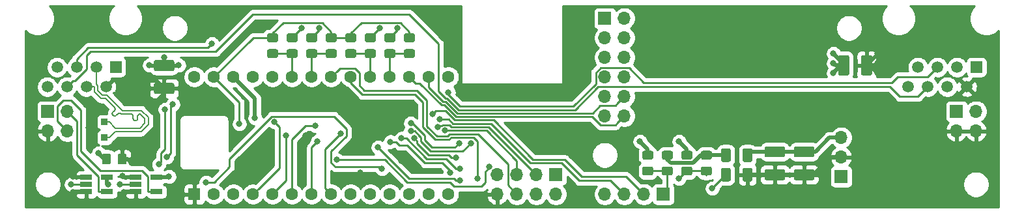
<source format=gbr>
G04 #@! TF.GenerationSoftware,KiCad,Pcbnew,(5.1.5)-3*
G04 #@! TF.CreationDate,2020-02-10T14:16:36+01:00*
G04 #@! TF.ProjectId,cmdr_mainboard,636d6472-5f6d-4616-996e-626f6172642e,rev?*
G04 #@! TF.SameCoordinates,Original*
G04 #@! TF.FileFunction,Copper,L1,Top*
G04 #@! TF.FilePolarity,Positive*
%FSLAX46Y46*%
G04 Gerber Fmt 4.6, Leading zero omitted, Abs format (unit mm)*
G04 Created by KiCad (PCBNEW (5.1.5)-3) date 2020-02-10 14:16:36*
%MOMM*%
%LPD*%
G04 APERTURE LIST*
%ADD10C,1.500000*%
%ADD11R,1.500000X1.500000*%
%ADD12R,0.850000X0.850000*%
%ADD13C,0.100000*%
%ADD14C,1.600000*%
%ADD15R,1.600000X1.600000*%
%ADD16O,1.700000X1.700000*%
%ADD17R,1.700000X1.700000*%
%ADD18R,1.560000X0.650000*%
%ADD19C,0.800000*%
%ADD20C,0.250000*%
%ADD21C,0.500000*%
%ADD22C,0.200000*%
%ADD23C,0.254000*%
G04 APERTURE END LIST*
D10*
X174050000Y-74930000D03*
X175320000Y-72390000D03*
X176590000Y-74930000D03*
X177860000Y-72390000D03*
X179130000Y-74930000D03*
X180400000Y-72390000D03*
X181670000Y-74930000D03*
D11*
X182940000Y-72390000D03*
D12*
X69596000Y-81534000D03*
X69596000Y-79502000D03*
G04 #@! TA.AperFunction,SMDPad,CuDef*
D13*
G36*
X78442504Y-74436204D02*
G01*
X78466773Y-74439804D01*
X78490571Y-74445765D01*
X78513671Y-74454030D01*
X78535849Y-74464520D01*
X78556893Y-74477133D01*
X78576598Y-74491747D01*
X78594777Y-74508223D01*
X78611253Y-74526402D01*
X78625867Y-74546107D01*
X78638480Y-74567151D01*
X78648970Y-74589329D01*
X78657235Y-74612429D01*
X78663196Y-74636227D01*
X78666796Y-74660496D01*
X78668000Y-74685000D01*
X78668000Y-75610000D01*
X78666796Y-75634504D01*
X78663196Y-75658773D01*
X78657235Y-75682571D01*
X78648970Y-75705671D01*
X78638480Y-75727849D01*
X78625867Y-75748893D01*
X78611253Y-75768598D01*
X78594777Y-75786777D01*
X78576598Y-75803253D01*
X78556893Y-75817867D01*
X78535849Y-75830480D01*
X78513671Y-75840970D01*
X78490571Y-75849235D01*
X78466773Y-75855196D01*
X78442504Y-75858796D01*
X78418000Y-75860000D01*
X76268000Y-75860000D01*
X76243496Y-75858796D01*
X76219227Y-75855196D01*
X76195429Y-75849235D01*
X76172329Y-75840970D01*
X76150151Y-75830480D01*
X76129107Y-75817867D01*
X76109402Y-75803253D01*
X76091223Y-75786777D01*
X76074747Y-75768598D01*
X76060133Y-75748893D01*
X76047520Y-75727849D01*
X76037030Y-75705671D01*
X76028765Y-75682571D01*
X76022804Y-75658773D01*
X76019204Y-75634504D01*
X76018000Y-75610000D01*
X76018000Y-74685000D01*
X76019204Y-74660496D01*
X76022804Y-74636227D01*
X76028765Y-74612429D01*
X76037030Y-74589329D01*
X76047520Y-74567151D01*
X76060133Y-74546107D01*
X76074747Y-74526402D01*
X76091223Y-74508223D01*
X76109402Y-74491747D01*
X76129107Y-74477133D01*
X76150151Y-74464520D01*
X76172329Y-74454030D01*
X76195429Y-74445765D01*
X76219227Y-74439804D01*
X76243496Y-74436204D01*
X76268000Y-74435000D01*
X78418000Y-74435000D01*
X78442504Y-74436204D01*
G37*
G04 #@! TD.AperFunction*
G04 #@! TA.AperFunction,SMDPad,CuDef*
G36*
X78442504Y-71461204D02*
G01*
X78466773Y-71464804D01*
X78490571Y-71470765D01*
X78513671Y-71479030D01*
X78535849Y-71489520D01*
X78556893Y-71502133D01*
X78576598Y-71516747D01*
X78594777Y-71533223D01*
X78611253Y-71551402D01*
X78625867Y-71571107D01*
X78638480Y-71592151D01*
X78648970Y-71614329D01*
X78657235Y-71637429D01*
X78663196Y-71661227D01*
X78666796Y-71685496D01*
X78668000Y-71710000D01*
X78668000Y-72635000D01*
X78666796Y-72659504D01*
X78663196Y-72683773D01*
X78657235Y-72707571D01*
X78648970Y-72730671D01*
X78638480Y-72752849D01*
X78625867Y-72773893D01*
X78611253Y-72793598D01*
X78594777Y-72811777D01*
X78576598Y-72828253D01*
X78556893Y-72842867D01*
X78535849Y-72855480D01*
X78513671Y-72865970D01*
X78490571Y-72874235D01*
X78466773Y-72880196D01*
X78442504Y-72883796D01*
X78418000Y-72885000D01*
X76268000Y-72885000D01*
X76243496Y-72883796D01*
X76219227Y-72880196D01*
X76195429Y-72874235D01*
X76172329Y-72865970D01*
X76150151Y-72855480D01*
X76129107Y-72842867D01*
X76109402Y-72828253D01*
X76091223Y-72811777D01*
X76074747Y-72793598D01*
X76060133Y-72773893D01*
X76047520Y-72752849D01*
X76037030Y-72730671D01*
X76028765Y-72707571D01*
X76022804Y-72683773D01*
X76019204Y-72659504D01*
X76018000Y-72635000D01*
X76018000Y-71710000D01*
X76019204Y-71685496D01*
X76022804Y-71661227D01*
X76028765Y-71637429D01*
X76037030Y-71614329D01*
X76047520Y-71592151D01*
X76060133Y-71571107D01*
X76074747Y-71551402D01*
X76091223Y-71533223D01*
X76109402Y-71516747D01*
X76129107Y-71502133D01*
X76150151Y-71489520D01*
X76172329Y-71479030D01*
X76195429Y-71470765D01*
X76219227Y-71464804D01*
X76243496Y-71461204D01*
X76268000Y-71460000D01*
X78418000Y-71460000D01*
X78442504Y-71461204D01*
G37*
G04 #@! TD.AperFunction*
G04 #@! TA.AperFunction,SMDPad,CuDef*
G36*
X72240505Y-83629204D02*
G01*
X72264773Y-83632804D01*
X72288572Y-83638765D01*
X72311671Y-83647030D01*
X72333850Y-83657520D01*
X72354893Y-83670132D01*
X72374599Y-83684747D01*
X72392777Y-83701223D01*
X72409253Y-83719401D01*
X72423868Y-83739107D01*
X72436480Y-83760150D01*
X72446970Y-83782329D01*
X72455235Y-83805428D01*
X72461196Y-83829227D01*
X72464796Y-83853495D01*
X72466000Y-83877999D01*
X72466000Y-84778001D01*
X72464796Y-84802505D01*
X72461196Y-84826773D01*
X72455235Y-84850572D01*
X72446970Y-84873671D01*
X72436480Y-84895850D01*
X72423868Y-84916893D01*
X72409253Y-84936599D01*
X72392777Y-84954777D01*
X72374599Y-84971253D01*
X72354893Y-84985868D01*
X72333850Y-84998480D01*
X72311671Y-85008970D01*
X72288572Y-85017235D01*
X72264773Y-85023196D01*
X72240505Y-85026796D01*
X72216001Y-85028000D01*
X71565999Y-85028000D01*
X71541495Y-85026796D01*
X71517227Y-85023196D01*
X71493428Y-85017235D01*
X71470329Y-85008970D01*
X71448150Y-84998480D01*
X71427107Y-84985868D01*
X71407401Y-84971253D01*
X71389223Y-84954777D01*
X71372747Y-84936599D01*
X71358132Y-84916893D01*
X71345520Y-84895850D01*
X71335030Y-84873671D01*
X71326765Y-84850572D01*
X71320804Y-84826773D01*
X71317204Y-84802505D01*
X71316000Y-84778001D01*
X71316000Y-83877999D01*
X71317204Y-83853495D01*
X71320804Y-83829227D01*
X71326765Y-83805428D01*
X71335030Y-83782329D01*
X71345520Y-83760150D01*
X71358132Y-83739107D01*
X71372747Y-83719401D01*
X71389223Y-83701223D01*
X71407401Y-83684747D01*
X71427107Y-83670132D01*
X71448150Y-83657520D01*
X71470329Y-83647030D01*
X71493428Y-83638765D01*
X71517227Y-83632804D01*
X71541495Y-83629204D01*
X71565999Y-83628000D01*
X72216001Y-83628000D01*
X72240505Y-83629204D01*
G37*
G04 #@! TD.AperFunction*
G04 #@! TA.AperFunction,SMDPad,CuDef*
G36*
X70190505Y-83629204D02*
G01*
X70214773Y-83632804D01*
X70238572Y-83638765D01*
X70261671Y-83647030D01*
X70283850Y-83657520D01*
X70304893Y-83670132D01*
X70324599Y-83684747D01*
X70342777Y-83701223D01*
X70359253Y-83719401D01*
X70373868Y-83739107D01*
X70386480Y-83760150D01*
X70396970Y-83782329D01*
X70405235Y-83805428D01*
X70411196Y-83829227D01*
X70414796Y-83853495D01*
X70416000Y-83877999D01*
X70416000Y-84778001D01*
X70414796Y-84802505D01*
X70411196Y-84826773D01*
X70405235Y-84850572D01*
X70396970Y-84873671D01*
X70386480Y-84895850D01*
X70373868Y-84916893D01*
X70359253Y-84936599D01*
X70342777Y-84954777D01*
X70324599Y-84971253D01*
X70304893Y-84985868D01*
X70283850Y-84998480D01*
X70261671Y-85008970D01*
X70238572Y-85017235D01*
X70214773Y-85023196D01*
X70190505Y-85026796D01*
X70166001Y-85028000D01*
X69515999Y-85028000D01*
X69491495Y-85026796D01*
X69467227Y-85023196D01*
X69443428Y-85017235D01*
X69420329Y-85008970D01*
X69398150Y-84998480D01*
X69377107Y-84985868D01*
X69357401Y-84971253D01*
X69339223Y-84954777D01*
X69322747Y-84936599D01*
X69308132Y-84916893D01*
X69295520Y-84895850D01*
X69285030Y-84873671D01*
X69276765Y-84850572D01*
X69270804Y-84826773D01*
X69267204Y-84802505D01*
X69266000Y-84778001D01*
X69266000Y-83877999D01*
X69267204Y-83853495D01*
X69270804Y-83829227D01*
X69276765Y-83805428D01*
X69285030Y-83782329D01*
X69295520Y-83760150D01*
X69308132Y-83739107D01*
X69322747Y-83719401D01*
X69339223Y-83701223D01*
X69357401Y-83684747D01*
X69377107Y-83670132D01*
X69398150Y-83657520D01*
X69420329Y-83647030D01*
X69443428Y-83638765D01*
X69467227Y-83632804D01*
X69491495Y-83629204D01*
X69515999Y-83628000D01*
X70166001Y-83628000D01*
X70190505Y-83629204D01*
G37*
G04 #@! TD.AperFunction*
G04 #@! TA.AperFunction,SMDPad,CuDef*
G36*
X169143004Y-70812204D02*
G01*
X169167273Y-70815804D01*
X169191071Y-70821765D01*
X169214171Y-70830030D01*
X169236349Y-70840520D01*
X169257393Y-70853133D01*
X169277098Y-70867747D01*
X169295277Y-70884223D01*
X169311753Y-70902402D01*
X169326367Y-70922107D01*
X169338980Y-70943151D01*
X169349470Y-70965329D01*
X169357735Y-70988429D01*
X169363696Y-71012227D01*
X169367296Y-71036496D01*
X169368500Y-71061000D01*
X169368500Y-73211000D01*
X169367296Y-73235504D01*
X169363696Y-73259773D01*
X169357735Y-73283571D01*
X169349470Y-73306671D01*
X169338980Y-73328849D01*
X169326367Y-73349893D01*
X169311753Y-73369598D01*
X169295277Y-73387777D01*
X169277098Y-73404253D01*
X169257393Y-73418867D01*
X169236349Y-73431480D01*
X169214171Y-73441970D01*
X169191071Y-73450235D01*
X169167273Y-73456196D01*
X169143004Y-73459796D01*
X169118500Y-73461000D01*
X168193500Y-73461000D01*
X168168996Y-73459796D01*
X168144727Y-73456196D01*
X168120929Y-73450235D01*
X168097829Y-73441970D01*
X168075651Y-73431480D01*
X168054607Y-73418867D01*
X168034902Y-73404253D01*
X168016723Y-73387777D01*
X168000247Y-73369598D01*
X167985633Y-73349893D01*
X167973020Y-73328849D01*
X167962530Y-73306671D01*
X167954265Y-73283571D01*
X167948304Y-73259773D01*
X167944704Y-73235504D01*
X167943500Y-73211000D01*
X167943500Y-71061000D01*
X167944704Y-71036496D01*
X167948304Y-71012227D01*
X167954265Y-70988429D01*
X167962530Y-70965329D01*
X167973020Y-70943151D01*
X167985633Y-70922107D01*
X168000247Y-70902402D01*
X168016723Y-70884223D01*
X168034902Y-70867747D01*
X168054607Y-70853133D01*
X168075651Y-70840520D01*
X168097829Y-70830030D01*
X168120929Y-70821765D01*
X168144727Y-70815804D01*
X168168996Y-70812204D01*
X168193500Y-70811000D01*
X169118500Y-70811000D01*
X169143004Y-70812204D01*
G37*
G04 #@! TD.AperFunction*
G04 #@! TA.AperFunction,SMDPad,CuDef*
G36*
X166168004Y-70812204D02*
G01*
X166192273Y-70815804D01*
X166216071Y-70821765D01*
X166239171Y-70830030D01*
X166261349Y-70840520D01*
X166282393Y-70853133D01*
X166302098Y-70867747D01*
X166320277Y-70884223D01*
X166336753Y-70902402D01*
X166351367Y-70922107D01*
X166363980Y-70943151D01*
X166374470Y-70965329D01*
X166382735Y-70988429D01*
X166388696Y-71012227D01*
X166392296Y-71036496D01*
X166393500Y-71061000D01*
X166393500Y-73211000D01*
X166392296Y-73235504D01*
X166388696Y-73259773D01*
X166382735Y-73283571D01*
X166374470Y-73306671D01*
X166363980Y-73328849D01*
X166351367Y-73349893D01*
X166336753Y-73369598D01*
X166320277Y-73387777D01*
X166302098Y-73404253D01*
X166282393Y-73418867D01*
X166261349Y-73431480D01*
X166239171Y-73441970D01*
X166216071Y-73450235D01*
X166192273Y-73456196D01*
X166168004Y-73459796D01*
X166143500Y-73461000D01*
X165218500Y-73461000D01*
X165193996Y-73459796D01*
X165169727Y-73456196D01*
X165145929Y-73450235D01*
X165122829Y-73441970D01*
X165100651Y-73431480D01*
X165079607Y-73418867D01*
X165059902Y-73404253D01*
X165041723Y-73387777D01*
X165025247Y-73369598D01*
X165010633Y-73349893D01*
X164998020Y-73328849D01*
X164987530Y-73306671D01*
X164979265Y-73283571D01*
X164973304Y-73259773D01*
X164969704Y-73235504D01*
X164968500Y-73211000D01*
X164968500Y-71061000D01*
X164969704Y-71036496D01*
X164973304Y-71012227D01*
X164979265Y-70988429D01*
X164987530Y-70965329D01*
X164998020Y-70943151D01*
X165010633Y-70922107D01*
X165025247Y-70902402D01*
X165041723Y-70884223D01*
X165059902Y-70867747D01*
X165079607Y-70853133D01*
X165100651Y-70840520D01*
X165122829Y-70830030D01*
X165145929Y-70821765D01*
X165169727Y-70815804D01*
X165193996Y-70812204D01*
X165218500Y-70811000D01*
X166143500Y-70811000D01*
X166168004Y-70812204D01*
G37*
G04 #@! TD.AperFunction*
D11*
X71060000Y-72390000D03*
D10*
X69790000Y-74930000D03*
X68520000Y-72390000D03*
X67250000Y-74930000D03*
X65980000Y-72390000D03*
X64710000Y-74930000D03*
X63440000Y-72390000D03*
X62170000Y-74930000D03*
D14*
X114300000Y-73660000D03*
X114300000Y-88900000D03*
X111760000Y-73660000D03*
X109220000Y-73660000D03*
X106680000Y-73660000D03*
X104140000Y-73660000D03*
X101600000Y-73660000D03*
X99060000Y-73660000D03*
X96520000Y-73660000D03*
X93980000Y-73660000D03*
X91440000Y-73660000D03*
X88900000Y-73660000D03*
X86360000Y-73660000D03*
X83820000Y-73660000D03*
X81280000Y-73660000D03*
X111760000Y-88900000D03*
X109220000Y-88900000D03*
X106680000Y-88900000D03*
X104140000Y-88900000D03*
X101600000Y-88900000D03*
X99060000Y-88900000D03*
X96520000Y-88900000D03*
X93980000Y-88900000D03*
X91440000Y-88900000D03*
X88900000Y-88900000D03*
X86360000Y-88900000D03*
X83820000Y-88900000D03*
D15*
X81280000Y-88900000D03*
D16*
X120650000Y-88900000D03*
X120650000Y-86360000D03*
X123190000Y-88900000D03*
X123190000Y-86360000D03*
X125730000Y-88900000D03*
X125730000Y-86360000D03*
X128270000Y-88900000D03*
D17*
X128270000Y-86360000D03*
D16*
X165354000Y-81534000D03*
X165354000Y-84074000D03*
D17*
X165354000Y-86614000D03*
D16*
X182880000Y-80680000D03*
X180340000Y-80680000D03*
X182880000Y-78140000D03*
D17*
X180340000Y-78140000D03*
D16*
X64770000Y-80680000D03*
X62230000Y-80680000D03*
X64770000Y-78140000D03*
D17*
X62230000Y-78140000D03*
G04 #@! TA.AperFunction,SMDPad,CuDef*
D13*
G36*
X91914505Y-67988204D02*
G01*
X91938773Y-67991804D01*
X91962572Y-67997765D01*
X91985671Y-68006030D01*
X92007850Y-68016520D01*
X92028893Y-68029132D01*
X92048599Y-68043747D01*
X92066777Y-68060223D01*
X92083253Y-68078401D01*
X92097868Y-68098107D01*
X92110480Y-68119150D01*
X92120970Y-68141329D01*
X92129235Y-68164428D01*
X92135196Y-68188227D01*
X92138796Y-68212495D01*
X92140000Y-68236999D01*
X92140000Y-68887001D01*
X92138796Y-68911505D01*
X92135196Y-68935773D01*
X92129235Y-68959572D01*
X92120970Y-68982671D01*
X92110480Y-69004850D01*
X92097868Y-69025893D01*
X92083253Y-69045599D01*
X92066777Y-69063777D01*
X92048599Y-69080253D01*
X92028893Y-69094868D01*
X92007850Y-69107480D01*
X91985671Y-69117970D01*
X91962572Y-69126235D01*
X91938773Y-69132196D01*
X91914505Y-69135796D01*
X91890001Y-69137000D01*
X90989999Y-69137000D01*
X90965495Y-69135796D01*
X90941227Y-69132196D01*
X90917428Y-69126235D01*
X90894329Y-69117970D01*
X90872150Y-69107480D01*
X90851107Y-69094868D01*
X90831401Y-69080253D01*
X90813223Y-69063777D01*
X90796747Y-69045599D01*
X90782132Y-69025893D01*
X90769520Y-69004850D01*
X90759030Y-68982671D01*
X90750765Y-68959572D01*
X90744804Y-68935773D01*
X90741204Y-68911505D01*
X90740000Y-68887001D01*
X90740000Y-68236999D01*
X90741204Y-68212495D01*
X90744804Y-68188227D01*
X90750765Y-68164428D01*
X90759030Y-68141329D01*
X90769520Y-68119150D01*
X90782132Y-68098107D01*
X90796747Y-68078401D01*
X90813223Y-68060223D01*
X90831401Y-68043747D01*
X90851107Y-68029132D01*
X90872150Y-68016520D01*
X90894329Y-68006030D01*
X90917428Y-67997765D01*
X90941227Y-67991804D01*
X90965495Y-67988204D01*
X90989999Y-67987000D01*
X91890001Y-67987000D01*
X91914505Y-67988204D01*
G37*
G04 #@! TD.AperFunction*
G04 #@! TA.AperFunction,SMDPad,CuDef*
G36*
X91914505Y-70038204D02*
G01*
X91938773Y-70041804D01*
X91962572Y-70047765D01*
X91985671Y-70056030D01*
X92007850Y-70066520D01*
X92028893Y-70079132D01*
X92048599Y-70093747D01*
X92066777Y-70110223D01*
X92083253Y-70128401D01*
X92097868Y-70148107D01*
X92110480Y-70169150D01*
X92120970Y-70191329D01*
X92129235Y-70214428D01*
X92135196Y-70238227D01*
X92138796Y-70262495D01*
X92140000Y-70286999D01*
X92140000Y-70937001D01*
X92138796Y-70961505D01*
X92135196Y-70985773D01*
X92129235Y-71009572D01*
X92120970Y-71032671D01*
X92110480Y-71054850D01*
X92097868Y-71075893D01*
X92083253Y-71095599D01*
X92066777Y-71113777D01*
X92048599Y-71130253D01*
X92028893Y-71144868D01*
X92007850Y-71157480D01*
X91985671Y-71167970D01*
X91962572Y-71176235D01*
X91938773Y-71182196D01*
X91914505Y-71185796D01*
X91890001Y-71187000D01*
X90989999Y-71187000D01*
X90965495Y-71185796D01*
X90941227Y-71182196D01*
X90917428Y-71176235D01*
X90894329Y-71167970D01*
X90872150Y-71157480D01*
X90851107Y-71144868D01*
X90831401Y-71130253D01*
X90813223Y-71113777D01*
X90796747Y-71095599D01*
X90782132Y-71075893D01*
X90769520Y-71054850D01*
X90759030Y-71032671D01*
X90750765Y-71009572D01*
X90744804Y-70985773D01*
X90741204Y-70961505D01*
X90740000Y-70937001D01*
X90740000Y-70286999D01*
X90741204Y-70262495D01*
X90744804Y-70238227D01*
X90750765Y-70214428D01*
X90759030Y-70191329D01*
X90769520Y-70169150D01*
X90782132Y-70148107D01*
X90796747Y-70128401D01*
X90813223Y-70110223D01*
X90831401Y-70093747D01*
X90851107Y-70079132D01*
X90872150Y-70066520D01*
X90894329Y-70056030D01*
X90917428Y-70047765D01*
X90941227Y-70041804D01*
X90965495Y-70038204D01*
X90989999Y-70037000D01*
X91890001Y-70037000D01*
X91914505Y-70038204D01*
G37*
G04 #@! TD.AperFunction*
G04 #@! TA.AperFunction,SMDPad,CuDef*
G36*
X150767504Y-85486204D02*
G01*
X150791773Y-85489804D01*
X150815571Y-85495765D01*
X150838671Y-85504030D01*
X150860849Y-85514520D01*
X150881893Y-85527133D01*
X150901598Y-85541747D01*
X150919777Y-85558223D01*
X150936253Y-85576402D01*
X150950867Y-85596107D01*
X150963480Y-85617151D01*
X150973970Y-85639329D01*
X150982235Y-85662429D01*
X150988196Y-85686227D01*
X150991796Y-85710496D01*
X150993000Y-85735000D01*
X150993000Y-86985000D01*
X150991796Y-87009504D01*
X150988196Y-87033773D01*
X150982235Y-87057571D01*
X150973970Y-87080671D01*
X150963480Y-87102849D01*
X150950867Y-87123893D01*
X150936253Y-87143598D01*
X150919777Y-87161777D01*
X150901598Y-87178253D01*
X150881893Y-87192867D01*
X150860849Y-87205480D01*
X150838671Y-87215970D01*
X150815571Y-87224235D01*
X150791773Y-87230196D01*
X150767504Y-87233796D01*
X150743000Y-87235000D01*
X149993000Y-87235000D01*
X149968496Y-87233796D01*
X149944227Y-87230196D01*
X149920429Y-87224235D01*
X149897329Y-87215970D01*
X149875151Y-87205480D01*
X149854107Y-87192867D01*
X149834402Y-87178253D01*
X149816223Y-87161777D01*
X149799747Y-87143598D01*
X149785133Y-87123893D01*
X149772520Y-87102849D01*
X149762030Y-87080671D01*
X149753765Y-87057571D01*
X149747804Y-87033773D01*
X149744204Y-87009504D01*
X149743000Y-86985000D01*
X149743000Y-85735000D01*
X149744204Y-85710496D01*
X149747804Y-85686227D01*
X149753765Y-85662429D01*
X149762030Y-85639329D01*
X149772520Y-85617151D01*
X149785133Y-85596107D01*
X149799747Y-85576402D01*
X149816223Y-85558223D01*
X149834402Y-85541747D01*
X149854107Y-85527133D01*
X149875151Y-85514520D01*
X149897329Y-85504030D01*
X149920429Y-85495765D01*
X149944227Y-85489804D01*
X149968496Y-85486204D01*
X149993000Y-85485000D01*
X150743000Y-85485000D01*
X150767504Y-85486204D01*
G37*
G04 #@! TD.AperFunction*
G04 #@! TA.AperFunction,SMDPad,CuDef*
G36*
X153567504Y-85486204D02*
G01*
X153591773Y-85489804D01*
X153615571Y-85495765D01*
X153638671Y-85504030D01*
X153660849Y-85514520D01*
X153681893Y-85527133D01*
X153701598Y-85541747D01*
X153719777Y-85558223D01*
X153736253Y-85576402D01*
X153750867Y-85596107D01*
X153763480Y-85617151D01*
X153773970Y-85639329D01*
X153782235Y-85662429D01*
X153788196Y-85686227D01*
X153791796Y-85710496D01*
X153793000Y-85735000D01*
X153793000Y-86985000D01*
X153791796Y-87009504D01*
X153788196Y-87033773D01*
X153782235Y-87057571D01*
X153773970Y-87080671D01*
X153763480Y-87102849D01*
X153750867Y-87123893D01*
X153736253Y-87143598D01*
X153719777Y-87161777D01*
X153701598Y-87178253D01*
X153681893Y-87192867D01*
X153660849Y-87205480D01*
X153638671Y-87215970D01*
X153615571Y-87224235D01*
X153591773Y-87230196D01*
X153567504Y-87233796D01*
X153543000Y-87235000D01*
X152793000Y-87235000D01*
X152768496Y-87233796D01*
X152744227Y-87230196D01*
X152720429Y-87224235D01*
X152697329Y-87215970D01*
X152675151Y-87205480D01*
X152654107Y-87192867D01*
X152634402Y-87178253D01*
X152616223Y-87161777D01*
X152599747Y-87143598D01*
X152585133Y-87123893D01*
X152572520Y-87102849D01*
X152562030Y-87080671D01*
X152553765Y-87057571D01*
X152547804Y-87033773D01*
X152544204Y-87009504D01*
X152543000Y-86985000D01*
X152543000Y-85735000D01*
X152544204Y-85710496D01*
X152547804Y-85686227D01*
X152553765Y-85662429D01*
X152562030Y-85639329D01*
X152572520Y-85617151D01*
X152585133Y-85596107D01*
X152599747Y-85576402D01*
X152616223Y-85558223D01*
X152634402Y-85541747D01*
X152654107Y-85527133D01*
X152675151Y-85514520D01*
X152697329Y-85504030D01*
X152720429Y-85495765D01*
X152744227Y-85489804D01*
X152768496Y-85486204D01*
X152793000Y-85485000D01*
X153543000Y-85485000D01*
X153567504Y-85486204D01*
G37*
G04 #@! TD.AperFunction*
G04 #@! TA.AperFunction,SMDPad,CuDef*
G36*
X150767504Y-82946204D02*
G01*
X150791773Y-82949804D01*
X150815571Y-82955765D01*
X150838671Y-82964030D01*
X150860849Y-82974520D01*
X150881893Y-82987133D01*
X150901598Y-83001747D01*
X150919777Y-83018223D01*
X150936253Y-83036402D01*
X150950867Y-83056107D01*
X150963480Y-83077151D01*
X150973970Y-83099329D01*
X150982235Y-83122429D01*
X150988196Y-83146227D01*
X150991796Y-83170496D01*
X150993000Y-83195000D01*
X150993000Y-84445000D01*
X150991796Y-84469504D01*
X150988196Y-84493773D01*
X150982235Y-84517571D01*
X150973970Y-84540671D01*
X150963480Y-84562849D01*
X150950867Y-84583893D01*
X150936253Y-84603598D01*
X150919777Y-84621777D01*
X150901598Y-84638253D01*
X150881893Y-84652867D01*
X150860849Y-84665480D01*
X150838671Y-84675970D01*
X150815571Y-84684235D01*
X150791773Y-84690196D01*
X150767504Y-84693796D01*
X150743000Y-84695000D01*
X149993000Y-84695000D01*
X149968496Y-84693796D01*
X149944227Y-84690196D01*
X149920429Y-84684235D01*
X149897329Y-84675970D01*
X149875151Y-84665480D01*
X149854107Y-84652867D01*
X149834402Y-84638253D01*
X149816223Y-84621777D01*
X149799747Y-84603598D01*
X149785133Y-84583893D01*
X149772520Y-84562849D01*
X149762030Y-84540671D01*
X149753765Y-84517571D01*
X149747804Y-84493773D01*
X149744204Y-84469504D01*
X149743000Y-84445000D01*
X149743000Y-83195000D01*
X149744204Y-83170496D01*
X149747804Y-83146227D01*
X149753765Y-83122429D01*
X149762030Y-83099329D01*
X149772520Y-83077151D01*
X149785133Y-83056107D01*
X149799747Y-83036402D01*
X149816223Y-83018223D01*
X149834402Y-83001747D01*
X149854107Y-82987133D01*
X149875151Y-82974520D01*
X149897329Y-82964030D01*
X149920429Y-82955765D01*
X149944227Y-82949804D01*
X149968496Y-82946204D01*
X149993000Y-82945000D01*
X150743000Y-82945000D01*
X150767504Y-82946204D01*
G37*
G04 #@! TD.AperFunction*
G04 #@! TA.AperFunction,SMDPad,CuDef*
G36*
X153567504Y-82946204D02*
G01*
X153591773Y-82949804D01*
X153615571Y-82955765D01*
X153638671Y-82964030D01*
X153660849Y-82974520D01*
X153681893Y-82987133D01*
X153701598Y-83001747D01*
X153719777Y-83018223D01*
X153736253Y-83036402D01*
X153750867Y-83056107D01*
X153763480Y-83077151D01*
X153773970Y-83099329D01*
X153782235Y-83122429D01*
X153788196Y-83146227D01*
X153791796Y-83170496D01*
X153793000Y-83195000D01*
X153793000Y-84445000D01*
X153791796Y-84469504D01*
X153788196Y-84493773D01*
X153782235Y-84517571D01*
X153773970Y-84540671D01*
X153763480Y-84562849D01*
X153750867Y-84583893D01*
X153736253Y-84603598D01*
X153719777Y-84621777D01*
X153701598Y-84638253D01*
X153681893Y-84652867D01*
X153660849Y-84665480D01*
X153638671Y-84675970D01*
X153615571Y-84684235D01*
X153591773Y-84690196D01*
X153567504Y-84693796D01*
X153543000Y-84695000D01*
X152793000Y-84695000D01*
X152768496Y-84693796D01*
X152744227Y-84690196D01*
X152720429Y-84684235D01*
X152697329Y-84675970D01*
X152675151Y-84665480D01*
X152654107Y-84652867D01*
X152634402Y-84638253D01*
X152616223Y-84621777D01*
X152599747Y-84603598D01*
X152585133Y-84583893D01*
X152572520Y-84562849D01*
X152562030Y-84540671D01*
X152553765Y-84517571D01*
X152547804Y-84493773D01*
X152544204Y-84469504D01*
X152543000Y-84445000D01*
X152543000Y-83195000D01*
X152544204Y-83170496D01*
X152547804Y-83146227D01*
X152553765Y-83122429D01*
X152562030Y-83099329D01*
X152572520Y-83077151D01*
X152585133Y-83056107D01*
X152599747Y-83036402D01*
X152616223Y-83018223D01*
X152634402Y-83001747D01*
X152654107Y-82987133D01*
X152675151Y-82974520D01*
X152697329Y-82964030D01*
X152720429Y-82955765D01*
X152744227Y-82949804D01*
X152768496Y-82946204D01*
X152793000Y-82945000D01*
X153543000Y-82945000D01*
X153567504Y-82946204D01*
G37*
G04 #@! TD.AperFunction*
D16*
X134620000Y-88900000D03*
X137160000Y-88900000D03*
X139700000Y-88900000D03*
D17*
X142240000Y-88900000D03*
D16*
X137160000Y-78740000D03*
X134620000Y-78740000D03*
X137160000Y-76200000D03*
X134620000Y-76200000D03*
X137160000Y-73660000D03*
X134620000Y-73660000D03*
X137160000Y-71120000D03*
X134620000Y-71120000D03*
X137160000Y-68580000D03*
X134620000Y-68580000D03*
X137160000Y-66040000D03*
D17*
X134620000Y-66040000D03*
G04 #@! TA.AperFunction,SMDPad,CuDef*
D13*
G36*
X161627504Y-85648704D02*
G01*
X161651773Y-85652304D01*
X161675571Y-85658265D01*
X161698671Y-85666530D01*
X161720849Y-85677020D01*
X161741893Y-85689633D01*
X161761598Y-85704247D01*
X161779777Y-85720723D01*
X161796253Y-85738902D01*
X161810867Y-85758607D01*
X161823480Y-85779651D01*
X161833970Y-85801829D01*
X161842235Y-85824929D01*
X161848196Y-85848727D01*
X161851796Y-85872996D01*
X161853000Y-85897500D01*
X161853000Y-86822500D01*
X161851796Y-86847004D01*
X161848196Y-86871273D01*
X161842235Y-86895071D01*
X161833970Y-86918171D01*
X161823480Y-86940349D01*
X161810867Y-86961393D01*
X161796253Y-86981098D01*
X161779777Y-86999277D01*
X161761598Y-87015753D01*
X161741893Y-87030367D01*
X161720849Y-87042980D01*
X161698671Y-87053470D01*
X161675571Y-87061735D01*
X161651773Y-87067696D01*
X161627504Y-87071296D01*
X161603000Y-87072500D01*
X159453000Y-87072500D01*
X159428496Y-87071296D01*
X159404227Y-87067696D01*
X159380429Y-87061735D01*
X159357329Y-87053470D01*
X159335151Y-87042980D01*
X159314107Y-87030367D01*
X159294402Y-87015753D01*
X159276223Y-86999277D01*
X159259747Y-86981098D01*
X159245133Y-86961393D01*
X159232520Y-86940349D01*
X159222030Y-86918171D01*
X159213765Y-86895071D01*
X159207804Y-86871273D01*
X159204204Y-86847004D01*
X159203000Y-86822500D01*
X159203000Y-85897500D01*
X159204204Y-85872996D01*
X159207804Y-85848727D01*
X159213765Y-85824929D01*
X159222030Y-85801829D01*
X159232520Y-85779651D01*
X159245133Y-85758607D01*
X159259747Y-85738902D01*
X159276223Y-85720723D01*
X159294402Y-85704247D01*
X159314107Y-85689633D01*
X159335151Y-85677020D01*
X159357329Y-85666530D01*
X159380429Y-85658265D01*
X159404227Y-85652304D01*
X159428496Y-85648704D01*
X159453000Y-85647500D01*
X161603000Y-85647500D01*
X161627504Y-85648704D01*
G37*
G04 #@! TD.AperFunction*
G04 #@! TA.AperFunction,SMDPad,CuDef*
G36*
X161627504Y-82673704D02*
G01*
X161651773Y-82677304D01*
X161675571Y-82683265D01*
X161698671Y-82691530D01*
X161720849Y-82702020D01*
X161741893Y-82714633D01*
X161761598Y-82729247D01*
X161779777Y-82745723D01*
X161796253Y-82763902D01*
X161810867Y-82783607D01*
X161823480Y-82804651D01*
X161833970Y-82826829D01*
X161842235Y-82849929D01*
X161848196Y-82873727D01*
X161851796Y-82897996D01*
X161853000Y-82922500D01*
X161853000Y-83847500D01*
X161851796Y-83872004D01*
X161848196Y-83896273D01*
X161842235Y-83920071D01*
X161833970Y-83943171D01*
X161823480Y-83965349D01*
X161810867Y-83986393D01*
X161796253Y-84006098D01*
X161779777Y-84024277D01*
X161761598Y-84040753D01*
X161741893Y-84055367D01*
X161720849Y-84067980D01*
X161698671Y-84078470D01*
X161675571Y-84086735D01*
X161651773Y-84092696D01*
X161627504Y-84096296D01*
X161603000Y-84097500D01*
X159453000Y-84097500D01*
X159428496Y-84096296D01*
X159404227Y-84092696D01*
X159380429Y-84086735D01*
X159357329Y-84078470D01*
X159335151Y-84067980D01*
X159314107Y-84055367D01*
X159294402Y-84040753D01*
X159276223Y-84024277D01*
X159259747Y-84006098D01*
X159245133Y-83986393D01*
X159232520Y-83965349D01*
X159222030Y-83943171D01*
X159213765Y-83920071D01*
X159207804Y-83896273D01*
X159204204Y-83872004D01*
X159203000Y-83847500D01*
X159203000Y-82922500D01*
X159204204Y-82897996D01*
X159207804Y-82873727D01*
X159213765Y-82849929D01*
X159222030Y-82826829D01*
X159232520Y-82804651D01*
X159245133Y-82783607D01*
X159259747Y-82763902D01*
X159276223Y-82745723D01*
X159294402Y-82729247D01*
X159314107Y-82714633D01*
X159335151Y-82702020D01*
X159357329Y-82691530D01*
X159380429Y-82683265D01*
X159404227Y-82677304D01*
X159428496Y-82673704D01*
X159453000Y-82672500D01*
X161603000Y-82672500D01*
X161627504Y-82673704D01*
G37*
G04 #@! TD.AperFunction*
G04 #@! TA.AperFunction,SMDPad,CuDef*
G36*
X157817504Y-85648704D02*
G01*
X157841773Y-85652304D01*
X157865571Y-85658265D01*
X157888671Y-85666530D01*
X157910849Y-85677020D01*
X157931893Y-85689633D01*
X157951598Y-85704247D01*
X157969777Y-85720723D01*
X157986253Y-85738902D01*
X158000867Y-85758607D01*
X158013480Y-85779651D01*
X158023970Y-85801829D01*
X158032235Y-85824929D01*
X158038196Y-85848727D01*
X158041796Y-85872996D01*
X158043000Y-85897500D01*
X158043000Y-86822500D01*
X158041796Y-86847004D01*
X158038196Y-86871273D01*
X158032235Y-86895071D01*
X158023970Y-86918171D01*
X158013480Y-86940349D01*
X158000867Y-86961393D01*
X157986253Y-86981098D01*
X157969777Y-86999277D01*
X157951598Y-87015753D01*
X157931893Y-87030367D01*
X157910849Y-87042980D01*
X157888671Y-87053470D01*
X157865571Y-87061735D01*
X157841773Y-87067696D01*
X157817504Y-87071296D01*
X157793000Y-87072500D01*
X155643000Y-87072500D01*
X155618496Y-87071296D01*
X155594227Y-87067696D01*
X155570429Y-87061735D01*
X155547329Y-87053470D01*
X155525151Y-87042980D01*
X155504107Y-87030367D01*
X155484402Y-87015753D01*
X155466223Y-86999277D01*
X155449747Y-86981098D01*
X155435133Y-86961393D01*
X155422520Y-86940349D01*
X155412030Y-86918171D01*
X155403765Y-86895071D01*
X155397804Y-86871273D01*
X155394204Y-86847004D01*
X155393000Y-86822500D01*
X155393000Y-85897500D01*
X155394204Y-85872996D01*
X155397804Y-85848727D01*
X155403765Y-85824929D01*
X155412030Y-85801829D01*
X155422520Y-85779651D01*
X155435133Y-85758607D01*
X155449747Y-85738902D01*
X155466223Y-85720723D01*
X155484402Y-85704247D01*
X155504107Y-85689633D01*
X155525151Y-85677020D01*
X155547329Y-85666530D01*
X155570429Y-85658265D01*
X155594227Y-85652304D01*
X155618496Y-85648704D01*
X155643000Y-85647500D01*
X157793000Y-85647500D01*
X157817504Y-85648704D01*
G37*
G04 #@! TD.AperFunction*
G04 #@! TA.AperFunction,SMDPad,CuDef*
G36*
X157817504Y-82673704D02*
G01*
X157841773Y-82677304D01*
X157865571Y-82683265D01*
X157888671Y-82691530D01*
X157910849Y-82702020D01*
X157931893Y-82714633D01*
X157951598Y-82729247D01*
X157969777Y-82745723D01*
X157986253Y-82763902D01*
X158000867Y-82783607D01*
X158013480Y-82804651D01*
X158023970Y-82826829D01*
X158032235Y-82849929D01*
X158038196Y-82873727D01*
X158041796Y-82897996D01*
X158043000Y-82922500D01*
X158043000Y-83847500D01*
X158041796Y-83872004D01*
X158038196Y-83896273D01*
X158032235Y-83920071D01*
X158023970Y-83943171D01*
X158013480Y-83965349D01*
X158000867Y-83986393D01*
X157986253Y-84006098D01*
X157969777Y-84024277D01*
X157951598Y-84040753D01*
X157931893Y-84055367D01*
X157910849Y-84067980D01*
X157888671Y-84078470D01*
X157865571Y-84086735D01*
X157841773Y-84092696D01*
X157817504Y-84096296D01*
X157793000Y-84097500D01*
X155643000Y-84097500D01*
X155618496Y-84096296D01*
X155594227Y-84092696D01*
X155570429Y-84086735D01*
X155547329Y-84078470D01*
X155525151Y-84067980D01*
X155504107Y-84055367D01*
X155484402Y-84040753D01*
X155466223Y-84024277D01*
X155449747Y-84006098D01*
X155435133Y-83986393D01*
X155422520Y-83965349D01*
X155412030Y-83943171D01*
X155403765Y-83920071D01*
X155397804Y-83896273D01*
X155394204Y-83872004D01*
X155393000Y-83847500D01*
X155393000Y-82922500D01*
X155394204Y-82897996D01*
X155397804Y-82873727D01*
X155403765Y-82849929D01*
X155412030Y-82826829D01*
X155422520Y-82804651D01*
X155435133Y-82783607D01*
X155449747Y-82763902D01*
X155466223Y-82745723D01*
X155484402Y-82729247D01*
X155504107Y-82714633D01*
X155525151Y-82702020D01*
X155547329Y-82691530D01*
X155570429Y-82683265D01*
X155594227Y-82677304D01*
X155618496Y-82673704D01*
X155643000Y-82672500D01*
X157793000Y-82672500D01*
X157817504Y-82673704D01*
G37*
G04 #@! TD.AperFunction*
D18*
X76360000Y-86680000D03*
X76360000Y-88580000D03*
X73660000Y-88580000D03*
X73660000Y-87630000D03*
X73660000Y-86680000D03*
X69930000Y-86680000D03*
X69930000Y-88580000D03*
X67230000Y-88580000D03*
X67230000Y-87630000D03*
X67230000Y-86680000D03*
G04 #@! TA.AperFunction,SMDPad,CuDef*
D13*
G36*
X148302505Y-85296204D02*
G01*
X148326773Y-85299804D01*
X148350572Y-85305765D01*
X148373671Y-85314030D01*
X148395850Y-85324520D01*
X148416893Y-85337132D01*
X148436599Y-85351747D01*
X148454777Y-85368223D01*
X148471253Y-85386401D01*
X148485868Y-85406107D01*
X148498480Y-85427150D01*
X148508970Y-85449329D01*
X148517235Y-85472428D01*
X148523196Y-85496227D01*
X148526796Y-85520495D01*
X148528000Y-85544999D01*
X148528000Y-86195001D01*
X148526796Y-86219505D01*
X148523196Y-86243773D01*
X148517235Y-86267572D01*
X148508970Y-86290671D01*
X148498480Y-86312850D01*
X148485868Y-86333893D01*
X148471253Y-86353599D01*
X148454777Y-86371777D01*
X148436599Y-86388253D01*
X148416893Y-86402868D01*
X148395850Y-86415480D01*
X148373671Y-86425970D01*
X148350572Y-86434235D01*
X148326773Y-86440196D01*
X148302505Y-86443796D01*
X148278001Y-86445000D01*
X147377999Y-86445000D01*
X147353495Y-86443796D01*
X147329227Y-86440196D01*
X147305428Y-86434235D01*
X147282329Y-86425970D01*
X147260150Y-86415480D01*
X147239107Y-86402868D01*
X147219401Y-86388253D01*
X147201223Y-86371777D01*
X147184747Y-86353599D01*
X147170132Y-86333893D01*
X147157520Y-86312850D01*
X147147030Y-86290671D01*
X147138765Y-86267572D01*
X147132804Y-86243773D01*
X147129204Y-86219505D01*
X147128000Y-86195001D01*
X147128000Y-85544999D01*
X147129204Y-85520495D01*
X147132804Y-85496227D01*
X147138765Y-85472428D01*
X147147030Y-85449329D01*
X147157520Y-85427150D01*
X147170132Y-85406107D01*
X147184747Y-85386401D01*
X147201223Y-85368223D01*
X147219401Y-85351747D01*
X147239107Y-85337132D01*
X147260150Y-85324520D01*
X147282329Y-85314030D01*
X147305428Y-85305765D01*
X147329227Y-85299804D01*
X147353495Y-85296204D01*
X147377999Y-85295000D01*
X148278001Y-85295000D01*
X148302505Y-85296204D01*
G37*
G04 #@! TD.AperFunction*
G04 #@! TA.AperFunction,SMDPad,CuDef*
G36*
X148302505Y-83246204D02*
G01*
X148326773Y-83249804D01*
X148350572Y-83255765D01*
X148373671Y-83264030D01*
X148395850Y-83274520D01*
X148416893Y-83287132D01*
X148436599Y-83301747D01*
X148454777Y-83318223D01*
X148471253Y-83336401D01*
X148485868Y-83356107D01*
X148498480Y-83377150D01*
X148508970Y-83399329D01*
X148517235Y-83422428D01*
X148523196Y-83446227D01*
X148526796Y-83470495D01*
X148528000Y-83494999D01*
X148528000Y-84145001D01*
X148526796Y-84169505D01*
X148523196Y-84193773D01*
X148517235Y-84217572D01*
X148508970Y-84240671D01*
X148498480Y-84262850D01*
X148485868Y-84283893D01*
X148471253Y-84303599D01*
X148454777Y-84321777D01*
X148436599Y-84338253D01*
X148416893Y-84352868D01*
X148395850Y-84365480D01*
X148373671Y-84375970D01*
X148350572Y-84384235D01*
X148326773Y-84390196D01*
X148302505Y-84393796D01*
X148278001Y-84395000D01*
X147377999Y-84395000D01*
X147353495Y-84393796D01*
X147329227Y-84390196D01*
X147305428Y-84384235D01*
X147282329Y-84375970D01*
X147260150Y-84365480D01*
X147239107Y-84352868D01*
X147219401Y-84338253D01*
X147201223Y-84321777D01*
X147184747Y-84303599D01*
X147170132Y-84283893D01*
X147157520Y-84262850D01*
X147147030Y-84240671D01*
X147138765Y-84217572D01*
X147132804Y-84193773D01*
X147129204Y-84169505D01*
X147128000Y-84145001D01*
X147128000Y-83494999D01*
X147129204Y-83470495D01*
X147132804Y-83446227D01*
X147138765Y-83422428D01*
X147147030Y-83399329D01*
X147157520Y-83377150D01*
X147170132Y-83356107D01*
X147184747Y-83336401D01*
X147201223Y-83318223D01*
X147219401Y-83301747D01*
X147239107Y-83287132D01*
X147260150Y-83274520D01*
X147282329Y-83264030D01*
X147305428Y-83255765D01*
X147329227Y-83249804D01*
X147353495Y-83246204D01*
X147377999Y-83245000D01*
X148278001Y-83245000D01*
X148302505Y-83246204D01*
G37*
G04 #@! TD.AperFunction*
G04 #@! TA.AperFunction,SMDPad,CuDef*
G36*
X143222505Y-85296204D02*
G01*
X143246773Y-85299804D01*
X143270572Y-85305765D01*
X143293671Y-85314030D01*
X143315850Y-85324520D01*
X143336893Y-85337132D01*
X143356599Y-85351747D01*
X143374777Y-85368223D01*
X143391253Y-85386401D01*
X143405868Y-85406107D01*
X143418480Y-85427150D01*
X143428970Y-85449329D01*
X143437235Y-85472428D01*
X143443196Y-85496227D01*
X143446796Y-85520495D01*
X143448000Y-85544999D01*
X143448000Y-86195001D01*
X143446796Y-86219505D01*
X143443196Y-86243773D01*
X143437235Y-86267572D01*
X143428970Y-86290671D01*
X143418480Y-86312850D01*
X143405868Y-86333893D01*
X143391253Y-86353599D01*
X143374777Y-86371777D01*
X143356599Y-86388253D01*
X143336893Y-86402868D01*
X143315850Y-86415480D01*
X143293671Y-86425970D01*
X143270572Y-86434235D01*
X143246773Y-86440196D01*
X143222505Y-86443796D01*
X143198001Y-86445000D01*
X142297999Y-86445000D01*
X142273495Y-86443796D01*
X142249227Y-86440196D01*
X142225428Y-86434235D01*
X142202329Y-86425970D01*
X142180150Y-86415480D01*
X142159107Y-86402868D01*
X142139401Y-86388253D01*
X142121223Y-86371777D01*
X142104747Y-86353599D01*
X142090132Y-86333893D01*
X142077520Y-86312850D01*
X142067030Y-86290671D01*
X142058765Y-86267572D01*
X142052804Y-86243773D01*
X142049204Y-86219505D01*
X142048000Y-86195001D01*
X142048000Y-85544999D01*
X142049204Y-85520495D01*
X142052804Y-85496227D01*
X142058765Y-85472428D01*
X142067030Y-85449329D01*
X142077520Y-85427150D01*
X142090132Y-85406107D01*
X142104747Y-85386401D01*
X142121223Y-85368223D01*
X142139401Y-85351747D01*
X142159107Y-85337132D01*
X142180150Y-85324520D01*
X142202329Y-85314030D01*
X142225428Y-85305765D01*
X142249227Y-85299804D01*
X142273495Y-85296204D01*
X142297999Y-85295000D01*
X143198001Y-85295000D01*
X143222505Y-85296204D01*
G37*
G04 #@! TD.AperFunction*
G04 #@! TA.AperFunction,SMDPad,CuDef*
G36*
X143222505Y-83246204D02*
G01*
X143246773Y-83249804D01*
X143270572Y-83255765D01*
X143293671Y-83264030D01*
X143315850Y-83274520D01*
X143336893Y-83287132D01*
X143356599Y-83301747D01*
X143374777Y-83318223D01*
X143391253Y-83336401D01*
X143405868Y-83356107D01*
X143418480Y-83377150D01*
X143428970Y-83399329D01*
X143437235Y-83422428D01*
X143443196Y-83446227D01*
X143446796Y-83470495D01*
X143448000Y-83494999D01*
X143448000Y-84145001D01*
X143446796Y-84169505D01*
X143443196Y-84193773D01*
X143437235Y-84217572D01*
X143428970Y-84240671D01*
X143418480Y-84262850D01*
X143405868Y-84283893D01*
X143391253Y-84303599D01*
X143374777Y-84321777D01*
X143356599Y-84338253D01*
X143336893Y-84352868D01*
X143315850Y-84365480D01*
X143293671Y-84375970D01*
X143270572Y-84384235D01*
X143246773Y-84390196D01*
X143222505Y-84393796D01*
X143198001Y-84395000D01*
X142297999Y-84395000D01*
X142273495Y-84393796D01*
X142249227Y-84390196D01*
X142225428Y-84384235D01*
X142202329Y-84375970D01*
X142180150Y-84365480D01*
X142159107Y-84352868D01*
X142139401Y-84338253D01*
X142121223Y-84321777D01*
X142104747Y-84303599D01*
X142090132Y-84283893D01*
X142077520Y-84262850D01*
X142067030Y-84240671D01*
X142058765Y-84217572D01*
X142052804Y-84193773D01*
X142049204Y-84169505D01*
X142048000Y-84145001D01*
X142048000Y-83494999D01*
X142049204Y-83470495D01*
X142052804Y-83446227D01*
X142058765Y-83422428D01*
X142067030Y-83399329D01*
X142077520Y-83377150D01*
X142090132Y-83356107D01*
X142104747Y-83336401D01*
X142121223Y-83318223D01*
X142139401Y-83301747D01*
X142159107Y-83287132D01*
X142180150Y-83274520D01*
X142202329Y-83264030D01*
X142225428Y-83255765D01*
X142249227Y-83249804D01*
X142273495Y-83246204D01*
X142297999Y-83245000D01*
X143198001Y-83245000D01*
X143222505Y-83246204D01*
G37*
G04 #@! TD.AperFunction*
G04 #@! TA.AperFunction,SMDPad,CuDef*
G36*
X145762505Y-85296204D02*
G01*
X145786773Y-85299804D01*
X145810572Y-85305765D01*
X145833671Y-85314030D01*
X145855850Y-85324520D01*
X145876893Y-85337132D01*
X145896599Y-85351747D01*
X145914777Y-85368223D01*
X145931253Y-85386401D01*
X145945868Y-85406107D01*
X145958480Y-85427150D01*
X145968970Y-85449329D01*
X145977235Y-85472428D01*
X145983196Y-85496227D01*
X145986796Y-85520495D01*
X145988000Y-85544999D01*
X145988000Y-86195001D01*
X145986796Y-86219505D01*
X145983196Y-86243773D01*
X145977235Y-86267572D01*
X145968970Y-86290671D01*
X145958480Y-86312850D01*
X145945868Y-86333893D01*
X145931253Y-86353599D01*
X145914777Y-86371777D01*
X145896599Y-86388253D01*
X145876893Y-86402868D01*
X145855850Y-86415480D01*
X145833671Y-86425970D01*
X145810572Y-86434235D01*
X145786773Y-86440196D01*
X145762505Y-86443796D01*
X145738001Y-86445000D01*
X144837999Y-86445000D01*
X144813495Y-86443796D01*
X144789227Y-86440196D01*
X144765428Y-86434235D01*
X144742329Y-86425970D01*
X144720150Y-86415480D01*
X144699107Y-86402868D01*
X144679401Y-86388253D01*
X144661223Y-86371777D01*
X144644747Y-86353599D01*
X144630132Y-86333893D01*
X144617520Y-86312850D01*
X144607030Y-86290671D01*
X144598765Y-86267572D01*
X144592804Y-86243773D01*
X144589204Y-86219505D01*
X144588000Y-86195001D01*
X144588000Y-85544999D01*
X144589204Y-85520495D01*
X144592804Y-85496227D01*
X144598765Y-85472428D01*
X144607030Y-85449329D01*
X144617520Y-85427150D01*
X144630132Y-85406107D01*
X144644747Y-85386401D01*
X144661223Y-85368223D01*
X144679401Y-85351747D01*
X144699107Y-85337132D01*
X144720150Y-85324520D01*
X144742329Y-85314030D01*
X144765428Y-85305765D01*
X144789227Y-85299804D01*
X144813495Y-85296204D01*
X144837999Y-85295000D01*
X145738001Y-85295000D01*
X145762505Y-85296204D01*
G37*
G04 #@! TD.AperFunction*
G04 #@! TA.AperFunction,SMDPad,CuDef*
G36*
X145762505Y-83246204D02*
G01*
X145786773Y-83249804D01*
X145810572Y-83255765D01*
X145833671Y-83264030D01*
X145855850Y-83274520D01*
X145876893Y-83287132D01*
X145896599Y-83301747D01*
X145914777Y-83318223D01*
X145931253Y-83336401D01*
X145945868Y-83356107D01*
X145958480Y-83377150D01*
X145968970Y-83399329D01*
X145977235Y-83422428D01*
X145983196Y-83446227D01*
X145986796Y-83470495D01*
X145988000Y-83494999D01*
X145988000Y-84145001D01*
X145986796Y-84169505D01*
X145983196Y-84193773D01*
X145977235Y-84217572D01*
X145968970Y-84240671D01*
X145958480Y-84262850D01*
X145945868Y-84283893D01*
X145931253Y-84303599D01*
X145914777Y-84321777D01*
X145896599Y-84338253D01*
X145876893Y-84352868D01*
X145855850Y-84365480D01*
X145833671Y-84375970D01*
X145810572Y-84384235D01*
X145786773Y-84390196D01*
X145762505Y-84393796D01*
X145738001Y-84395000D01*
X144837999Y-84395000D01*
X144813495Y-84393796D01*
X144789227Y-84390196D01*
X144765428Y-84384235D01*
X144742329Y-84375970D01*
X144720150Y-84365480D01*
X144699107Y-84352868D01*
X144679401Y-84338253D01*
X144661223Y-84321777D01*
X144644747Y-84303599D01*
X144630132Y-84283893D01*
X144617520Y-84262850D01*
X144607030Y-84240671D01*
X144598765Y-84217572D01*
X144592804Y-84193773D01*
X144589204Y-84169505D01*
X144588000Y-84145001D01*
X144588000Y-83494999D01*
X144589204Y-83470495D01*
X144592804Y-83446227D01*
X144598765Y-83422428D01*
X144607030Y-83399329D01*
X144617520Y-83377150D01*
X144630132Y-83356107D01*
X144644747Y-83336401D01*
X144661223Y-83318223D01*
X144679401Y-83301747D01*
X144699107Y-83287132D01*
X144720150Y-83274520D01*
X144742329Y-83264030D01*
X144765428Y-83255765D01*
X144789227Y-83249804D01*
X144813495Y-83246204D01*
X144837999Y-83245000D01*
X145738001Y-83245000D01*
X145762505Y-83246204D01*
G37*
G04 #@! TD.AperFunction*
G04 #@! TA.AperFunction,SMDPad,CuDef*
G36*
X140682505Y-85296204D02*
G01*
X140706773Y-85299804D01*
X140730572Y-85305765D01*
X140753671Y-85314030D01*
X140775850Y-85324520D01*
X140796893Y-85337132D01*
X140816599Y-85351747D01*
X140834777Y-85368223D01*
X140851253Y-85386401D01*
X140865868Y-85406107D01*
X140878480Y-85427150D01*
X140888970Y-85449329D01*
X140897235Y-85472428D01*
X140903196Y-85496227D01*
X140906796Y-85520495D01*
X140908000Y-85544999D01*
X140908000Y-86195001D01*
X140906796Y-86219505D01*
X140903196Y-86243773D01*
X140897235Y-86267572D01*
X140888970Y-86290671D01*
X140878480Y-86312850D01*
X140865868Y-86333893D01*
X140851253Y-86353599D01*
X140834777Y-86371777D01*
X140816599Y-86388253D01*
X140796893Y-86402868D01*
X140775850Y-86415480D01*
X140753671Y-86425970D01*
X140730572Y-86434235D01*
X140706773Y-86440196D01*
X140682505Y-86443796D01*
X140658001Y-86445000D01*
X139757999Y-86445000D01*
X139733495Y-86443796D01*
X139709227Y-86440196D01*
X139685428Y-86434235D01*
X139662329Y-86425970D01*
X139640150Y-86415480D01*
X139619107Y-86402868D01*
X139599401Y-86388253D01*
X139581223Y-86371777D01*
X139564747Y-86353599D01*
X139550132Y-86333893D01*
X139537520Y-86312850D01*
X139527030Y-86290671D01*
X139518765Y-86267572D01*
X139512804Y-86243773D01*
X139509204Y-86219505D01*
X139508000Y-86195001D01*
X139508000Y-85544999D01*
X139509204Y-85520495D01*
X139512804Y-85496227D01*
X139518765Y-85472428D01*
X139527030Y-85449329D01*
X139537520Y-85427150D01*
X139550132Y-85406107D01*
X139564747Y-85386401D01*
X139581223Y-85368223D01*
X139599401Y-85351747D01*
X139619107Y-85337132D01*
X139640150Y-85324520D01*
X139662329Y-85314030D01*
X139685428Y-85305765D01*
X139709227Y-85299804D01*
X139733495Y-85296204D01*
X139757999Y-85295000D01*
X140658001Y-85295000D01*
X140682505Y-85296204D01*
G37*
G04 #@! TD.AperFunction*
G04 #@! TA.AperFunction,SMDPad,CuDef*
G36*
X140682505Y-83246204D02*
G01*
X140706773Y-83249804D01*
X140730572Y-83255765D01*
X140753671Y-83264030D01*
X140775850Y-83274520D01*
X140796893Y-83287132D01*
X140816599Y-83301747D01*
X140834777Y-83318223D01*
X140851253Y-83336401D01*
X140865868Y-83356107D01*
X140878480Y-83377150D01*
X140888970Y-83399329D01*
X140897235Y-83422428D01*
X140903196Y-83446227D01*
X140906796Y-83470495D01*
X140908000Y-83494999D01*
X140908000Y-84145001D01*
X140906796Y-84169505D01*
X140903196Y-84193773D01*
X140897235Y-84217572D01*
X140888970Y-84240671D01*
X140878480Y-84262850D01*
X140865868Y-84283893D01*
X140851253Y-84303599D01*
X140834777Y-84321777D01*
X140816599Y-84338253D01*
X140796893Y-84352868D01*
X140775850Y-84365480D01*
X140753671Y-84375970D01*
X140730572Y-84384235D01*
X140706773Y-84390196D01*
X140682505Y-84393796D01*
X140658001Y-84395000D01*
X139757999Y-84395000D01*
X139733495Y-84393796D01*
X139709227Y-84390196D01*
X139685428Y-84384235D01*
X139662329Y-84375970D01*
X139640150Y-84365480D01*
X139619107Y-84352868D01*
X139599401Y-84338253D01*
X139581223Y-84321777D01*
X139564747Y-84303599D01*
X139550132Y-84283893D01*
X139537520Y-84262850D01*
X139527030Y-84240671D01*
X139518765Y-84217572D01*
X139512804Y-84193773D01*
X139509204Y-84169505D01*
X139508000Y-84145001D01*
X139508000Y-83494999D01*
X139509204Y-83470495D01*
X139512804Y-83446227D01*
X139518765Y-83422428D01*
X139527030Y-83399329D01*
X139537520Y-83377150D01*
X139550132Y-83356107D01*
X139564747Y-83336401D01*
X139581223Y-83318223D01*
X139599401Y-83301747D01*
X139619107Y-83287132D01*
X139640150Y-83274520D01*
X139662329Y-83264030D01*
X139685428Y-83255765D01*
X139709227Y-83249804D01*
X139733495Y-83246204D01*
X139757999Y-83245000D01*
X140658001Y-83245000D01*
X140682505Y-83246204D01*
G37*
G04 #@! TD.AperFunction*
G04 #@! TA.AperFunction,SMDPad,CuDef*
G36*
X94454505Y-67988204D02*
G01*
X94478773Y-67991804D01*
X94502572Y-67997765D01*
X94525671Y-68006030D01*
X94547850Y-68016520D01*
X94568893Y-68029132D01*
X94588599Y-68043747D01*
X94606777Y-68060223D01*
X94623253Y-68078401D01*
X94637868Y-68098107D01*
X94650480Y-68119150D01*
X94660970Y-68141329D01*
X94669235Y-68164428D01*
X94675196Y-68188227D01*
X94678796Y-68212495D01*
X94680000Y-68236999D01*
X94680000Y-68887001D01*
X94678796Y-68911505D01*
X94675196Y-68935773D01*
X94669235Y-68959572D01*
X94660970Y-68982671D01*
X94650480Y-69004850D01*
X94637868Y-69025893D01*
X94623253Y-69045599D01*
X94606777Y-69063777D01*
X94588599Y-69080253D01*
X94568893Y-69094868D01*
X94547850Y-69107480D01*
X94525671Y-69117970D01*
X94502572Y-69126235D01*
X94478773Y-69132196D01*
X94454505Y-69135796D01*
X94430001Y-69137000D01*
X93529999Y-69137000D01*
X93505495Y-69135796D01*
X93481227Y-69132196D01*
X93457428Y-69126235D01*
X93434329Y-69117970D01*
X93412150Y-69107480D01*
X93391107Y-69094868D01*
X93371401Y-69080253D01*
X93353223Y-69063777D01*
X93336747Y-69045599D01*
X93322132Y-69025893D01*
X93309520Y-69004850D01*
X93299030Y-68982671D01*
X93290765Y-68959572D01*
X93284804Y-68935773D01*
X93281204Y-68911505D01*
X93280000Y-68887001D01*
X93280000Y-68236999D01*
X93281204Y-68212495D01*
X93284804Y-68188227D01*
X93290765Y-68164428D01*
X93299030Y-68141329D01*
X93309520Y-68119150D01*
X93322132Y-68098107D01*
X93336747Y-68078401D01*
X93353223Y-68060223D01*
X93371401Y-68043747D01*
X93391107Y-68029132D01*
X93412150Y-68016520D01*
X93434329Y-68006030D01*
X93457428Y-67997765D01*
X93481227Y-67991804D01*
X93505495Y-67988204D01*
X93529999Y-67987000D01*
X94430001Y-67987000D01*
X94454505Y-67988204D01*
G37*
G04 #@! TD.AperFunction*
G04 #@! TA.AperFunction,SMDPad,CuDef*
G36*
X94454505Y-70038204D02*
G01*
X94478773Y-70041804D01*
X94502572Y-70047765D01*
X94525671Y-70056030D01*
X94547850Y-70066520D01*
X94568893Y-70079132D01*
X94588599Y-70093747D01*
X94606777Y-70110223D01*
X94623253Y-70128401D01*
X94637868Y-70148107D01*
X94650480Y-70169150D01*
X94660970Y-70191329D01*
X94669235Y-70214428D01*
X94675196Y-70238227D01*
X94678796Y-70262495D01*
X94680000Y-70286999D01*
X94680000Y-70937001D01*
X94678796Y-70961505D01*
X94675196Y-70985773D01*
X94669235Y-71009572D01*
X94660970Y-71032671D01*
X94650480Y-71054850D01*
X94637868Y-71075893D01*
X94623253Y-71095599D01*
X94606777Y-71113777D01*
X94588599Y-71130253D01*
X94568893Y-71144868D01*
X94547850Y-71157480D01*
X94525671Y-71167970D01*
X94502572Y-71176235D01*
X94478773Y-71182196D01*
X94454505Y-71185796D01*
X94430001Y-71187000D01*
X93529999Y-71187000D01*
X93505495Y-71185796D01*
X93481227Y-71182196D01*
X93457428Y-71176235D01*
X93434329Y-71167970D01*
X93412150Y-71157480D01*
X93391107Y-71144868D01*
X93371401Y-71130253D01*
X93353223Y-71113777D01*
X93336747Y-71095599D01*
X93322132Y-71075893D01*
X93309520Y-71054850D01*
X93299030Y-71032671D01*
X93290765Y-71009572D01*
X93284804Y-70985773D01*
X93281204Y-70961505D01*
X93280000Y-70937001D01*
X93280000Y-70286999D01*
X93281204Y-70262495D01*
X93284804Y-70238227D01*
X93290765Y-70214428D01*
X93299030Y-70191329D01*
X93309520Y-70169150D01*
X93322132Y-70148107D01*
X93336747Y-70128401D01*
X93353223Y-70110223D01*
X93371401Y-70093747D01*
X93391107Y-70079132D01*
X93412150Y-70066520D01*
X93434329Y-70056030D01*
X93457428Y-70047765D01*
X93481227Y-70041804D01*
X93505495Y-70038204D01*
X93529999Y-70037000D01*
X94430001Y-70037000D01*
X94454505Y-70038204D01*
G37*
G04 #@! TD.AperFunction*
G04 #@! TA.AperFunction,SMDPad,CuDef*
G36*
X96994505Y-67988204D02*
G01*
X97018773Y-67991804D01*
X97042572Y-67997765D01*
X97065671Y-68006030D01*
X97087850Y-68016520D01*
X97108893Y-68029132D01*
X97128599Y-68043747D01*
X97146777Y-68060223D01*
X97163253Y-68078401D01*
X97177868Y-68098107D01*
X97190480Y-68119150D01*
X97200970Y-68141329D01*
X97209235Y-68164428D01*
X97215196Y-68188227D01*
X97218796Y-68212495D01*
X97220000Y-68236999D01*
X97220000Y-68887001D01*
X97218796Y-68911505D01*
X97215196Y-68935773D01*
X97209235Y-68959572D01*
X97200970Y-68982671D01*
X97190480Y-69004850D01*
X97177868Y-69025893D01*
X97163253Y-69045599D01*
X97146777Y-69063777D01*
X97128599Y-69080253D01*
X97108893Y-69094868D01*
X97087850Y-69107480D01*
X97065671Y-69117970D01*
X97042572Y-69126235D01*
X97018773Y-69132196D01*
X96994505Y-69135796D01*
X96970001Y-69137000D01*
X96069999Y-69137000D01*
X96045495Y-69135796D01*
X96021227Y-69132196D01*
X95997428Y-69126235D01*
X95974329Y-69117970D01*
X95952150Y-69107480D01*
X95931107Y-69094868D01*
X95911401Y-69080253D01*
X95893223Y-69063777D01*
X95876747Y-69045599D01*
X95862132Y-69025893D01*
X95849520Y-69004850D01*
X95839030Y-68982671D01*
X95830765Y-68959572D01*
X95824804Y-68935773D01*
X95821204Y-68911505D01*
X95820000Y-68887001D01*
X95820000Y-68236999D01*
X95821204Y-68212495D01*
X95824804Y-68188227D01*
X95830765Y-68164428D01*
X95839030Y-68141329D01*
X95849520Y-68119150D01*
X95862132Y-68098107D01*
X95876747Y-68078401D01*
X95893223Y-68060223D01*
X95911401Y-68043747D01*
X95931107Y-68029132D01*
X95952150Y-68016520D01*
X95974329Y-68006030D01*
X95997428Y-67997765D01*
X96021227Y-67991804D01*
X96045495Y-67988204D01*
X96069999Y-67987000D01*
X96970001Y-67987000D01*
X96994505Y-67988204D01*
G37*
G04 #@! TD.AperFunction*
G04 #@! TA.AperFunction,SMDPad,CuDef*
G36*
X96994505Y-70038204D02*
G01*
X97018773Y-70041804D01*
X97042572Y-70047765D01*
X97065671Y-70056030D01*
X97087850Y-70066520D01*
X97108893Y-70079132D01*
X97128599Y-70093747D01*
X97146777Y-70110223D01*
X97163253Y-70128401D01*
X97177868Y-70148107D01*
X97190480Y-70169150D01*
X97200970Y-70191329D01*
X97209235Y-70214428D01*
X97215196Y-70238227D01*
X97218796Y-70262495D01*
X97220000Y-70286999D01*
X97220000Y-70937001D01*
X97218796Y-70961505D01*
X97215196Y-70985773D01*
X97209235Y-71009572D01*
X97200970Y-71032671D01*
X97190480Y-71054850D01*
X97177868Y-71075893D01*
X97163253Y-71095599D01*
X97146777Y-71113777D01*
X97128599Y-71130253D01*
X97108893Y-71144868D01*
X97087850Y-71157480D01*
X97065671Y-71167970D01*
X97042572Y-71176235D01*
X97018773Y-71182196D01*
X96994505Y-71185796D01*
X96970001Y-71187000D01*
X96069999Y-71187000D01*
X96045495Y-71185796D01*
X96021227Y-71182196D01*
X95997428Y-71176235D01*
X95974329Y-71167970D01*
X95952150Y-71157480D01*
X95931107Y-71144868D01*
X95911401Y-71130253D01*
X95893223Y-71113777D01*
X95876747Y-71095599D01*
X95862132Y-71075893D01*
X95849520Y-71054850D01*
X95839030Y-71032671D01*
X95830765Y-71009572D01*
X95824804Y-70985773D01*
X95821204Y-70961505D01*
X95820000Y-70937001D01*
X95820000Y-70286999D01*
X95821204Y-70262495D01*
X95824804Y-70238227D01*
X95830765Y-70214428D01*
X95839030Y-70191329D01*
X95849520Y-70169150D01*
X95862132Y-70148107D01*
X95876747Y-70128401D01*
X95893223Y-70110223D01*
X95911401Y-70093747D01*
X95931107Y-70079132D01*
X95952150Y-70066520D01*
X95974329Y-70056030D01*
X95997428Y-70047765D01*
X96021227Y-70041804D01*
X96045495Y-70038204D01*
X96069999Y-70037000D01*
X96970001Y-70037000D01*
X96994505Y-70038204D01*
G37*
G04 #@! TD.AperFunction*
G04 #@! TA.AperFunction,SMDPad,CuDef*
G36*
X104614505Y-67988204D02*
G01*
X104638773Y-67991804D01*
X104662572Y-67997765D01*
X104685671Y-68006030D01*
X104707850Y-68016520D01*
X104728893Y-68029132D01*
X104748599Y-68043747D01*
X104766777Y-68060223D01*
X104783253Y-68078401D01*
X104797868Y-68098107D01*
X104810480Y-68119150D01*
X104820970Y-68141329D01*
X104829235Y-68164428D01*
X104835196Y-68188227D01*
X104838796Y-68212495D01*
X104840000Y-68236999D01*
X104840000Y-68887001D01*
X104838796Y-68911505D01*
X104835196Y-68935773D01*
X104829235Y-68959572D01*
X104820970Y-68982671D01*
X104810480Y-69004850D01*
X104797868Y-69025893D01*
X104783253Y-69045599D01*
X104766777Y-69063777D01*
X104748599Y-69080253D01*
X104728893Y-69094868D01*
X104707850Y-69107480D01*
X104685671Y-69117970D01*
X104662572Y-69126235D01*
X104638773Y-69132196D01*
X104614505Y-69135796D01*
X104590001Y-69137000D01*
X103689999Y-69137000D01*
X103665495Y-69135796D01*
X103641227Y-69132196D01*
X103617428Y-69126235D01*
X103594329Y-69117970D01*
X103572150Y-69107480D01*
X103551107Y-69094868D01*
X103531401Y-69080253D01*
X103513223Y-69063777D01*
X103496747Y-69045599D01*
X103482132Y-69025893D01*
X103469520Y-69004850D01*
X103459030Y-68982671D01*
X103450765Y-68959572D01*
X103444804Y-68935773D01*
X103441204Y-68911505D01*
X103440000Y-68887001D01*
X103440000Y-68236999D01*
X103441204Y-68212495D01*
X103444804Y-68188227D01*
X103450765Y-68164428D01*
X103459030Y-68141329D01*
X103469520Y-68119150D01*
X103482132Y-68098107D01*
X103496747Y-68078401D01*
X103513223Y-68060223D01*
X103531401Y-68043747D01*
X103551107Y-68029132D01*
X103572150Y-68016520D01*
X103594329Y-68006030D01*
X103617428Y-67997765D01*
X103641227Y-67991804D01*
X103665495Y-67988204D01*
X103689999Y-67987000D01*
X104590001Y-67987000D01*
X104614505Y-67988204D01*
G37*
G04 #@! TD.AperFunction*
G04 #@! TA.AperFunction,SMDPad,CuDef*
G36*
X104614505Y-70038204D02*
G01*
X104638773Y-70041804D01*
X104662572Y-70047765D01*
X104685671Y-70056030D01*
X104707850Y-70066520D01*
X104728893Y-70079132D01*
X104748599Y-70093747D01*
X104766777Y-70110223D01*
X104783253Y-70128401D01*
X104797868Y-70148107D01*
X104810480Y-70169150D01*
X104820970Y-70191329D01*
X104829235Y-70214428D01*
X104835196Y-70238227D01*
X104838796Y-70262495D01*
X104840000Y-70286999D01*
X104840000Y-70937001D01*
X104838796Y-70961505D01*
X104835196Y-70985773D01*
X104829235Y-71009572D01*
X104820970Y-71032671D01*
X104810480Y-71054850D01*
X104797868Y-71075893D01*
X104783253Y-71095599D01*
X104766777Y-71113777D01*
X104748599Y-71130253D01*
X104728893Y-71144868D01*
X104707850Y-71157480D01*
X104685671Y-71167970D01*
X104662572Y-71176235D01*
X104638773Y-71182196D01*
X104614505Y-71185796D01*
X104590001Y-71187000D01*
X103689999Y-71187000D01*
X103665495Y-71185796D01*
X103641227Y-71182196D01*
X103617428Y-71176235D01*
X103594329Y-71167970D01*
X103572150Y-71157480D01*
X103551107Y-71144868D01*
X103531401Y-71130253D01*
X103513223Y-71113777D01*
X103496747Y-71095599D01*
X103482132Y-71075893D01*
X103469520Y-71054850D01*
X103459030Y-71032671D01*
X103450765Y-71009572D01*
X103444804Y-70985773D01*
X103441204Y-70961505D01*
X103440000Y-70937001D01*
X103440000Y-70286999D01*
X103441204Y-70262495D01*
X103444804Y-70238227D01*
X103450765Y-70214428D01*
X103459030Y-70191329D01*
X103469520Y-70169150D01*
X103482132Y-70148107D01*
X103496747Y-70128401D01*
X103513223Y-70110223D01*
X103531401Y-70093747D01*
X103551107Y-70079132D01*
X103572150Y-70066520D01*
X103594329Y-70056030D01*
X103617428Y-70047765D01*
X103641227Y-70041804D01*
X103665495Y-70038204D01*
X103689999Y-70037000D01*
X104590001Y-70037000D01*
X104614505Y-70038204D01*
G37*
G04 #@! TD.AperFunction*
G04 #@! TA.AperFunction,SMDPad,CuDef*
G36*
X107154505Y-67988204D02*
G01*
X107178773Y-67991804D01*
X107202572Y-67997765D01*
X107225671Y-68006030D01*
X107247850Y-68016520D01*
X107268893Y-68029132D01*
X107288599Y-68043747D01*
X107306777Y-68060223D01*
X107323253Y-68078401D01*
X107337868Y-68098107D01*
X107350480Y-68119150D01*
X107360970Y-68141329D01*
X107369235Y-68164428D01*
X107375196Y-68188227D01*
X107378796Y-68212495D01*
X107380000Y-68236999D01*
X107380000Y-68887001D01*
X107378796Y-68911505D01*
X107375196Y-68935773D01*
X107369235Y-68959572D01*
X107360970Y-68982671D01*
X107350480Y-69004850D01*
X107337868Y-69025893D01*
X107323253Y-69045599D01*
X107306777Y-69063777D01*
X107288599Y-69080253D01*
X107268893Y-69094868D01*
X107247850Y-69107480D01*
X107225671Y-69117970D01*
X107202572Y-69126235D01*
X107178773Y-69132196D01*
X107154505Y-69135796D01*
X107130001Y-69137000D01*
X106229999Y-69137000D01*
X106205495Y-69135796D01*
X106181227Y-69132196D01*
X106157428Y-69126235D01*
X106134329Y-69117970D01*
X106112150Y-69107480D01*
X106091107Y-69094868D01*
X106071401Y-69080253D01*
X106053223Y-69063777D01*
X106036747Y-69045599D01*
X106022132Y-69025893D01*
X106009520Y-69004850D01*
X105999030Y-68982671D01*
X105990765Y-68959572D01*
X105984804Y-68935773D01*
X105981204Y-68911505D01*
X105980000Y-68887001D01*
X105980000Y-68236999D01*
X105981204Y-68212495D01*
X105984804Y-68188227D01*
X105990765Y-68164428D01*
X105999030Y-68141329D01*
X106009520Y-68119150D01*
X106022132Y-68098107D01*
X106036747Y-68078401D01*
X106053223Y-68060223D01*
X106071401Y-68043747D01*
X106091107Y-68029132D01*
X106112150Y-68016520D01*
X106134329Y-68006030D01*
X106157428Y-67997765D01*
X106181227Y-67991804D01*
X106205495Y-67988204D01*
X106229999Y-67987000D01*
X107130001Y-67987000D01*
X107154505Y-67988204D01*
G37*
G04 #@! TD.AperFunction*
G04 #@! TA.AperFunction,SMDPad,CuDef*
G36*
X107154505Y-70038204D02*
G01*
X107178773Y-70041804D01*
X107202572Y-70047765D01*
X107225671Y-70056030D01*
X107247850Y-70066520D01*
X107268893Y-70079132D01*
X107288599Y-70093747D01*
X107306777Y-70110223D01*
X107323253Y-70128401D01*
X107337868Y-70148107D01*
X107350480Y-70169150D01*
X107360970Y-70191329D01*
X107369235Y-70214428D01*
X107375196Y-70238227D01*
X107378796Y-70262495D01*
X107380000Y-70286999D01*
X107380000Y-70937001D01*
X107378796Y-70961505D01*
X107375196Y-70985773D01*
X107369235Y-71009572D01*
X107360970Y-71032671D01*
X107350480Y-71054850D01*
X107337868Y-71075893D01*
X107323253Y-71095599D01*
X107306777Y-71113777D01*
X107288599Y-71130253D01*
X107268893Y-71144868D01*
X107247850Y-71157480D01*
X107225671Y-71167970D01*
X107202572Y-71176235D01*
X107178773Y-71182196D01*
X107154505Y-71185796D01*
X107130001Y-71187000D01*
X106229999Y-71187000D01*
X106205495Y-71185796D01*
X106181227Y-71182196D01*
X106157428Y-71176235D01*
X106134329Y-71167970D01*
X106112150Y-71157480D01*
X106091107Y-71144868D01*
X106071401Y-71130253D01*
X106053223Y-71113777D01*
X106036747Y-71095599D01*
X106022132Y-71075893D01*
X106009520Y-71054850D01*
X105999030Y-71032671D01*
X105990765Y-71009572D01*
X105984804Y-70985773D01*
X105981204Y-70961505D01*
X105980000Y-70937001D01*
X105980000Y-70286999D01*
X105981204Y-70262495D01*
X105984804Y-70238227D01*
X105990765Y-70214428D01*
X105999030Y-70191329D01*
X106009520Y-70169150D01*
X106022132Y-70148107D01*
X106036747Y-70128401D01*
X106053223Y-70110223D01*
X106071401Y-70093747D01*
X106091107Y-70079132D01*
X106112150Y-70066520D01*
X106134329Y-70056030D01*
X106157428Y-70047765D01*
X106181227Y-70041804D01*
X106205495Y-70038204D01*
X106229999Y-70037000D01*
X107130001Y-70037000D01*
X107154505Y-70038204D01*
G37*
G04 #@! TD.AperFunction*
G04 #@! TA.AperFunction,SMDPad,CuDef*
G36*
X102074505Y-67988204D02*
G01*
X102098773Y-67991804D01*
X102122572Y-67997765D01*
X102145671Y-68006030D01*
X102167850Y-68016520D01*
X102188893Y-68029132D01*
X102208599Y-68043747D01*
X102226777Y-68060223D01*
X102243253Y-68078401D01*
X102257868Y-68098107D01*
X102270480Y-68119150D01*
X102280970Y-68141329D01*
X102289235Y-68164428D01*
X102295196Y-68188227D01*
X102298796Y-68212495D01*
X102300000Y-68236999D01*
X102300000Y-68887001D01*
X102298796Y-68911505D01*
X102295196Y-68935773D01*
X102289235Y-68959572D01*
X102280970Y-68982671D01*
X102270480Y-69004850D01*
X102257868Y-69025893D01*
X102243253Y-69045599D01*
X102226777Y-69063777D01*
X102208599Y-69080253D01*
X102188893Y-69094868D01*
X102167850Y-69107480D01*
X102145671Y-69117970D01*
X102122572Y-69126235D01*
X102098773Y-69132196D01*
X102074505Y-69135796D01*
X102050001Y-69137000D01*
X101149999Y-69137000D01*
X101125495Y-69135796D01*
X101101227Y-69132196D01*
X101077428Y-69126235D01*
X101054329Y-69117970D01*
X101032150Y-69107480D01*
X101011107Y-69094868D01*
X100991401Y-69080253D01*
X100973223Y-69063777D01*
X100956747Y-69045599D01*
X100942132Y-69025893D01*
X100929520Y-69004850D01*
X100919030Y-68982671D01*
X100910765Y-68959572D01*
X100904804Y-68935773D01*
X100901204Y-68911505D01*
X100900000Y-68887001D01*
X100900000Y-68236999D01*
X100901204Y-68212495D01*
X100904804Y-68188227D01*
X100910765Y-68164428D01*
X100919030Y-68141329D01*
X100929520Y-68119150D01*
X100942132Y-68098107D01*
X100956747Y-68078401D01*
X100973223Y-68060223D01*
X100991401Y-68043747D01*
X101011107Y-68029132D01*
X101032150Y-68016520D01*
X101054329Y-68006030D01*
X101077428Y-67997765D01*
X101101227Y-67991804D01*
X101125495Y-67988204D01*
X101149999Y-67987000D01*
X102050001Y-67987000D01*
X102074505Y-67988204D01*
G37*
G04 #@! TD.AperFunction*
G04 #@! TA.AperFunction,SMDPad,CuDef*
G36*
X102074505Y-70038204D02*
G01*
X102098773Y-70041804D01*
X102122572Y-70047765D01*
X102145671Y-70056030D01*
X102167850Y-70066520D01*
X102188893Y-70079132D01*
X102208599Y-70093747D01*
X102226777Y-70110223D01*
X102243253Y-70128401D01*
X102257868Y-70148107D01*
X102270480Y-70169150D01*
X102280970Y-70191329D01*
X102289235Y-70214428D01*
X102295196Y-70238227D01*
X102298796Y-70262495D01*
X102300000Y-70286999D01*
X102300000Y-70937001D01*
X102298796Y-70961505D01*
X102295196Y-70985773D01*
X102289235Y-71009572D01*
X102280970Y-71032671D01*
X102270480Y-71054850D01*
X102257868Y-71075893D01*
X102243253Y-71095599D01*
X102226777Y-71113777D01*
X102208599Y-71130253D01*
X102188893Y-71144868D01*
X102167850Y-71157480D01*
X102145671Y-71167970D01*
X102122572Y-71176235D01*
X102098773Y-71182196D01*
X102074505Y-71185796D01*
X102050001Y-71187000D01*
X101149999Y-71187000D01*
X101125495Y-71185796D01*
X101101227Y-71182196D01*
X101077428Y-71176235D01*
X101054329Y-71167970D01*
X101032150Y-71157480D01*
X101011107Y-71144868D01*
X100991401Y-71130253D01*
X100973223Y-71113777D01*
X100956747Y-71095599D01*
X100942132Y-71075893D01*
X100929520Y-71054850D01*
X100919030Y-71032671D01*
X100910765Y-71009572D01*
X100904804Y-70985773D01*
X100901204Y-70961505D01*
X100900000Y-70937001D01*
X100900000Y-70286999D01*
X100901204Y-70262495D01*
X100904804Y-70238227D01*
X100910765Y-70214428D01*
X100919030Y-70191329D01*
X100929520Y-70169150D01*
X100942132Y-70148107D01*
X100956747Y-70128401D01*
X100973223Y-70110223D01*
X100991401Y-70093747D01*
X101011107Y-70079132D01*
X101032150Y-70066520D01*
X101054329Y-70056030D01*
X101077428Y-70047765D01*
X101101227Y-70041804D01*
X101125495Y-70038204D01*
X101149999Y-70037000D01*
X102050001Y-70037000D01*
X102074505Y-70038204D01*
G37*
G04 #@! TD.AperFunction*
G04 #@! TA.AperFunction,SMDPad,CuDef*
G36*
X99534505Y-67988204D02*
G01*
X99558773Y-67991804D01*
X99582572Y-67997765D01*
X99605671Y-68006030D01*
X99627850Y-68016520D01*
X99648893Y-68029132D01*
X99668599Y-68043747D01*
X99686777Y-68060223D01*
X99703253Y-68078401D01*
X99717868Y-68098107D01*
X99730480Y-68119150D01*
X99740970Y-68141329D01*
X99749235Y-68164428D01*
X99755196Y-68188227D01*
X99758796Y-68212495D01*
X99760000Y-68236999D01*
X99760000Y-68887001D01*
X99758796Y-68911505D01*
X99755196Y-68935773D01*
X99749235Y-68959572D01*
X99740970Y-68982671D01*
X99730480Y-69004850D01*
X99717868Y-69025893D01*
X99703253Y-69045599D01*
X99686777Y-69063777D01*
X99668599Y-69080253D01*
X99648893Y-69094868D01*
X99627850Y-69107480D01*
X99605671Y-69117970D01*
X99582572Y-69126235D01*
X99558773Y-69132196D01*
X99534505Y-69135796D01*
X99510001Y-69137000D01*
X98609999Y-69137000D01*
X98585495Y-69135796D01*
X98561227Y-69132196D01*
X98537428Y-69126235D01*
X98514329Y-69117970D01*
X98492150Y-69107480D01*
X98471107Y-69094868D01*
X98451401Y-69080253D01*
X98433223Y-69063777D01*
X98416747Y-69045599D01*
X98402132Y-69025893D01*
X98389520Y-69004850D01*
X98379030Y-68982671D01*
X98370765Y-68959572D01*
X98364804Y-68935773D01*
X98361204Y-68911505D01*
X98360000Y-68887001D01*
X98360000Y-68236999D01*
X98361204Y-68212495D01*
X98364804Y-68188227D01*
X98370765Y-68164428D01*
X98379030Y-68141329D01*
X98389520Y-68119150D01*
X98402132Y-68098107D01*
X98416747Y-68078401D01*
X98433223Y-68060223D01*
X98451401Y-68043747D01*
X98471107Y-68029132D01*
X98492150Y-68016520D01*
X98514329Y-68006030D01*
X98537428Y-67997765D01*
X98561227Y-67991804D01*
X98585495Y-67988204D01*
X98609999Y-67987000D01*
X99510001Y-67987000D01*
X99534505Y-67988204D01*
G37*
G04 #@! TD.AperFunction*
G04 #@! TA.AperFunction,SMDPad,CuDef*
G36*
X99534505Y-70038204D02*
G01*
X99558773Y-70041804D01*
X99582572Y-70047765D01*
X99605671Y-70056030D01*
X99627850Y-70066520D01*
X99648893Y-70079132D01*
X99668599Y-70093747D01*
X99686777Y-70110223D01*
X99703253Y-70128401D01*
X99717868Y-70148107D01*
X99730480Y-70169150D01*
X99740970Y-70191329D01*
X99749235Y-70214428D01*
X99755196Y-70238227D01*
X99758796Y-70262495D01*
X99760000Y-70286999D01*
X99760000Y-70937001D01*
X99758796Y-70961505D01*
X99755196Y-70985773D01*
X99749235Y-71009572D01*
X99740970Y-71032671D01*
X99730480Y-71054850D01*
X99717868Y-71075893D01*
X99703253Y-71095599D01*
X99686777Y-71113777D01*
X99668599Y-71130253D01*
X99648893Y-71144868D01*
X99627850Y-71157480D01*
X99605671Y-71167970D01*
X99582572Y-71176235D01*
X99558773Y-71182196D01*
X99534505Y-71185796D01*
X99510001Y-71187000D01*
X98609999Y-71187000D01*
X98585495Y-71185796D01*
X98561227Y-71182196D01*
X98537428Y-71176235D01*
X98514329Y-71167970D01*
X98492150Y-71157480D01*
X98471107Y-71144868D01*
X98451401Y-71130253D01*
X98433223Y-71113777D01*
X98416747Y-71095599D01*
X98402132Y-71075893D01*
X98389520Y-71054850D01*
X98379030Y-71032671D01*
X98370765Y-71009572D01*
X98364804Y-70985773D01*
X98361204Y-70961505D01*
X98360000Y-70937001D01*
X98360000Y-70286999D01*
X98361204Y-70262495D01*
X98364804Y-70238227D01*
X98370765Y-70214428D01*
X98379030Y-70191329D01*
X98389520Y-70169150D01*
X98402132Y-70148107D01*
X98416747Y-70128401D01*
X98433223Y-70110223D01*
X98451401Y-70093747D01*
X98471107Y-70079132D01*
X98492150Y-70066520D01*
X98514329Y-70056030D01*
X98537428Y-70047765D01*
X98561227Y-70041804D01*
X98585495Y-70038204D01*
X98609999Y-70037000D01*
X99510001Y-70037000D01*
X99534505Y-70038204D01*
G37*
G04 #@! TD.AperFunction*
G04 #@! TA.AperFunction,SMDPad,CuDef*
G36*
X109694505Y-67988204D02*
G01*
X109718773Y-67991804D01*
X109742572Y-67997765D01*
X109765671Y-68006030D01*
X109787850Y-68016520D01*
X109808893Y-68029132D01*
X109828599Y-68043747D01*
X109846777Y-68060223D01*
X109863253Y-68078401D01*
X109877868Y-68098107D01*
X109890480Y-68119150D01*
X109900970Y-68141329D01*
X109909235Y-68164428D01*
X109915196Y-68188227D01*
X109918796Y-68212495D01*
X109920000Y-68236999D01*
X109920000Y-68887001D01*
X109918796Y-68911505D01*
X109915196Y-68935773D01*
X109909235Y-68959572D01*
X109900970Y-68982671D01*
X109890480Y-69004850D01*
X109877868Y-69025893D01*
X109863253Y-69045599D01*
X109846777Y-69063777D01*
X109828599Y-69080253D01*
X109808893Y-69094868D01*
X109787850Y-69107480D01*
X109765671Y-69117970D01*
X109742572Y-69126235D01*
X109718773Y-69132196D01*
X109694505Y-69135796D01*
X109670001Y-69137000D01*
X108769999Y-69137000D01*
X108745495Y-69135796D01*
X108721227Y-69132196D01*
X108697428Y-69126235D01*
X108674329Y-69117970D01*
X108652150Y-69107480D01*
X108631107Y-69094868D01*
X108611401Y-69080253D01*
X108593223Y-69063777D01*
X108576747Y-69045599D01*
X108562132Y-69025893D01*
X108549520Y-69004850D01*
X108539030Y-68982671D01*
X108530765Y-68959572D01*
X108524804Y-68935773D01*
X108521204Y-68911505D01*
X108520000Y-68887001D01*
X108520000Y-68236999D01*
X108521204Y-68212495D01*
X108524804Y-68188227D01*
X108530765Y-68164428D01*
X108539030Y-68141329D01*
X108549520Y-68119150D01*
X108562132Y-68098107D01*
X108576747Y-68078401D01*
X108593223Y-68060223D01*
X108611401Y-68043747D01*
X108631107Y-68029132D01*
X108652150Y-68016520D01*
X108674329Y-68006030D01*
X108697428Y-67997765D01*
X108721227Y-67991804D01*
X108745495Y-67988204D01*
X108769999Y-67987000D01*
X109670001Y-67987000D01*
X109694505Y-67988204D01*
G37*
G04 #@! TD.AperFunction*
G04 #@! TA.AperFunction,SMDPad,CuDef*
G36*
X109694505Y-70038204D02*
G01*
X109718773Y-70041804D01*
X109742572Y-70047765D01*
X109765671Y-70056030D01*
X109787850Y-70066520D01*
X109808893Y-70079132D01*
X109828599Y-70093747D01*
X109846777Y-70110223D01*
X109863253Y-70128401D01*
X109877868Y-70148107D01*
X109890480Y-70169150D01*
X109900970Y-70191329D01*
X109909235Y-70214428D01*
X109915196Y-70238227D01*
X109918796Y-70262495D01*
X109920000Y-70286999D01*
X109920000Y-70937001D01*
X109918796Y-70961505D01*
X109915196Y-70985773D01*
X109909235Y-71009572D01*
X109900970Y-71032671D01*
X109890480Y-71054850D01*
X109877868Y-71075893D01*
X109863253Y-71095599D01*
X109846777Y-71113777D01*
X109828599Y-71130253D01*
X109808893Y-71144868D01*
X109787850Y-71157480D01*
X109765671Y-71167970D01*
X109742572Y-71176235D01*
X109718773Y-71182196D01*
X109694505Y-71185796D01*
X109670001Y-71187000D01*
X108769999Y-71187000D01*
X108745495Y-71185796D01*
X108721227Y-71182196D01*
X108697428Y-71176235D01*
X108674329Y-71167970D01*
X108652150Y-71157480D01*
X108631107Y-71144868D01*
X108611401Y-71130253D01*
X108593223Y-71113777D01*
X108576747Y-71095599D01*
X108562132Y-71075893D01*
X108549520Y-71054850D01*
X108539030Y-71032671D01*
X108530765Y-71009572D01*
X108524804Y-70985773D01*
X108521204Y-70961505D01*
X108520000Y-70937001D01*
X108520000Y-70286999D01*
X108521204Y-70262495D01*
X108524804Y-70238227D01*
X108530765Y-70214428D01*
X108539030Y-70191329D01*
X108549520Y-70169150D01*
X108562132Y-70148107D01*
X108576747Y-70128401D01*
X108593223Y-70110223D01*
X108611401Y-70093747D01*
X108631107Y-70079132D01*
X108652150Y-70066520D01*
X108674329Y-70056030D01*
X108697428Y-70047765D01*
X108721227Y-70041804D01*
X108745495Y-70038204D01*
X108769999Y-70037000D01*
X109670001Y-70037000D01*
X109694505Y-70038204D01*
G37*
G04 #@! TD.AperFunction*
D19*
X105664000Y-85598000D03*
X82804000Y-87339010D03*
X83566000Y-69342000D03*
X114300000Y-75692000D03*
X99785000Y-84436999D03*
X119560001Y-85344000D03*
X115824012Y-87122000D03*
X105155994Y-82804000D03*
X71628000Y-87630000D03*
X77470000Y-77882116D03*
X76667540Y-85020390D03*
X65278000Y-87630000D03*
X78486000Y-77216004D03*
X77687010Y-84074000D03*
X72136000Y-88646000D03*
X65532000Y-88646000D03*
X65532000Y-86614000D03*
X71933841Y-86552840D03*
X92456000Y-76962000D03*
X89154000Y-87122000D03*
X95250000Y-87122000D03*
X138684000Y-83820000D03*
X144272000Y-88646000D03*
X154686000Y-88392000D03*
X162814000Y-88392000D03*
X162814000Y-80772000D03*
X154686000Y-81788000D03*
X149098000Y-81788000D03*
X172212000Y-88392000D03*
X179578000Y-88392000D03*
X179578000Y-83820000D03*
X172212000Y-83820000D03*
X172212000Y-78994000D03*
X166624000Y-76200000D03*
X91186000Y-82296000D03*
X76073000Y-77089000D03*
X60452000Y-84836000D03*
X61468000Y-70866000D03*
X108204000Y-84582000D03*
X95758000Y-81280000D03*
X102870000Y-86106000D03*
X100584000Y-76454000D03*
X73152000Y-84836000D03*
X67564000Y-80264000D03*
X170053000Y-73152000D03*
X170053004Y-71882000D03*
X170053000Y-70612002D03*
X75311000Y-75184000D03*
X75311000Y-74167996D03*
X93218000Y-81279996D03*
X117206461Y-82245109D03*
X109410463Y-80670288D03*
X91694000Y-79502000D03*
X115671663Y-82278989D03*
X109402610Y-79670307D03*
X97536000Y-67310000D03*
X112915119Y-80157392D03*
X139192000Y-82042000D03*
X144272000Y-82042000D03*
X89154000Y-78994000D03*
X105410000Y-67310000D03*
X113137442Y-79182407D03*
X107696000Y-67310000D03*
X112268000Y-78486000D03*
X118110000Y-86868000D03*
X144272000Y-86868000D03*
X95250000Y-67310000D03*
X113842732Y-80619032D03*
X97282000Y-82042000D03*
X108202713Y-81628979D03*
X115824000Y-85598002D03*
X97028000Y-80010000D03*
X115266182Y-84179011D03*
X109841109Y-81637789D03*
X106760812Y-82078990D03*
X114554000Y-86106000D03*
X100330000Y-80989010D03*
X148590000Y-88138000D03*
X87122000Y-79756000D03*
X77978000Y-86614000D03*
X70104000Y-87630000D03*
X164338000Y-71882000D03*
X68834000Y-83566000D03*
X164338000Y-73152000D03*
X164338000Y-70612000D03*
X79248000Y-72136000D03*
X75438000Y-72136000D03*
X77343000Y-71083000D03*
D20*
X83369685Y-87339010D02*
X82804000Y-87339010D01*
X99059999Y-84785000D02*
X99059999Y-83332013D01*
X99059999Y-83332013D02*
X101055001Y-81337011D01*
X85852000Y-84270998D02*
X85852000Y-85344000D01*
X83856990Y-87339010D02*
X83369685Y-87339010D01*
X99618999Y-85344000D02*
X99059999Y-84785000D01*
X105410000Y-85344000D02*
X99618999Y-85344000D01*
X101055001Y-81337011D02*
X101055001Y-80424003D01*
X105664000Y-85598000D02*
X105410000Y-85344000D01*
X85852000Y-85344000D02*
X83856990Y-87339010D01*
X101055001Y-80424003D02*
X99407997Y-78776999D01*
X99407997Y-78776999D02*
X91345999Y-78776999D01*
X91345999Y-78776999D02*
X85852000Y-84270998D01*
X65459999Y-74180001D02*
X64710000Y-74930000D01*
X65781001Y-74180001D02*
X65459999Y-74180001D01*
X67310000Y-70866000D02*
X67310000Y-72651002D01*
X84074000Y-70358000D02*
X67818000Y-70358000D01*
X88900000Y-65532000D02*
X84074000Y-70358000D01*
X67818000Y-70358000D02*
X67310000Y-70866000D01*
X109220000Y-65532000D02*
X88900000Y-65532000D01*
X172974000Y-76200000D02*
X171704000Y-74930000D01*
X171704000Y-74930000D02*
X133732411Y-74930000D01*
X176590000Y-74930000D02*
X175320000Y-76200000D01*
X175320000Y-76200000D02*
X172974000Y-76200000D01*
X113030000Y-69342000D02*
X109220000Y-65532000D01*
X115637600Y-77920011D02*
X114134590Y-76417001D01*
X133732411Y-74930000D02*
X130742400Y-77920011D01*
X114134590Y-76417001D02*
X113951999Y-76417001D01*
X130742400Y-77920011D02*
X115637600Y-77920011D01*
X113030000Y-75495002D02*
X113030000Y-69342000D01*
X67310000Y-72651002D02*
X65781001Y-74180001D01*
X113951999Y-76417001D02*
X113030000Y-75495002D01*
X83058000Y-69850000D02*
X67459340Y-69850000D01*
X65980000Y-71329340D02*
X65980000Y-72390000D01*
X67459340Y-69850000D02*
X65980000Y-71329340D01*
X83566000Y-69342000D02*
X83058000Y-69850000D01*
X176590000Y-73660000D02*
X177860000Y-72390000D01*
X130556000Y-77470000D02*
X133444999Y-74581001D01*
X115824000Y-77470000D02*
X130556000Y-77470000D01*
X172720000Y-73660000D02*
X176590000Y-73660000D01*
X114300000Y-75692000D02*
X114300000Y-75946000D01*
X133444999Y-74581001D02*
X133444999Y-73095999D01*
X133444999Y-73095999D02*
X134055999Y-72484999D01*
X134055999Y-72484999D02*
X137762999Y-72484999D01*
X137762999Y-72484999D02*
X139700000Y-74422000D01*
X114300000Y-75946000D02*
X115824000Y-77470000D01*
X171958000Y-74422000D02*
X172720000Y-73660000D01*
X139700000Y-74422000D02*
X171958000Y-74422000D01*
X106026999Y-84436999D02*
X99785000Y-84436999D01*
X114496009Y-87318009D02*
X108908009Y-87318009D01*
X115062000Y-87884000D02*
X114496009Y-87318009D01*
X119560001Y-85475684D02*
X119126000Y-85909685D01*
X119126000Y-87376000D02*
X118618000Y-87884000D01*
X118618000Y-87884000D02*
X115062000Y-87884000D01*
X119560001Y-85344000D02*
X119560001Y-85475684D01*
X108908009Y-87318009D02*
X106026999Y-84436999D01*
X119126000Y-85909685D02*
X119126000Y-87376000D01*
X115258327Y-87122000D02*
X115004327Y-86868000D01*
X115824012Y-87122000D02*
X115258327Y-87122000D01*
X115004327Y-86868000D02*
X109219994Y-86868000D01*
X105555993Y-83203999D02*
X105155994Y-82804000D01*
X109219994Y-86868000D02*
X105555993Y-83203999D01*
X73660000Y-87630000D02*
X71628000Y-87630000D01*
X76667540Y-85020390D02*
X76962000Y-84725930D01*
X76962000Y-84725930D02*
X76962000Y-83566000D01*
X77470000Y-83058000D02*
X76962000Y-83566000D01*
X77470000Y-77882116D02*
X77470000Y-83058000D01*
X67230000Y-87630000D02*
X65278000Y-87630000D01*
X78486000Y-77216004D02*
X78232000Y-77470004D01*
X78232000Y-83529010D02*
X77687010Y-84074000D01*
X78232000Y-77470004D02*
X78232000Y-83529010D01*
D21*
X150368000Y-83820000D02*
X147828000Y-83820000D01*
X143198000Y-84845000D02*
X142748000Y-84395000D01*
X146103000Y-84845000D02*
X143198000Y-84845000D01*
X142748000Y-84395000D02*
X142748000Y-83820000D01*
X147128000Y-83820000D02*
X146103000Y-84845000D01*
X147828000Y-83820000D02*
X147128000Y-83820000D01*
X156718000Y-86360000D02*
X160528000Y-86360000D01*
X156718000Y-86360000D02*
X153168000Y-86360000D01*
X161798000Y-86360000D02*
X160528000Y-86360000D01*
X165354000Y-84074000D02*
X164084000Y-84074000D01*
X164084000Y-84074000D02*
X161798000Y-86360000D01*
X73660000Y-88580000D02*
X72202000Y-88580000D01*
X72202000Y-88580000D02*
X72136000Y-88646000D01*
X67230000Y-88580000D02*
X65598000Y-88580000D01*
X65598000Y-88580000D02*
X65532000Y-88646000D01*
X67230000Y-86680000D02*
X65598000Y-86680000D01*
X65598000Y-86680000D02*
X65532000Y-86614000D01*
X73660000Y-86680000D02*
X72061001Y-86680000D01*
X72061001Y-86680000D02*
X71933841Y-86552840D01*
X71891000Y-84328000D02*
X72644000Y-84328000D01*
X72644000Y-84328000D02*
X73152000Y-84836000D01*
X168656000Y-72136000D02*
X169037000Y-72136000D01*
X169037000Y-72136000D02*
X170053000Y-73152000D01*
X169799004Y-72136000D02*
X170053004Y-71882000D01*
X168656000Y-72136000D02*
X169799004Y-72136000D01*
X170053000Y-70739000D02*
X170053000Y-70612002D01*
X168656000Y-72136000D02*
X170053000Y-70739000D01*
X77343000Y-75147500D02*
X75347500Y-75147500D01*
X75347500Y-75147500D02*
X75311000Y-75184000D01*
X77343000Y-75819000D02*
X76073000Y-77089000D01*
X77343000Y-75147500D02*
X77343000Y-75819000D01*
X75876685Y-74167996D02*
X75311000Y-74167996D01*
X77343000Y-75147500D02*
X76363496Y-74167996D01*
X76363496Y-74167996D02*
X75876685Y-74167996D01*
D20*
X93218000Y-81845681D02*
X93218000Y-81279996D01*
X93218000Y-87122000D02*
X93218000Y-81845681D01*
X91440000Y-88900000D02*
X93218000Y-87122000D01*
X109976148Y-80670288D02*
X109410463Y-80670288D01*
X110490000Y-81280000D02*
X109976148Y-80670288D01*
X116139570Y-83312000D02*
X112014000Y-83312000D01*
X117206461Y-82245109D02*
X116139570Y-83312000D01*
X112014000Y-83312000D02*
X110744000Y-82042000D01*
X110744000Y-82042000D02*
X110744000Y-81534000D01*
X110744000Y-81534000D02*
X110490000Y-81280000D01*
X92336865Y-80144865D02*
X92336865Y-85463135D01*
X91694000Y-79502000D02*
X92336865Y-80144865D01*
X92336865Y-85463135D02*
X89699999Y-88100001D01*
X89699999Y-88100001D02*
X88900000Y-88900000D01*
X109402610Y-79670307D02*
X109642307Y-79670307D01*
X112142410Y-82804000D02*
X115146652Y-82804000D01*
X115146652Y-82804000D02*
X115671663Y-82278989D01*
X111194010Y-81222010D02*
X111194010Y-81855600D01*
X109642307Y-79670307D02*
X111194010Y-81222010D01*
X111194010Y-81855600D02*
X112142410Y-82804000D01*
X97536000Y-67546000D02*
X96520000Y-68562000D01*
X97536000Y-67310000D02*
X97536000Y-67546000D01*
X113068490Y-80004021D02*
X112915119Y-80157392D01*
X113457386Y-80004021D02*
X113068490Y-80004021D01*
X114429557Y-79894022D02*
X113567385Y-79894022D01*
X119540065Y-80170065D02*
X114705598Y-80170065D01*
X113567385Y-79894022D02*
X113457386Y-80004021D01*
X125730000Y-86360000D02*
X119540065Y-80170065D01*
X114705598Y-80170065D02*
X114429557Y-79894022D01*
D21*
X140208000Y-83058000D02*
X139192000Y-82042000D01*
X140208000Y-83820000D02*
X140208000Y-83058000D01*
X145288000Y-83058000D02*
X144272000Y-82042000D01*
X145288000Y-83820000D02*
X145288000Y-83058000D01*
X89154000Y-76454000D02*
X86360000Y-73660000D01*
X89154000Y-78994000D02*
X89154000Y-76454000D01*
D20*
X105392000Y-67310000D02*
X104140000Y-68562000D01*
X105410000Y-67310000D02*
X105392000Y-67310000D01*
X119852054Y-79720054D02*
X114891999Y-79720054D01*
X129032000Y-84836000D02*
X124968000Y-84836000D01*
X114354352Y-79182407D02*
X113703127Y-79182407D01*
X113703127Y-79182407D02*
X113137442Y-79182407D01*
X124968000Y-84836000D02*
X119852054Y-79720054D01*
X131318000Y-87122000D02*
X129032000Y-84836000D01*
X137160000Y-88900000D02*
X135382000Y-87122000D01*
X135382000Y-87122000D02*
X131318000Y-87122000D01*
X114891999Y-79720054D02*
X114354352Y-79182407D01*
X107696000Y-67546000D02*
X106680000Y-68562000D01*
X107696000Y-67310000D02*
X107696000Y-67546000D01*
X131629685Y-86614000D02*
X137414000Y-86614000D01*
X129401675Y-84385990D02*
X131629685Y-86614000D01*
X125279990Y-84385990D02*
X129401675Y-84385990D01*
X137414000Y-86614000D02*
X139700000Y-88900000D01*
X112268000Y-78486000D02*
X112667999Y-78086001D01*
X113894357Y-78086001D02*
X115078400Y-79270044D01*
X112667999Y-78086001D02*
X113894357Y-78086001D01*
X115078400Y-79270044D02*
X120164044Y-79270044D01*
X120164044Y-79270044D02*
X125279990Y-84385990D01*
X140208000Y-85870000D02*
X142748000Y-85870000D01*
X142748000Y-88392000D02*
X142240000Y-88900000D01*
X142748000Y-85870000D02*
X142748000Y-88392000D01*
X108520000Y-70612000D02*
X106680000Y-70612000D01*
X109220000Y-70612000D02*
X108520000Y-70612000D01*
X106680000Y-70612000D02*
X106680000Y-73660000D01*
X96520000Y-70612000D02*
X99060000Y-70612000D01*
X96520000Y-70612000D02*
X96520000Y-73660000D01*
X101600000Y-70612000D02*
X104140000Y-70612000D01*
X104140000Y-70612000D02*
X104140000Y-73660000D01*
X92140000Y-70612000D02*
X93980000Y-70612000D01*
X91440000Y-70612000D02*
X92140000Y-70612000D01*
X93980000Y-71187000D02*
X93980000Y-73660000D01*
X93980000Y-70612000D02*
X93980000Y-71187000D01*
X103124000Y-75946000D02*
X101600000Y-74422000D01*
X109982000Y-75946000D02*
X103124000Y-75946000D01*
X110998000Y-80192034D02*
X110998000Y-76962000D01*
X101600000Y-74422000D02*
X101600000Y-73660000D01*
X110998000Y-76962000D02*
X109982000Y-75946000D01*
X118110000Y-82042000D02*
X117588099Y-81520099D01*
X118110000Y-86868000D02*
X118110000Y-82042000D01*
X114380454Y-81794045D02*
X112600011Y-81794045D01*
X112600011Y-81794045D02*
X110998000Y-80192034D01*
X117588099Y-81520099D02*
X114654400Y-81520099D01*
X114654400Y-81520099D02*
X114380454Y-81794045D01*
X99859999Y-72860001D02*
X99060000Y-73660000D01*
X100185001Y-72534999D02*
X99859999Y-72860001D01*
X102725001Y-73119999D02*
X102140001Y-72534999D01*
X114429768Y-81070088D02*
X114155822Y-81344034D01*
X102725001Y-74785001D02*
X102725001Y-73119999D01*
X111506000Y-76708000D02*
X110236000Y-75438000D01*
X118125006Y-81070088D02*
X114429768Y-81070088D01*
X110236000Y-75438000D02*
X103378000Y-75438000D01*
X102140001Y-72534999D02*
X100185001Y-72534999D01*
X122014999Y-84960081D02*
X118125006Y-81070088D01*
X123190000Y-88900000D02*
X122014999Y-87724999D01*
X114155822Y-81344034D02*
X112810381Y-81344034D01*
X112810381Y-81344034D02*
X111506000Y-80039653D01*
X122014999Y-87724999D02*
X122014999Y-84960081D01*
X111506000Y-80039653D02*
X111506000Y-76708000D01*
X103378000Y-75438000D02*
X102725001Y-74785001D01*
X147128000Y-85870000D02*
X145288000Y-85870000D01*
X147828000Y-85870000D02*
X147128000Y-85870000D01*
X147828000Y-85870000D02*
X147828000Y-86445000D01*
X145288000Y-85870000D02*
X145270000Y-85870000D01*
X145270000Y-85870000D02*
X144272000Y-86868000D01*
X95232000Y-67310000D02*
X93980000Y-68562000D01*
X95250000Y-67310000D02*
X95232000Y-67310000D01*
X114408417Y-80619032D02*
X113842732Y-80619032D01*
X114409462Y-80620077D02*
X114408417Y-80619032D01*
X119228077Y-80620077D02*
X114409462Y-80620077D01*
X123190000Y-86360000D02*
X123190000Y-84582000D01*
X123190000Y-84582000D02*
X119228077Y-80620077D01*
X132961031Y-78820033D02*
X134055999Y-79915001D01*
X134055999Y-79915001D02*
X135984999Y-79915001D01*
X115264800Y-78820033D02*
X132961031Y-78820033D01*
X110019999Y-74459999D02*
X110527999Y-74459999D01*
X136310001Y-79589999D02*
X137160000Y-78740000D01*
X109220000Y-73660000D02*
X110019999Y-74459999D01*
X110527999Y-74459999D02*
X113385023Y-77317023D01*
X135984999Y-79915001D02*
X136310001Y-79589999D01*
X113761790Y-77317023D02*
X115264800Y-78820033D01*
X113385023Y-77317023D02*
X113761790Y-77317023D01*
X136310001Y-77049999D02*
X137160000Y-76200000D01*
X135984999Y-77375001D02*
X136310001Y-77049999D01*
X133021980Y-78370022D02*
X134017001Y-77375001D01*
X111760000Y-75022706D02*
X113604306Y-76867012D01*
X113948190Y-76867012D02*
X115451200Y-78370022D01*
X134017001Y-77375001D02*
X135984999Y-77375001D01*
X115451200Y-78370022D02*
X133021980Y-78370022D01*
X111760000Y-73660000D02*
X111760000Y-75022706D01*
X113604306Y-76867012D02*
X113948190Y-76867012D01*
X96520000Y-82804000D02*
X97282000Y-82042000D01*
X96520000Y-88900000D02*
X96520000Y-82804000D01*
X115258315Y-85598002D02*
X115824000Y-85598002D01*
X113988313Y-84328000D02*
X115258315Y-85598002D01*
X111506000Y-84328000D02*
X113988313Y-84328000D01*
X108202713Y-81628979D02*
X108806979Y-81628979D01*
X108806979Y-81628979D02*
X111506000Y-84328000D01*
X97028000Y-80010000D02*
X95758000Y-80010000D01*
X93980000Y-81788000D02*
X93980000Y-88900000D01*
X95758000Y-80010000D02*
X93980000Y-81788000D01*
X110241108Y-82037788D02*
X109841109Y-81637789D01*
X115266182Y-84179011D02*
X114700497Y-84179011D01*
X114341486Y-83820000D02*
X111760000Y-83820000D01*
X111760000Y-83820000D02*
X110241108Y-82301108D01*
X114700497Y-84179011D02*
X114341486Y-83820000D01*
X110241108Y-82301108D02*
X110241108Y-82037788D01*
X99060000Y-88900000D02*
X98260001Y-88100001D01*
X99930001Y-81389009D02*
X100330000Y-80989010D01*
X98260001Y-83059009D02*
X99930001Y-81389009D01*
X98260001Y-88100001D02*
X98260001Y-83059009D01*
X107478990Y-82078990D02*
X106760812Y-82078990D01*
X107950000Y-82550000D02*
X107478990Y-82078990D01*
X114554000Y-86106000D02*
X114554000Y-85852000D01*
X114554000Y-85852000D02*
X113538000Y-84836000D01*
X108966000Y-82550000D02*
X107950000Y-82550000D01*
X113538000Y-84836000D02*
X111252000Y-84836000D01*
X111252000Y-84836000D02*
X108966000Y-82550000D01*
X148590000Y-88138000D02*
X150368000Y-86360000D01*
X88918000Y-68562000D02*
X91440000Y-68562000D01*
X83820000Y-73660000D02*
X88918000Y-68562000D01*
X99060000Y-67987000D02*
X99060000Y-68562000D01*
X99060000Y-67760998D02*
X99060000Y-67987000D01*
X97884001Y-66584999D02*
X99060000Y-67760998D01*
X92842001Y-66584999D02*
X97884001Y-66584999D01*
X91440000Y-67987000D02*
X92842001Y-66584999D01*
X91440000Y-68562000D02*
X91440000Y-67987000D01*
X99060000Y-68562000D02*
X101600000Y-68562000D01*
X109220000Y-67760998D02*
X109220000Y-67987000D01*
X108044001Y-66584999D02*
X109220000Y-67760998D01*
X103002001Y-66584999D02*
X108044001Y-66584999D01*
X109220000Y-67987000D02*
X109220000Y-68562000D01*
X101600000Y-67987000D02*
X103002001Y-66584999D01*
X101600000Y-68562000D02*
X101600000Y-67987000D01*
X87122000Y-76962000D02*
X87122000Y-79190315D01*
X83820000Y-73660000D02*
X87122000Y-76962000D01*
X87122000Y-79190315D02*
X87122000Y-79756000D01*
D22*
X68201801Y-74930000D02*
X67250000Y-74930000D01*
X68290008Y-75018207D02*
X68201801Y-74930000D01*
X68290008Y-75620393D02*
X68290008Y-75018207D01*
X70922157Y-77660993D02*
X70880272Y-77608471D01*
X70966254Y-77787014D02*
X70951305Y-77721519D01*
X70966254Y-77854192D02*
X70966254Y-77787014D01*
X70951305Y-77919687D02*
X70966254Y-77854192D01*
X70922157Y-77980213D02*
X70951305Y-77919687D01*
X70880271Y-78032734D02*
X70922157Y-77980213D01*
X69099607Y-76429992D02*
X68290008Y-75620393D01*
X70656939Y-78266704D02*
X70698826Y-78214182D01*
X70627793Y-78327231D02*
X70656939Y-78266704D01*
X70951305Y-77721519D02*
X70922157Y-77660993D01*
X70627792Y-78525397D02*
X70612844Y-78459904D01*
X70698826Y-78214182D02*
X70880271Y-78032734D01*
X70698825Y-78638446D02*
X70656940Y-78585924D01*
X70751348Y-78680332D02*
X70698825Y-78638446D01*
X70877369Y-78724429D02*
X70811874Y-78709480D01*
X70944547Y-78724429D02*
X70877369Y-78724429D01*
X70612843Y-78392724D02*
X70627793Y-78327231D01*
X73731965Y-79283895D02*
X73668556Y-79306083D01*
X73836349Y-79200651D02*
X73788846Y-79248154D01*
X73001800Y-78457000D02*
X71728801Y-78457000D01*
X73535043Y-79306083D02*
X73471634Y-79283895D01*
X73272090Y-78626835D02*
X73236349Y-78569954D01*
X73294278Y-78690244D02*
X73272090Y-78626835D01*
X71024501Y-80293000D02*
X74201800Y-80293000D01*
X73901800Y-78757000D02*
X73901800Y-79013604D01*
X73967250Y-78569954D02*
X73931509Y-78626835D01*
X70656940Y-78585924D02*
X70627792Y-78525397D01*
X73894278Y-79080361D02*
X73872090Y-79143770D01*
X69596000Y-79502000D02*
X70233501Y-79502000D01*
X73236349Y-78569954D02*
X73188846Y-78522451D01*
X71728801Y-78457000D02*
X71676279Y-78415115D01*
X70612844Y-78459904D02*
X70612843Y-78392724D01*
X73601800Y-79313604D02*
X73535043Y-79306083D01*
X73931509Y-78626835D02*
X73909321Y-78690244D01*
X74014753Y-78522451D02*
X73967250Y-78569954D01*
X73872090Y-79143770D02*
X73836349Y-79200651D01*
X74071634Y-78486710D02*
X74014753Y-78522451D01*
X73309321Y-79080361D02*
X73301800Y-79013604D01*
X74201800Y-80293000D02*
X74832000Y-79662800D01*
X73909321Y-78690244D02*
X73901800Y-78757000D01*
X70811874Y-78709480D02*
X70751348Y-78680332D01*
X70233501Y-79502000D02*
X71024501Y-80293000D01*
X73414753Y-79248154D02*
X73367250Y-79200651D01*
X74201800Y-78457000D02*
X74135043Y-78464522D01*
X73367250Y-79200651D02*
X73331509Y-79143770D01*
X74832000Y-79662800D02*
X74832000Y-79087200D01*
X73301800Y-79013604D02*
X73301800Y-78757000D01*
X71483079Y-78371018D02*
X71417586Y-78385968D01*
X73788846Y-79248154D02*
X73731965Y-79283895D01*
X73901800Y-79013604D02*
X73894278Y-79080361D01*
X70880272Y-77608471D02*
X69701794Y-76429992D01*
X74832000Y-79087200D02*
X74201800Y-78457000D01*
X71010042Y-78709480D02*
X70944547Y-78724429D01*
X74135043Y-78464522D02*
X74071634Y-78486710D01*
X73471634Y-79283895D02*
X73414753Y-79248154D01*
X71070568Y-78680332D02*
X71010042Y-78709480D01*
X73301800Y-78757000D02*
X73294278Y-78690244D01*
X73188846Y-78522451D02*
X73131965Y-78486710D01*
X71304537Y-78457001D02*
X71123089Y-78638446D01*
X73668556Y-79306083D02*
X73601800Y-79313604D01*
X73068556Y-78464522D02*
X73001800Y-78457000D01*
X69701794Y-76429992D02*
X69099607Y-76429992D01*
X71676279Y-78415115D02*
X71615752Y-78385967D01*
X73131965Y-78486710D02*
X73068556Y-78464522D01*
X71615752Y-78385967D02*
X71550259Y-78371019D01*
X73331509Y-79143770D02*
X73309321Y-79080361D01*
X71550259Y-78371019D02*
X71483079Y-78371018D01*
X71123089Y-78638446D02*
X71070568Y-78680332D01*
X71417586Y-78385968D02*
X71357059Y-78415114D01*
X71357059Y-78415114D02*
X71304537Y-78457001D01*
X68739999Y-75434001D02*
X69285999Y-75980001D01*
X68739999Y-74831800D02*
X68739999Y-75434001D01*
X68520000Y-74611801D02*
X68739999Y-74831800D01*
X69285999Y-75980001D02*
X69888200Y-75980001D01*
X69888200Y-75980001D02*
X71915199Y-78007000D01*
X68520000Y-72390000D02*
X68520000Y-74611801D01*
X71915199Y-78007000D02*
X74388200Y-78007000D01*
X74388200Y-78007000D02*
X75282000Y-78900800D01*
X75282000Y-78900800D02*
X75282000Y-79849200D01*
X74388200Y-80743000D02*
X71024501Y-80743000D01*
X75282000Y-79849200D02*
X74388200Y-80743000D01*
X71024501Y-80743000D02*
X70233501Y-81534000D01*
X70233501Y-81534000D02*
X69596000Y-81534000D01*
D21*
X76360000Y-86680000D02*
X77912000Y-86680000D01*
X77912000Y-86680000D02*
X77978000Y-86614000D01*
X69930000Y-86680000D02*
X69930000Y-87456000D01*
X69930000Y-87456000D02*
X70104000Y-87630000D01*
X165681000Y-72136000D02*
X164592000Y-72136000D01*
X164592000Y-72136000D02*
X164338000Y-71882000D01*
X69841000Y-84328000D02*
X69596000Y-84328000D01*
X69596000Y-84328000D02*
X68834000Y-83566000D01*
X165681000Y-72136000D02*
X165354000Y-72136000D01*
X165354000Y-72136000D02*
X164338000Y-73152000D01*
X165681000Y-72136000D02*
X165681000Y-71955000D01*
X165681000Y-71955000D02*
X164338000Y-70612000D01*
X77343000Y-72172500D02*
X79211500Y-72172500D01*
X79211500Y-72172500D02*
X79248000Y-72136000D01*
X77343000Y-72172500D02*
X75474500Y-72172500D01*
X75474500Y-72172500D02*
X75438000Y-72136000D01*
X77343000Y-72172500D02*
X77343000Y-71083000D01*
D20*
X63754499Y-77216499D02*
X63594999Y-77375999D01*
X63920001Y-79830001D02*
X64770000Y-80680000D01*
X63500000Y-79410000D02*
X63920001Y-79830001D01*
X63754499Y-77216499D02*
X63500000Y-77470998D01*
X63500000Y-77470998D02*
X63500000Y-79410000D01*
X75254999Y-86584997D02*
X74497840Y-85827838D01*
X66548000Y-83312000D02*
X66548000Y-77978998D01*
X66548000Y-77978998D02*
X65277002Y-76708000D01*
X75330000Y-88580000D02*
X75254999Y-88504999D01*
X74497840Y-85827838D02*
X69063838Y-85827838D01*
X69063838Y-85827838D02*
X66548000Y-83312000D01*
X75254999Y-88504999D02*
X75254999Y-86584997D01*
X76360000Y-88580000D02*
X75330000Y-88580000D01*
X65277002Y-76708000D02*
X64262998Y-76708000D01*
X64262998Y-76708000D02*
X63754499Y-77216499D01*
X64845009Y-78015009D02*
X64770000Y-78015009D01*
X65278000Y-78448000D02*
X64845009Y-78015009D01*
X66040000Y-79410000D02*
X66040000Y-83799998D01*
X66040000Y-83799998D02*
X68824999Y-86584997D01*
X68824999Y-88504999D02*
X68900000Y-88580000D01*
X64770000Y-78140000D02*
X66040000Y-79410000D01*
X68900000Y-88580000D02*
X69930000Y-88580000D01*
X68824999Y-86584997D02*
X68824999Y-88504999D01*
D21*
X160528000Y-83385000D02*
X156718000Y-83385000D01*
X153603000Y-83385000D02*
X153168000Y-83820000D01*
X156718000Y-83385000D02*
X153603000Y-83385000D01*
X165354000Y-81534000D02*
X163830000Y-81534000D01*
X161979000Y-83385000D02*
X160528000Y-83385000D01*
X163830000Y-81534000D02*
X161979000Y-83385000D01*
D23*
G36*
X70593962Y-64615271D02*
G01*
X70349369Y-64981331D01*
X70180890Y-65388075D01*
X70095000Y-65819872D01*
X70095000Y-66260128D01*
X70180890Y-66691925D01*
X70349369Y-67098669D01*
X70593962Y-67464729D01*
X70905271Y-67776038D01*
X71271331Y-68020631D01*
X71678075Y-68189110D01*
X72109872Y-68275000D01*
X72550128Y-68275000D01*
X72981925Y-68189110D01*
X73388669Y-68020631D01*
X73754729Y-67776038D01*
X74066038Y-67464729D01*
X74283604Y-67139117D01*
X77005000Y-67139117D01*
X77005000Y-67480883D01*
X77071675Y-67816081D01*
X77202463Y-68131831D01*
X77392337Y-68415998D01*
X77634002Y-68657663D01*
X77918169Y-68847537D01*
X78233919Y-68978325D01*
X78569117Y-69045000D01*
X78910883Y-69045000D01*
X79246081Y-68978325D01*
X79561831Y-68847537D01*
X79845998Y-68657663D01*
X80087663Y-68415998D01*
X80277537Y-68131831D01*
X80408325Y-67816081D01*
X80475000Y-67480883D01*
X80475000Y-67139117D01*
X80408325Y-66803919D01*
X80277537Y-66488169D01*
X80087663Y-66204002D01*
X79845998Y-65962337D01*
X79561831Y-65772463D01*
X79246081Y-65641675D01*
X78910883Y-65575000D01*
X78569117Y-65575000D01*
X78233919Y-65641675D01*
X77918169Y-65772463D01*
X77634002Y-65962337D01*
X77392337Y-66204002D01*
X77202463Y-66488169D01*
X77071675Y-66803919D01*
X77005000Y-67139117D01*
X74283604Y-67139117D01*
X74310631Y-67098669D01*
X74479110Y-66691925D01*
X74565000Y-66260128D01*
X74565000Y-65819872D01*
X74479110Y-65388075D01*
X74310631Y-64981331D01*
X74066038Y-64615271D01*
X73839767Y-64389000D01*
X115951000Y-64389000D01*
X115951000Y-74422000D01*
X115953440Y-74446776D01*
X115960667Y-74470601D01*
X115972403Y-74492557D01*
X115988197Y-74511803D01*
X116007443Y-74527597D01*
X116029399Y-74539333D01*
X116053224Y-74546560D01*
X116078000Y-74549000D01*
X129032000Y-74549000D01*
X129056776Y-74546560D01*
X129080601Y-74539333D01*
X129102557Y-74527597D01*
X129121803Y-74511803D01*
X129137597Y-74492557D01*
X129149333Y-74470601D01*
X129156560Y-74446776D01*
X129159000Y-74422000D01*
X129159000Y-64389000D01*
X171270233Y-64389000D01*
X171043962Y-64615271D01*
X170799369Y-64981331D01*
X170630890Y-65388075D01*
X170545000Y-65819872D01*
X170545000Y-66260128D01*
X170630890Y-66691925D01*
X170799369Y-67098669D01*
X171043962Y-67464729D01*
X171355271Y-67776038D01*
X171721331Y-68020631D01*
X172128075Y-68189110D01*
X172559872Y-68275000D01*
X173000128Y-68275000D01*
X173431925Y-68189110D01*
X173838669Y-68020631D01*
X174204729Y-67776038D01*
X174516038Y-67464729D01*
X174760631Y-67098669D01*
X174929110Y-66691925D01*
X175015000Y-66260128D01*
X175015000Y-65819872D01*
X174929110Y-65388075D01*
X174760631Y-64981331D01*
X174516038Y-64615271D01*
X174289767Y-64389000D01*
X182700233Y-64389000D01*
X182473962Y-64615271D01*
X182229369Y-64981331D01*
X182060890Y-65388075D01*
X181975000Y-65819872D01*
X181975000Y-66260128D01*
X182060890Y-66691925D01*
X182229369Y-67098669D01*
X182473962Y-67464729D01*
X182785271Y-67776038D01*
X183151331Y-68020631D01*
X183558075Y-68189110D01*
X183989872Y-68275000D01*
X184430128Y-68275000D01*
X184861925Y-68189110D01*
X185268669Y-68020631D01*
X185634729Y-67776038D01*
X185801000Y-67609767D01*
X185801000Y-90551000D01*
X59309000Y-90551000D01*
X59309000Y-89700000D01*
X79841928Y-89700000D01*
X79854188Y-89824482D01*
X79890498Y-89944180D01*
X79949463Y-90054494D01*
X80028815Y-90151185D01*
X80125506Y-90230537D01*
X80235820Y-90289502D01*
X80355518Y-90325812D01*
X80480000Y-90338072D01*
X80994250Y-90335000D01*
X81153000Y-90176250D01*
X81153000Y-89027000D01*
X80003750Y-89027000D01*
X79845000Y-89185750D01*
X79841928Y-89700000D01*
X59309000Y-89700000D01*
X59309000Y-87459117D01*
X60495000Y-87459117D01*
X60495000Y-87800883D01*
X60561675Y-88136081D01*
X60692463Y-88451831D01*
X60882337Y-88735998D01*
X61124002Y-88977663D01*
X61408169Y-89167537D01*
X61723919Y-89298325D01*
X62059117Y-89365000D01*
X62400883Y-89365000D01*
X62736081Y-89298325D01*
X63051831Y-89167537D01*
X63335998Y-88977663D01*
X63408661Y-88905000D01*
X65811928Y-88905000D01*
X65824188Y-89029482D01*
X65860498Y-89149180D01*
X65919463Y-89259494D01*
X65998815Y-89356185D01*
X66095506Y-89435537D01*
X66205820Y-89494502D01*
X66325518Y-89530812D01*
X66450000Y-89543072D01*
X66944250Y-89540000D01*
X67103000Y-89381250D01*
X67103000Y-88707000D01*
X65973750Y-88707000D01*
X65815000Y-88865750D01*
X65811928Y-88905000D01*
X63408661Y-88905000D01*
X63577663Y-88735998D01*
X63767537Y-88451831D01*
X63898325Y-88136081D01*
X63965000Y-87800883D01*
X63965000Y-87459117D01*
X63898325Y-87123919D01*
X63767537Y-86808169D01*
X63577663Y-86524002D01*
X63335998Y-86282337D01*
X63051831Y-86092463D01*
X62736081Y-85961675D01*
X62400883Y-85895000D01*
X62059117Y-85895000D01*
X61723919Y-85961675D01*
X61408169Y-86092463D01*
X61124002Y-86282337D01*
X60882337Y-86524002D01*
X60692463Y-86808169D01*
X60561675Y-87123919D01*
X60495000Y-87459117D01*
X59309000Y-87459117D01*
X59309000Y-81036890D01*
X60788524Y-81036890D01*
X60833175Y-81184099D01*
X60958359Y-81446920D01*
X61132412Y-81680269D01*
X61348645Y-81875178D01*
X61598748Y-82024157D01*
X61873109Y-82121481D01*
X62103000Y-82000814D01*
X62103000Y-80807000D01*
X60909845Y-80807000D01*
X60788524Y-81036890D01*
X59309000Y-81036890D01*
X59309000Y-77290000D01*
X60741928Y-77290000D01*
X60741928Y-78990000D01*
X60754188Y-79114482D01*
X60790498Y-79234180D01*
X60849463Y-79344494D01*
X60928815Y-79441185D01*
X61025506Y-79520537D01*
X61135820Y-79579502D01*
X61216466Y-79603966D01*
X61132412Y-79679731D01*
X60958359Y-79913080D01*
X60833175Y-80175901D01*
X60788524Y-80323110D01*
X60909845Y-80553000D01*
X62103000Y-80553000D01*
X62103000Y-80533000D01*
X62357000Y-80533000D01*
X62357000Y-80553000D01*
X62377000Y-80553000D01*
X62377000Y-80807000D01*
X62357000Y-80807000D01*
X62357000Y-82000814D01*
X62586891Y-82121481D01*
X62861252Y-82024157D01*
X63111355Y-81875178D01*
X63327588Y-81680269D01*
X63498900Y-81450594D01*
X63616525Y-81626632D01*
X63823368Y-81833475D01*
X64066589Y-81995990D01*
X64336842Y-82107932D01*
X64623740Y-82165000D01*
X64916260Y-82165000D01*
X65203158Y-82107932D01*
X65280001Y-82076103D01*
X65280001Y-83762666D01*
X65276324Y-83799998D01*
X65280001Y-83837331D01*
X65290998Y-83948984D01*
X65297998Y-83972061D01*
X65334454Y-84092244D01*
X65405026Y-84224274D01*
X65457336Y-84288013D01*
X65500000Y-84339999D01*
X65528998Y-84363797D01*
X66884831Y-85719631D01*
X66450000Y-85716928D01*
X66325518Y-85729188D01*
X66205820Y-85765498D01*
X66095506Y-85824463D01*
X65998815Y-85903815D01*
X65919463Y-86000506D01*
X65860498Y-86110820D01*
X65824188Y-86230518D01*
X65811928Y-86355000D01*
X65815000Y-86394250D01*
X65973750Y-86553000D01*
X67103000Y-86553000D01*
X67103000Y-86533000D01*
X67357000Y-86533000D01*
X67357000Y-86553000D01*
X67377000Y-86553000D01*
X67377000Y-86666928D01*
X66450000Y-86666928D01*
X66325518Y-86679188D01*
X66205820Y-86715498D01*
X66095506Y-86774463D01*
X66055859Y-86807000D01*
X65973750Y-86807000D01*
X65946231Y-86834520D01*
X65937774Y-86826063D01*
X65768256Y-86712795D01*
X65579898Y-86634774D01*
X65379939Y-86595000D01*
X65176061Y-86595000D01*
X64976102Y-86634774D01*
X64787744Y-86712795D01*
X64618226Y-86826063D01*
X64474063Y-86970226D01*
X64360795Y-87139744D01*
X64282774Y-87328102D01*
X64243000Y-87528061D01*
X64243000Y-87731939D01*
X64282774Y-87931898D01*
X64360795Y-88120256D01*
X64474063Y-88289774D01*
X64618226Y-88433937D01*
X64787744Y-88547205D01*
X64976102Y-88625226D01*
X65176061Y-88665000D01*
X65379939Y-88665000D01*
X65579898Y-88625226D01*
X65768256Y-88547205D01*
X65937774Y-88433937D01*
X65946231Y-88425481D01*
X65973750Y-88453000D01*
X66055859Y-88453000D01*
X66095506Y-88485537D01*
X66205820Y-88544502D01*
X66325518Y-88580812D01*
X66450000Y-88593072D01*
X67377000Y-88593072D01*
X67377000Y-88707000D01*
X67357000Y-88707000D01*
X67357000Y-89381250D01*
X67515750Y-89540000D01*
X68010000Y-89543072D01*
X68134482Y-89530812D01*
X68254180Y-89494502D01*
X68364494Y-89435537D01*
X68461185Y-89356185D01*
X68540537Y-89259494D01*
X68544643Y-89251812D01*
X68607753Y-89285546D01*
X68651811Y-89298911D01*
X68698815Y-89356185D01*
X68795506Y-89435537D01*
X68905820Y-89494502D01*
X69025518Y-89530812D01*
X69150000Y-89543072D01*
X70710000Y-89543072D01*
X70834482Y-89530812D01*
X70954180Y-89494502D01*
X71064494Y-89435537D01*
X71161185Y-89356185D01*
X71240537Y-89259494D01*
X71299502Y-89149180D01*
X71335812Y-89029482D01*
X71348072Y-88905000D01*
X72241928Y-88905000D01*
X72254188Y-89029482D01*
X72290498Y-89149180D01*
X72349463Y-89259494D01*
X72428815Y-89356185D01*
X72525506Y-89435537D01*
X72635820Y-89494502D01*
X72755518Y-89530812D01*
X72880000Y-89543072D01*
X73374250Y-89540000D01*
X73533000Y-89381250D01*
X73533000Y-88707000D01*
X72403750Y-88707000D01*
X72245000Y-88865750D01*
X72241928Y-88905000D01*
X71348072Y-88905000D01*
X71348072Y-88629596D01*
X71526061Y-88665000D01*
X71729939Y-88665000D01*
X71929898Y-88625226D01*
X72118256Y-88547205D01*
X72287774Y-88433937D01*
X72331711Y-88390000D01*
X72340750Y-88390000D01*
X72403750Y-88453000D01*
X72485859Y-88453000D01*
X72525506Y-88485537D01*
X72635820Y-88544502D01*
X72755518Y-88580812D01*
X72880000Y-88593072D01*
X73807000Y-88593072D01*
X73807000Y-88707000D01*
X73787000Y-88707000D01*
X73787000Y-89381250D01*
X73945750Y-89540000D01*
X74440000Y-89543072D01*
X74564482Y-89530812D01*
X74684180Y-89494502D01*
X74794494Y-89435537D01*
X74891185Y-89356185D01*
X74970537Y-89259494D01*
X74974643Y-89251812D01*
X75037753Y-89285546D01*
X75081811Y-89298911D01*
X75128815Y-89356185D01*
X75225506Y-89435537D01*
X75335820Y-89494502D01*
X75455518Y-89530812D01*
X75580000Y-89543072D01*
X77140000Y-89543072D01*
X77264482Y-89530812D01*
X77384180Y-89494502D01*
X77494494Y-89435537D01*
X77591185Y-89356185D01*
X77670537Y-89259494D01*
X77729502Y-89149180D01*
X77765812Y-89029482D01*
X77778072Y-88905000D01*
X77778072Y-88255000D01*
X77765812Y-88130518D01*
X77756555Y-88100000D01*
X79841928Y-88100000D01*
X79845000Y-88614250D01*
X80003750Y-88773000D01*
X81153000Y-88773000D01*
X81153000Y-87623750D01*
X80994250Y-87465000D01*
X80480000Y-87461928D01*
X80355518Y-87474188D01*
X80235820Y-87510498D01*
X80125506Y-87569463D01*
X80028815Y-87648815D01*
X79949463Y-87745506D01*
X79890498Y-87855820D01*
X79854188Y-87975518D01*
X79841928Y-88100000D01*
X77756555Y-88100000D01*
X77729502Y-88010820D01*
X77670537Y-87900506D01*
X77591185Y-87803815D01*
X77494494Y-87724463D01*
X77384180Y-87665498D01*
X77267159Y-87630000D01*
X77384180Y-87594502D01*
X77439373Y-87565000D01*
X77569332Y-87565000D01*
X77676102Y-87609226D01*
X77876061Y-87649000D01*
X78079939Y-87649000D01*
X78279898Y-87609226D01*
X78468256Y-87531205D01*
X78637774Y-87417937D01*
X78781937Y-87273774D01*
X78895205Y-87104256D01*
X78973226Y-86915898D01*
X79013000Y-86715939D01*
X79013000Y-86512061D01*
X78973226Y-86312102D01*
X78895205Y-86123744D01*
X78781937Y-85954226D01*
X78637774Y-85810063D01*
X78468256Y-85696795D01*
X78279898Y-85618774D01*
X78079939Y-85579000D01*
X77876061Y-85579000D01*
X77676102Y-85618774D01*
X77487744Y-85696795D01*
X77388601Y-85763040D01*
X77471477Y-85680164D01*
X77584745Y-85510646D01*
X77662766Y-85322288D01*
X77702540Y-85122329D01*
X77702540Y-85109000D01*
X77788949Y-85109000D01*
X77988908Y-85069226D01*
X78177266Y-84991205D01*
X78346784Y-84877937D01*
X78490947Y-84733774D01*
X78604215Y-84564256D01*
X78682236Y-84375898D01*
X78722010Y-84175939D01*
X78722010Y-84113802D01*
X78743002Y-84092810D01*
X78772001Y-84069011D01*
X78866974Y-83953286D01*
X78937546Y-83821257D01*
X78981003Y-83677996D01*
X78992000Y-83566343D01*
X78992000Y-83566334D01*
X78995676Y-83529011D01*
X78992000Y-83491688D01*
X78992000Y-78122689D01*
X79145774Y-78019941D01*
X79289937Y-77875778D01*
X79403205Y-77706260D01*
X79481226Y-77517902D01*
X79521000Y-77317943D01*
X79521000Y-77114065D01*
X79481226Y-76914106D01*
X79403205Y-76725748D01*
X79289937Y-76556230D01*
X79145774Y-76412067D01*
X79063360Y-76357000D01*
X79119185Y-76311185D01*
X79198537Y-76214494D01*
X79257502Y-76104180D01*
X79293812Y-75984482D01*
X79306072Y-75860000D01*
X79303000Y-75433250D01*
X79144250Y-75274500D01*
X77470000Y-75274500D01*
X77470000Y-76336250D01*
X77628750Y-76495000D01*
X77742955Y-76495338D01*
X77682063Y-76556230D01*
X77568795Y-76725748D01*
X77518522Y-76847116D01*
X77368061Y-76847116D01*
X77168102Y-76886890D01*
X76979744Y-76964911D01*
X76810226Y-77078179D01*
X76666063Y-77222342D01*
X76552795Y-77391860D01*
X76474774Y-77580218D01*
X76435000Y-77780177D01*
X76435000Y-77984055D01*
X76474774Y-78184014D01*
X76552795Y-78372372D01*
X76666063Y-78541890D01*
X76710000Y-78585827D01*
X76710001Y-82743198D01*
X76450998Y-83002201D01*
X76422000Y-83025999D01*
X76398202Y-83054997D01*
X76398201Y-83054998D01*
X76327026Y-83141724D01*
X76256454Y-83273754D01*
X76243942Y-83315002D01*
X76212998Y-83417014D01*
X76208364Y-83464061D01*
X76198324Y-83566000D01*
X76202001Y-83603332D01*
X76202001Y-84092947D01*
X76177284Y-84103185D01*
X76007766Y-84216453D01*
X75863603Y-84360616D01*
X75750335Y-84530134D01*
X75672314Y-84718492D01*
X75632540Y-84918451D01*
X75632540Y-85122329D01*
X75672314Y-85322288D01*
X75750335Y-85510646D01*
X75863603Y-85680164D01*
X75900367Y-85716928D01*
X75580000Y-85716928D01*
X75472335Y-85727532D01*
X75061643Y-85316840D01*
X75037841Y-85287837D01*
X74922116Y-85192864D01*
X74790087Y-85122292D01*
X74646826Y-85078835D01*
X74535173Y-85067838D01*
X74535162Y-85067838D01*
X74497840Y-85064162D01*
X74460518Y-85067838D01*
X73100148Y-85067838D01*
X73104072Y-85028000D01*
X73101000Y-84613750D01*
X72942250Y-84455000D01*
X72018000Y-84455000D01*
X72018000Y-84475000D01*
X71764000Y-84475000D01*
X71764000Y-84455000D01*
X71744000Y-84455000D01*
X71744000Y-84201000D01*
X71764000Y-84201000D01*
X71764000Y-83151750D01*
X72018000Y-83151750D01*
X72018000Y-84201000D01*
X72942250Y-84201000D01*
X73101000Y-84042250D01*
X73104072Y-83628000D01*
X73091812Y-83503518D01*
X73055502Y-83383820D01*
X72996537Y-83273506D01*
X72917185Y-83176815D01*
X72820494Y-83097463D01*
X72710180Y-83038498D01*
X72590482Y-83002188D01*
X72466000Y-82989928D01*
X72176750Y-82993000D01*
X72018000Y-83151750D01*
X71764000Y-83151750D01*
X71605250Y-82993000D01*
X71316000Y-82989928D01*
X71191518Y-83002188D01*
X71071820Y-83038498D01*
X70961506Y-83097463D01*
X70864815Y-83176815D01*
X70799342Y-83256594D01*
X70793962Y-83250038D01*
X70659387Y-83139595D01*
X70505851Y-83057528D01*
X70339255Y-83006992D01*
X70166001Y-82989928D01*
X69693865Y-82989928D01*
X69637937Y-82906226D01*
X69493774Y-82762063D01*
X69324256Y-82648795D01*
X69199387Y-82597072D01*
X70021000Y-82597072D01*
X70145482Y-82584812D01*
X70265180Y-82548502D01*
X70375494Y-82489537D01*
X70472185Y-82410185D01*
X70551537Y-82313494D01*
X70610502Y-82203180D01*
X70624001Y-82158681D01*
X70643821Y-82148087D01*
X70755739Y-82056238D01*
X70778759Y-82028188D01*
X71328948Y-81478000D01*
X74352095Y-81478000D01*
X74388200Y-81481556D01*
X74424305Y-81478000D01*
X74532285Y-81467365D01*
X74670833Y-81425337D01*
X74798520Y-81357087D01*
X74910438Y-81265238D01*
X74933458Y-81237188D01*
X75776193Y-80394454D01*
X75804238Y-80371438D01*
X75896087Y-80259520D01*
X75964337Y-80131833D01*
X75997933Y-80021081D01*
X76006365Y-79993286D01*
X76020556Y-79849201D01*
X76017000Y-79813096D01*
X76017000Y-78936904D01*
X76020556Y-78900799D01*
X76006365Y-78756714D01*
X75988573Y-78698063D01*
X75964337Y-78618167D01*
X75896087Y-78490480D01*
X75844048Y-78427071D01*
X75827253Y-78406606D01*
X75827250Y-78406603D01*
X75804237Y-78378562D01*
X75776197Y-78355550D01*
X74933458Y-77512812D01*
X74910438Y-77484762D01*
X74798520Y-77392913D01*
X74670833Y-77324663D01*
X74532285Y-77282635D01*
X74424305Y-77272000D01*
X74388200Y-77268444D01*
X74352095Y-77272000D01*
X72219646Y-77272000D01*
X70817470Y-75869824D01*
X70827294Y-75860000D01*
X75379928Y-75860000D01*
X75392188Y-75984482D01*
X75428498Y-76104180D01*
X75487463Y-76214494D01*
X75566815Y-76311185D01*
X75663506Y-76390537D01*
X75773820Y-76449502D01*
X75893518Y-76485812D01*
X76018000Y-76498072D01*
X77057250Y-76495000D01*
X77216000Y-76336250D01*
X77216000Y-75274500D01*
X75541750Y-75274500D01*
X75383000Y-75433250D01*
X75379928Y-75860000D01*
X70827294Y-75860000D01*
X70863451Y-75823843D01*
X70746995Y-75707387D01*
X70985860Y-75641863D01*
X71101760Y-75394884D01*
X71167250Y-75130040D01*
X71179812Y-74857508D01*
X71138965Y-74587762D01*
X71083784Y-74435000D01*
X75379928Y-74435000D01*
X75383000Y-74861750D01*
X75541750Y-75020500D01*
X77216000Y-75020500D01*
X77216000Y-73958750D01*
X77470000Y-73958750D01*
X77470000Y-75020500D01*
X79144250Y-75020500D01*
X79303000Y-74861750D01*
X79306072Y-74435000D01*
X79293812Y-74310518D01*
X79257502Y-74190820D01*
X79198537Y-74080506D01*
X79119185Y-73983815D01*
X79022494Y-73904463D01*
X78912180Y-73845498D01*
X78792482Y-73809188D01*
X78668000Y-73796928D01*
X77628750Y-73800000D01*
X77470000Y-73958750D01*
X77216000Y-73958750D01*
X77057250Y-73800000D01*
X76018000Y-73796928D01*
X75893518Y-73809188D01*
X75773820Y-73845498D01*
X75663506Y-73904463D01*
X75566815Y-73983815D01*
X75487463Y-74080506D01*
X75428498Y-74190820D01*
X75392188Y-74310518D01*
X75379928Y-74435000D01*
X71083784Y-74435000D01*
X71046277Y-74331168D01*
X70985860Y-74218137D01*
X70746993Y-74152612D01*
X69969605Y-74930000D01*
X69983748Y-74944143D01*
X69804143Y-75123748D01*
X69790000Y-75109605D01*
X69775858Y-75123748D01*
X69596253Y-74944143D01*
X69610395Y-74930000D01*
X69596253Y-74915858D01*
X69775858Y-74736253D01*
X69790000Y-74750395D01*
X70567388Y-73973007D01*
X70513914Y-73778072D01*
X71810000Y-73778072D01*
X71934482Y-73765812D01*
X72054180Y-73729502D01*
X72164494Y-73670537D01*
X72261185Y-73591185D01*
X72340537Y-73494494D01*
X72399502Y-73384180D01*
X72435812Y-73264482D01*
X72448072Y-73140000D01*
X72448072Y-71640000D01*
X72435812Y-71515518D01*
X72399502Y-71395820D01*
X72340537Y-71285506D01*
X72261185Y-71188815D01*
X72174896Y-71118000D01*
X75250596Y-71118000D01*
X75136102Y-71140774D01*
X74947744Y-71218795D01*
X74778226Y-71332063D01*
X74634063Y-71476226D01*
X74520795Y-71645744D01*
X74442774Y-71834102D01*
X74403000Y-72034061D01*
X74403000Y-72237939D01*
X74442774Y-72437898D01*
X74520795Y-72626256D01*
X74634063Y-72795774D01*
X74778226Y-72939937D01*
X74947744Y-73053205D01*
X75136102Y-73131226D01*
X75336061Y-73171000D01*
X75539939Y-73171000D01*
X75561111Y-73166789D01*
X75640038Y-73262962D01*
X75774614Y-73373405D01*
X75928150Y-73455472D01*
X76094746Y-73506008D01*
X76268000Y-73523072D01*
X78418000Y-73523072D01*
X78591254Y-73506008D01*
X78757850Y-73455472D01*
X78911386Y-73373405D01*
X79045962Y-73262962D01*
X79124889Y-73166789D01*
X79146061Y-73171000D01*
X79349939Y-73171000D01*
X79549898Y-73131226D01*
X79738256Y-73053205D01*
X79907774Y-72939937D01*
X80051937Y-72795774D01*
X80165205Y-72626256D01*
X80243226Y-72437898D01*
X80283000Y-72237939D01*
X80283000Y-72034061D01*
X80243226Y-71834102D01*
X80165205Y-71645744D01*
X80051937Y-71476226D01*
X79907774Y-71332063D01*
X79738256Y-71218795D01*
X79549898Y-71140774D01*
X79435404Y-71118000D01*
X84036678Y-71118000D01*
X84074000Y-71121676D01*
X84111322Y-71118000D01*
X84111333Y-71118000D01*
X84222986Y-71107003D01*
X84366247Y-71063546D01*
X84498276Y-70992974D01*
X84614001Y-70898001D01*
X84637804Y-70868997D01*
X89214802Y-66292000D01*
X92060198Y-66292000D01*
X91003271Y-67348928D01*
X90989999Y-67348928D01*
X90816745Y-67365992D01*
X90650149Y-67416528D01*
X90496613Y-67498595D01*
X90362038Y-67609038D01*
X90251595Y-67743613D01*
X90220386Y-67802000D01*
X88955325Y-67802000D01*
X88918000Y-67798324D01*
X88880675Y-67802000D01*
X88880667Y-67802000D01*
X88769014Y-67812997D01*
X88625753Y-67856454D01*
X88493724Y-67927026D01*
X88377999Y-68021999D01*
X88354201Y-68050997D01*
X84143887Y-72261312D01*
X83961335Y-72225000D01*
X83678665Y-72225000D01*
X83401426Y-72280147D01*
X83140273Y-72388320D01*
X82905241Y-72545363D01*
X82705363Y-72745241D01*
X82550000Y-72977759D01*
X82394637Y-72745241D01*
X82194759Y-72545363D01*
X81959727Y-72388320D01*
X81698574Y-72280147D01*
X81421335Y-72225000D01*
X81138665Y-72225000D01*
X80861426Y-72280147D01*
X80600273Y-72388320D01*
X80365241Y-72545363D01*
X80165363Y-72745241D01*
X80008320Y-72980273D01*
X79900147Y-73241426D01*
X79845000Y-73518665D01*
X79845000Y-73801335D01*
X79900147Y-74078574D01*
X80008320Y-74339727D01*
X80165363Y-74574759D01*
X80365241Y-74774637D01*
X80600273Y-74931680D01*
X80861426Y-75039853D01*
X81138665Y-75095000D01*
X81421335Y-75095000D01*
X81698574Y-75039853D01*
X81959727Y-74931680D01*
X82194759Y-74774637D01*
X82394637Y-74574759D01*
X82550000Y-74342241D01*
X82705363Y-74574759D01*
X82905241Y-74774637D01*
X83140273Y-74931680D01*
X83401426Y-75039853D01*
X83678665Y-75095000D01*
X83961335Y-75095000D01*
X84143887Y-75058688D01*
X86362000Y-77276802D01*
X86362001Y-79052288D01*
X86318063Y-79096226D01*
X86204795Y-79265744D01*
X86126774Y-79454102D01*
X86087000Y-79654061D01*
X86087000Y-79857939D01*
X86126774Y-80057898D01*
X86204795Y-80246256D01*
X86318063Y-80415774D01*
X86462226Y-80559937D01*
X86631744Y-80673205D01*
X86820102Y-80751226D01*
X87020061Y-80791000D01*
X87223939Y-80791000D01*
X87423898Y-80751226D01*
X87612256Y-80673205D01*
X87781774Y-80559937D01*
X87925937Y-80415774D01*
X88039205Y-80246256D01*
X88117226Y-80057898D01*
X88157000Y-79857939D01*
X88157000Y-79654061D01*
X88117226Y-79454102D01*
X88039205Y-79265744D01*
X87925937Y-79096226D01*
X87882000Y-79052289D01*
X87882000Y-76999322D01*
X87885676Y-76961999D01*
X87882000Y-76924676D01*
X87882000Y-76924667D01*
X87871003Y-76813014D01*
X87827546Y-76669753D01*
X87756974Y-76537724D01*
X87662001Y-76421999D01*
X87633004Y-76398202D01*
X86329802Y-75095000D01*
X86501335Y-75095000D01*
X86536439Y-75088017D01*
X88269001Y-76820580D01*
X88269000Y-78455545D01*
X88236795Y-78503744D01*
X88158774Y-78692102D01*
X88119000Y-78892061D01*
X88119000Y-79095939D01*
X88158774Y-79295898D01*
X88236795Y-79484256D01*
X88350063Y-79653774D01*
X88494226Y-79797937D01*
X88663744Y-79911205D01*
X88852102Y-79989226D01*
X89024649Y-80023547D01*
X85775000Y-83273197D01*
X85775000Y-79281647D01*
X85778314Y-79248000D01*
X85772692Y-79190915D01*
X85765088Y-79113717D01*
X85725919Y-78984594D01*
X85662312Y-78865593D01*
X85659346Y-78861979D01*
X85576711Y-78761289D01*
X85472407Y-78675688D01*
X85353406Y-78612081D01*
X85224283Y-78572912D01*
X85123647Y-78563000D01*
X85090000Y-78559686D01*
X85056353Y-78563000D01*
X80043647Y-78563000D01*
X80010000Y-78559686D01*
X79976353Y-78563000D01*
X79875717Y-78572912D01*
X79746594Y-78612081D01*
X79627593Y-78675688D01*
X79523289Y-78761289D01*
X79437688Y-78865593D01*
X79374081Y-78984594D01*
X79334912Y-79113717D01*
X79321686Y-79248000D01*
X79325001Y-79281657D01*
X79325000Y-85056353D01*
X79321686Y-85090000D01*
X79334912Y-85224283D01*
X79374081Y-85353406D01*
X79437688Y-85472407D01*
X79523289Y-85576711D01*
X79581727Y-85624670D01*
X79627593Y-85662312D01*
X79746594Y-85725919D01*
X79875717Y-85765088D01*
X80010000Y-85778314D01*
X80043647Y-85775000D01*
X84346198Y-85775000D01*
X83542189Y-86579010D01*
X83507711Y-86579010D01*
X83463774Y-86535073D01*
X83294256Y-86421805D01*
X83105898Y-86343784D01*
X82905939Y-86304010D01*
X82702061Y-86304010D01*
X82502102Y-86343784D01*
X82313744Y-86421805D01*
X82144226Y-86535073D01*
X82000063Y-86679236D01*
X81886795Y-86848754D01*
X81808774Y-87037112D01*
X81769000Y-87237071D01*
X81769000Y-87440949D01*
X81773537Y-87463759D01*
X81565750Y-87465000D01*
X81407000Y-87623750D01*
X81407000Y-88773000D01*
X81427000Y-88773000D01*
X81427000Y-89027000D01*
X81407000Y-89027000D01*
X81407000Y-90176250D01*
X81565750Y-90335000D01*
X82080000Y-90338072D01*
X82204482Y-90325812D01*
X82324180Y-90289502D01*
X82434494Y-90230537D01*
X82531185Y-90151185D01*
X82610537Y-90054494D01*
X82669502Y-89944180D01*
X82705812Y-89824482D01*
X82706643Y-89816039D01*
X82905241Y-90014637D01*
X83140273Y-90171680D01*
X83401426Y-90279853D01*
X83678665Y-90335000D01*
X83961335Y-90335000D01*
X84238574Y-90279853D01*
X84499727Y-90171680D01*
X84734759Y-90014637D01*
X84934637Y-89814759D01*
X85090000Y-89582241D01*
X85245363Y-89814759D01*
X85445241Y-90014637D01*
X85680273Y-90171680D01*
X85941426Y-90279853D01*
X86218665Y-90335000D01*
X86501335Y-90335000D01*
X86778574Y-90279853D01*
X87039727Y-90171680D01*
X87274759Y-90014637D01*
X87474637Y-89814759D01*
X87630000Y-89582241D01*
X87785363Y-89814759D01*
X87985241Y-90014637D01*
X88220273Y-90171680D01*
X88481426Y-90279853D01*
X88758665Y-90335000D01*
X89041335Y-90335000D01*
X89318574Y-90279853D01*
X89579727Y-90171680D01*
X89814759Y-90014637D01*
X90014637Y-89814759D01*
X90170000Y-89582241D01*
X90325363Y-89814759D01*
X90525241Y-90014637D01*
X90760273Y-90171680D01*
X91021426Y-90279853D01*
X91298665Y-90335000D01*
X91581335Y-90335000D01*
X91858574Y-90279853D01*
X92119727Y-90171680D01*
X92354759Y-90014637D01*
X92554637Y-89814759D01*
X92710000Y-89582241D01*
X92865363Y-89814759D01*
X93065241Y-90014637D01*
X93300273Y-90171680D01*
X93561426Y-90279853D01*
X93838665Y-90335000D01*
X94121335Y-90335000D01*
X94398574Y-90279853D01*
X94659727Y-90171680D01*
X94894759Y-90014637D01*
X95094637Y-89814759D01*
X95250000Y-89582241D01*
X95405363Y-89814759D01*
X95605241Y-90014637D01*
X95840273Y-90171680D01*
X96101426Y-90279853D01*
X96378665Y-90335000D01*
X96661335Y-90335000D01*
X96938574Y-90279853D01*
X97199727Y-90171680D01*
X97434759Y-90014637D01*
X97634637Y-89814759D01*
X97790000Y-89582241D01*
X97945363Y-89814759D01*
X98145241Y-90014637D01*
X98380273Y-90171680D01*
X98641426Y-90279853D01*
X98918665Y-90335000D01*
X99201335Y-90335000D01*
X99478574Y-90279853D01*
X99739727Y-90171680D01*
X99974759Y-90014637D01*
X100174637Y-89814759D01*
X100330000Y-89582241D01*
X100485363Y-89814759D01*
X100685241Y-90014637D01*
X100920273Y-90171680D01*
X101181426Y-90279853D01*
X101458665Y-90335000D01*
X101741335Y-90335000D01*
X102018574Y-90279853D01*
X102279727Y-90171680D01*
X102514759Y-90014637D01*
X102714637Y-89814759D01*
X102870000Y-89582241D01*
X103025363Y-89814759D01*
X103225241Y-90014637D01*
X103460273Y-90171680D01*
X103721426Y-90279853D01*
X103998665Y-90335000D01*
X104281335Y-90335000D01*
X104558574Y-90279853D01*
X104819727Y-90171680D01*
X105054759Y-90014637D01*
X105254637Y-89814759D01*
X105410000Y-89582241D01*
X105565363Y-89814759D01*
X105765241Y-90014637D01*
X106000273Y-90171680D01*
X106261426Y-90279853D01*
X106538665Y-90335000D01*
X106821335Y-90335000D01*
X107098574Y-90279853D01*
X107359727Y-90171680D01*
X107594759Y-90014637D01*
X107794637Y-89814759D01*
X107950000Y-89582241D01*
X108105363Y-89814759D01*
X108305241Y-90014637D01*
X108540273Y-90171680D01*
X108801426Y-90279853D01*
X109078665Y-90335000D01*
X109361335Y-90335000D01*
X109638574Y-90279853D01*
X109899727Y-90171680D01*
X110134759Y-90014637D01*
X110334637Y-89814759D01*
X110490000Y-89582241D01*
X110645363Y-89814759D01*
X110845241Y-90014637D01*
X111080273Y-90171680D01*
X111341426Y-90279853D01*
X111618665Y-90335000D01*
X111901335Y-90335000D01*
X112178574Y-90279853D01*
X112439727Y-90171680D01*
X112674759Y-90014637D01*
X112874637Y-89814759D01*
X113030000Y-89582241D01*
X113185363Y-89814759D01*
X113385241Y-90014637D01*
X113620273Y-90171680D01*
X113881426Y-90279853D01*
X114158665Y-90335000D01*
X114441335Y-90335000D01*
X114718574Y-90279853D01*
X114979727Y-90171680D01*
X115214759Y-90014637D01*
X115414637Y-89814759D01*
X115571680Y-89579727D01*
X115679853Y-89318574D01*
X115692122Y-89256891D01*
X119208519Y-89256891D01*
X119305843Y-89531252D01*
X119454822Y-89781355D01*
X119649731Y-89997588D01*
X119883080Y-90171641D01*
X120145901Y-90296825D01*
X120293110Y-90341476D01*
X120523000Y-90220155D01*
X120523000Y-89027000D01*
X119329186Y-89027000D01*
X119208519Y-89256891D01*
X115692122Y-89256891D01*
X115735000Y-89041335D01*
X115735000Y-88758665D01*
X115712191Y-88644000D01*
X118580678Y-88644000D01*
X118618000Y-88647676D01*
X118655322Y-88644000D01*
X118655333Y-88644000D01*
X118766986Y-88633003D01*
X118910247Y-88589546D01*
X119042276Y-88518974D01*
X119158001Y-88424001D01*
X119181803Y-88394998D01*
X119304628Y-88272173D01*
X119208519Y-88543109D01*
X119329186Y-88773000D01*
X120523000Y-88773000D01*
X120523000Y-88753000D01*
X120777000Y-88753000D01*
X120777000Y-88773000D01*
X120797000Y-88773000D01*
X120797000Y-89027000D01*
X120777000Y-89027000D01*
X120777000Y-90220155D01*
X121006890Y-90341476D01*
X121154099Y-90296825D01*
X121416920Y-90171641D01*
X121650269Y-89997588D01*
X121845178Y-89781355D01*
X121914805Y-89664466D01*
X122036525Y-89846632D01*
X122243368Y-90053475D01*
X122486589Y-90215990D01*
X122756842Y-90327932D01*
X123043740Y-90385000D01*
X123336260Y-90385000D01*
X123623158Y-90327932D01*
X123893411Y-90215990D01*
X124136632Y-90053475D01*
X124343475Y-89846632D01*
X124460000Y-89672240D01*
X124576525Y-89846632D01*
X124783368Y-90053475D01*
X125026589Y-90215990D01*
X125296842Y-90327932D01*
X125583740Y-90385000D01*
X125876260Y-90385000D01*
X126163158Y-90327932D01*
X126433411Y-90215990D01*
X126676632Y-90053475D01*
X126883475Y-89846632D01*
X127000000Y-89672240D01*
X127116525Y-89846632D01*
X127323368Y-90053475D01*
X127566589Y-90215990D01*
X127836842Y-90327932D01*
X128123740Y-90385000D01*
X128416260Y-90385000D01*
X128703158Y-90327932D01*
X128973411Y-90215990D01*
X129216632Y-90053475D01*
X129423475Y-89846632D01*
X129585990Y-89603411D01*
X129697932Y-89333158D01*
X129755000Y-89046260D01*
X129755000Y-88753740D01*
X129697932Y-88466842D01*
X129585990Y-88196589D01*
X129423475Y-87953368D01*
X129291620Y-87821513D01*
X129364180Y-87799502D01*
X129474494Y-87740537D01*
X129571185Y-87661185D01*
X129650537Y-87564494D01*
X129709502Y-87454180D01*
X129745812Y-87334482D01*
X129758072Y-87210000D01*
X129758072Y-86636874D01*
X130754200Y-87633002D01*
X130777999Y-87662001D01*
X130893724Y-87756974D01*
X131025753Y-87827546D01*
X131169014Y-87871003D01*
X131280667Y-87882000D01*
X131280676Y-87882000D01*
X131317999Y-87885676D01*
X131355322Y-87882000D01*
X133537893Y-87882000D01*
X133466525Y-87953368D01*
X133304010Y-88196589D01*
X133192068Y-88466842D01*
X133135000Y-88753740D01*
X133135000Y-89046260D01*
X133192068Y-89333158D01*
X133304010Y-89603411D01*
X133466525Y-89846632D01*
X133673368Y-90053475D01*
X133916589Y-90215990D01*
X134186842Y-90327932D01*
X134473740Y-90385000D01*
X134766260Y-90385000D01*
X135053158Y-90327932D01*
X135323411Y-90215990D01*
X135566632Y-90053475D01*
X135773475Y-89846632D01*
X135890000Y-89672240D01*
X136006525Y-89846632D01*
X136213368Y-90053475D01*
X136456589Y-90215990D01*
X136726842Y-90327932D01*
X137013740Y-90385000D01*
X137306260Y-90385000D01*
X137593158Y-90327932D01*
X137863411Y-90215990D01*
X138106632Y-90053475D01*
X138313475Y-89846632D01*
X138430000Y-89672240D01*
X138546525Y-89846632D01*
X138753368Y-90053475D01*
X138996589Y-90215990D01*
X139266842Y-90327932D01*
X139553740Y-90385000D01*
X139846260Y-90385000D01*
X140133158Y-90327932D01*
X140403411Y-90215990D01*
X140646632Y-90053475D01*
X140778487Y-89921620D01*
X140800498Y-89994180D01*
X140859463Y-90104494D01*
X140938815Y-90201185D01*
X141035506Y-90280537D01*
X141145820Y-90339502D01*
X141265518Y-90375812D01*
X141390000Y-90388072D01*
X143090000Y-90388072D01*
X143214482Y-90375812D01*
X143334180Y-90339502D01*
X143444494Y-90280537D01*
X143541185Y-90201185D01*
X143620537Y-90104494D01*
X143679502Y-89994180D01*
X143715812Y-89874482D01*
X143728072Y-89750000D01*
X143728072Y-88050000D01*
X143715812Y-87925518D01*
X143679502Y-87805820D01*
X143620537Y-87695506D01*
X143550709Y-87610420D01*
X143612226Y-87671937D01*
X143781744Y-87785205D01*
X143970102Y-87863226D01*
X144170061Y-87903000D01*
X144373939Y-87903000D01*
X144573898Y-87863226D01*
X144762256Y-87785205D01*
X144931774Y-87671937D01*
X145075937Y-87527774D01*
X145189205Y-87358256D01*
X145267226Y-87169898D01*
X145284497Y-87083072D01*
X145738001Y-87083072D01*
X145911255Y-87066008D01*
X146077851Y-87015472D01*
X146231387Y-86933405D01*
X146365962Y-86822962D01*
X146476405Y-86688387D01*
X146507614Y-86630000D01*
X146608386Y-86630000D01*
X146639595Y-86688387D01*
X146750038Y-86822962D01*
X146884613Y-86933405D01*
X147038149Y-87015472D01*
X147204745Y-87066008D01*
X147377999Y-87083072D01*
X147409521Y-87083072D01*
X147535754Y-87150546D01*
X147679015Y-87194003D01*
X147828000Y-87208677D01*
X147976986Y-87194003D01*
X148120247Y-87150546D01*
X148246480Y-87083072D01*
X148278001Y-87083072D01*
X148451255Y-87066008D01*
X148617851Y-87015472D01*
X148660550Y-86992649D01*
X148550199Y-87103000D01*
X148488061Y-87103000D01*
X148288102Y-87142774D01*
X148099744Y-87220795D01*
X147930226Y-87334063D01*
X147786063Y-87478226D01*
X147672795Y-87647744D01*
X147594774Y-87836102D01*
X147555000Y-88036061D01*
X147555000Y-88239939D01*
X147594774Y-88439898D01*
X147672795Y-88628256D01*
X147786063Y-88797774D01*
X147930226Y-88941937D01*
X148099744Y-89055205D01*
X148288102Y-89133226D01*
X148488061Y-89173000D01*
X148691939Y-89173000D01*
X148891898Y-89133226D01*
X149080256Y-89055205D01*
X149249774Y-88941937D01*
X149393937Y-88797774D01*
X149507205Y-88628256D01*
X149585226Y-88439898D01*
X149625000Y-88239939D01*
X149625000Y-88177801D01*
X149935402Y-87867399D01*
X149993000Y-87873072D01*
X150743000Y-87873072D01*
X150916254Y-87856008D01*
X151082850Y-87805472D01*
X151236386Y-87723405D01*
X151370962Y-87612962D01*
X151481405Y-87478386D01*
X151563472Y-87324850D01*
X151590727Y-87235000D01*
X151904928Y-87235000D01*
X151917188Y-87359482D01*
X151953498Y-87479180D01*
X152012463Y-87589494D01*
X152091815Y-87686185D01*
X152188506Y-87765537D01*
X152298820Y-87824502D01*
X152418518Y-87860812D01*
X152543000Y-87873072D01*
X152882250Y-87870000D01*
X153041000Y-87711250D01*
X153041000Y-86487000D01*
X153295000Y-86487000D01*
X153295000Y-87711250D01*
X153453750Y-87870000D01*
X153793000Y-87873072D01*
X153917482Y-87860812D01*
X154037180Y-87824502D01*
X154147494Y-87765537D01*
X154244185Y-87686185D01*
X154323537Y-87589494D01*
X154382502Y-87479180D01*
X154418812Y-87359482D01*
X154431072Y-87235000D01*
X154430225Y-87072500D01*
X154754928Y-87072500D01*
X154767188Y-87196982D01*
X154803498Y-87316680D01*
X154862463Y-87426994D01*
X154941815Y-87523685D01*
X155038506Y-87603037D01*
X155148820Y-87662002D01*
X155268518Y-87698312D01*
X155393000Y-87710572D01*
X156432250Y-87707500D01*
X156591000Y-87548750D01*
X156591000Y-86487000D01*
X156845000Y-86487000D01*
X156845000Y-87548750D01*
X157003750Y-87707500D01*
X158043000Y-87710572D01*
X158167482Y-87698312D01*
X158287180Y-87662002D01*
X158397494Y-87603037D01*
X158494185Y-87523685D01*
X158573537Y-87426994D01*
X158623000Y-87334457D01*
X158672463Y-87426994D01*
X158751815Y-87523685D01*
X158848506Y-87603037D01*
X158958820Y-87662002D01*
X159078518Y-87698312D01*
X159203000Y-87710572D01*
X160242250Y-87707500D01*
X160401000Y-87548750D01*
X160401000Y-86487000D01*
X160655000Y-86487000D01*
X160655000Y-87548750D01*
X160813750Y-87707500D01*
X161853000Y-87710572D01*
X161977482Y-87698312D01*
X162097180Y-87662002D01*
X162207494Y-87603037D01*
X162304185Y-87523685D01*
X162383537Y-87426994D01*
X162442502Y-87316680D01*
X162478812Y-87196982D01*
X162491072Y-87072500D01*
X162488000Y-86645750D01*
X162329250Y-86487000D01*
X160655000Y-86487000D01*
X160401000Y-86487000D01*
X158726750Y-86487000D01*
X158623000Y-86590750D01*
X158519250Y-86487000D01*
X156845000Y-86487000D01*
X156591000Y-86487000D01*
X154916750Y-86487000D01*
X154758000Y-86645750D01*
X154754928Y-87072500D01*
X154430225Y-87072500D01*
X154428000Y-86645750D01*
X154269250Y-86487000D01*
X153295000Y-86487000D01*
X153041000Y-86487000D01*
X152066750Y-86487000D01*
X151908000Y-86645750D01*
X151904928Y-87235000D01*
X151590727Y-87235000D01*
X151614008Y-87158254D01*
X151631072Y-86985000D01*
X151631072Y-85735000D01*
X151614008Y-85561746D01*
X151563472Y-85395150D01*
X151481405Y-85241614D01*
X151370962Y-85107038D01*
X151350201Y-85090000D01*
X151370962Y-85072962D01*
X151481405Y-84938386D01*
X151563472Y-84784850D01*
X151614008Y-84618254D01*
X151631072Y-84445000D01*
X151631072Y-83195000D01*
X151904928Y-83195000D01*
X151904928Y-84445000D01*
X151921992Y-84618254D01*
X151972528Y-84784850D01*
X152054595Y-84938386D01*
X152116372Y-85013662D01*
X152091815Y-85033815D01*
X152012463Y-85130506D01*
X151953498Y-85240820D01*
X151917188Y-85360518D01*
X151904928Y-85485000D01*
X151908000Y-86074250D01*
X152066750Y-86233000D01*
X153041000Y-86233000D01*
X153041000Y-86213000D01*
X153295000Y-86213000D01*
X153295000Y-86233000D01*
X154269250Y-86233000D01*
X154428000Y-86074250D01*
X154430224Y-85647500D01*
X154754928Y-85647500D01*
X154758000Y-86074250D01*
X154916750Y-86233000D01*
X156591000Y-86233000D01*
X156591000Y-85171250D01*
X156845000Y-85171250D01*
X156845000Y-86233000D01*
X158519250Y-86233000D01*
X158623000Y-86129250D01*
X158726750Y-86233000D01*
X160401000Y-86233000D01*
X160401000Y-85171250D01*
X160655000Y-85171250D01*
X160655000Y-86233000D01*
X162329250Y-86233000D01*
X162488000Y-86074250D01*
X162490233Y-85764000D01*
X163865928Y-85764000D01*
X163865928Y-87464000D01*
X163878188Y-87588482D01*
X163914498Y-87708180D01*
X163973463Y-87818494D01*
X164052815Y-87915185D01*
X164149506Y-87994537D01*
X164259820Y-88053502D01*
X164379518Y-88089812D01*
X164504000Y-88102072D01*
X166204000Y-88102072D01*
X166328482Y-88089812D01*
X166448180Y-88053502D01*
X166558494Y-87994537D01*
X166655185Y-87915185D01*
X166734537Y-87818494D01*
X166793502Y-87708180D01*
X166829812Y-87588482D01*
X166842072Y-87464000D01*
X166842072Y-87459117D01*
X181145000Y-87459117D01*
X181145000Y-87800883D01*
X181211675Y-88136081D01*
X181342463Y-88451831D01*
X181532337Y-88735998D01*
X181774002Y-88977663D01*
X182058169Y-89167537D01*
X182373919Y-89298325D01*
X182709117Y-89365000D01*
X183050883Y-89365000D01*
X183386081Y-89298325D01*
X183701831Y-89167537D01*
X183985998Y-88977663D01*
X184227663Y-88735998D01*
X184417537Y-88451831D01*
X184548325Y-88136081D01*
X184615000Y-87800883D01*
X184615000Y-87459117D01*
X184548325Y-87123919D01*
X184417537Y-86808169D01*
X184227663Y-86524002D01*
X183985998Y-86282337D01*
X183701831Y-86092463D01*
X183386081Y-85961675D01*
X183050883Y-85895000D01*
X182709117Y-85895000D01*
X182373919Y-85961675D01*
X182058169Y-86092463D01*
X181774002Y-86282337D01*
X181532337Y-86524002D01*
X181342463Y-86808169D01*
X181211675Y-87123919D01*
X181145000Y-87459117D01*
X166842072Y-87459117D01*
X166842072Y-85764000D01*
X166829812Y-85639518D01*
X166793502Y-85519820D01*
X166734537Y-85409506D01*
X166655185Y-85312815D01*
X166558494Y-85233463D01*
X166448180Y-85174498D01*
X166367534Y-85150034D01*
X166451588Y-85074269D01*
X166625641Y-84840920D01*
X166750825Y-84578099D01*
X166795476Y-84430890D01*
X166674155Y-84201000D01*
X165481000Y-84201000D01*
X165481000Y-84221000D01*
X165227000Y-84221000D01*
X165227000Y-84201000D01*
X164033845Y-84201000D01*
X163912524Y-84430890D01*
X163957175Y-84578099D01*
X164082359Y-84840920D01*
X164256412Y-85074269D01*
X164340466Y-85150034D01*
X164259820Y-85174498D01*
X164149506Y-85233463D01*
X164052815Y-85312815D01*
X163973463Y-85409506D01*
X163914498Y-85519820D01*
X163878188Y-85639518D01*
X163865928Y-85764000D01*
X162490233Y-85764000D01*
X162491072Y-85647500D01*
X162478812Y-85523018D01*
X162442502Y-85403320D01*
X162383537Y-85293006D01*
X162304185Y-85196315D01*
X162207494Y-85116963D01*
X162097180Y-85057998D01*
X161977482Y-85021688D01*
X161853000Y-85009428D01*
X160813750Y-85012500D01*
X160655000Y-85171250D01*
X160401000Y-85171250D01*
X160242250Y-85012500D01*
X159203000Y-85009428D01*
X159078518Y-85021688D01*
X158958820Y-85057998D01*
X158848506Y-85116963D01*
X158751815Y-85196315D01*
X158672463Y-85293006D01*
X158623000Y-85385543D01*
X158573537Y-85293006D01*
X158494185Y-85196315D01*
X158397494Y-85116963D01*
X158287180Y-85057998D01*
X158167482Y-85021688D01*
X158043000Y-85009428D01*
X157003750Y-85012500D01*
X156845000Y-85171250D01*
X156591000Y-85171250D01*
X156432250Y-85012500D01*
X155393000Y-85009428D01*
X155268518Y-85021688D01*
X155148820Y-85057998D01*
X155038506Y-85116963D01*
X154941815Y-85196315D01*
X154862463Y-85293006D01*
X154803498Y-85403320D01*
X154767188Y-85523018D01*
X154754928Y-85647500D01*
X154430224Y-85647500D01*
X154431072Y-85485000D01*
X154418812Y-85360518D01*
X154382502Y-85240820D01*
X154323537Y-85130506D01*
X154244185Y-85033815D01*
X154219628Y-85013662D01*
X154281405Y-84938386D01*
X154363472Y-84784850D01*
X154414008Y-84618254D01*
X154431072Y-84445000D01*
X154431072Y-84270000D01*
X154866706Y-84270000D01*
X154904595Y-84340886D01*
X155015038Y-84475462D01*
X155149614Y-84585905D01*
X155303150Y-84667972D01*
X155469746Y-84718508D01*
X155643000Y-84735572D01*
X157793000Y-84735572D01*
X157966254Y-84718508D01*
X158132850Y-84667972D01*
X158286386Y-84585905D01*
X158420962Y-84475462D01*
X158531405Y-84340886D01*
X158569294Y-84270000D01*
X158676706Y-84270000D01*
X158714595Y-84340886D01*
X158825038Y-84475462D01*
X158959614Y-84585905D01*
X159113150Y-84667972D01*
X159279746Y-84718508D01*
X159453000Y-84735572D01*
X161603000Y-84735572D01*
X161776254Y-84718508D01*
X161942850Y-84667972D01*
X162096386Y-84585905D01*
X162230962Y-84475462D01*
X162341405Y-84340886D01*
X162423472Y-84187350D01*
X162436663Y-84143865D01*
X162473059Y-84124411D01*
X162607817Y-84013817D01*
X162635534Y-83980044D01*
X164174258Y-82441321D01*
X164200525Y-82480632D01*
X164407368Y-82687475D01*
X164589534Y-82809195D01*
X164472645Y-82878822D01*
X164256412Y-83073731D01*
X164082359Y-83307080D01*
X163957175Y-83569901D01*
X163912524Y-83717110D01*
X164033845Y-83947000D01*
X165227000Y-83947000D01*
X165227000Y-83927000D01*
X165481000Y-83927000D01*
X165481000Y-83947000D01*
X166674155Y-83947000D01*
X166795476Y-83717110D01*
X166750825Y-83569901D01*
X166625641Y-83307080D01*
X166451588Y-83073731D01*
X166235355Y-82878822D01*
X166118466Y-82809195D01*
X166300632Y-82687475D01*
X166507475Y-82480632D01*
X166669990Y-82237411D01*
X166781932Y-81967158D01*
X166839000Y-81680260D01*
X166839000Y-81387740D01*
X166781932Y-81100842D01*
X166755443Y-81036890D01*
X178898524Y-81036890D01*
X178943175Y-81184099D01*
X179068359Y-81446920D01*
X179242412Y-81680269D01*
X179458645Y-81875178D01*
X179708748Y-82024157D01*
X179983109Y-82121481D01*
X180213000Y-82000814D01*
X180213000Y-80807000D01*
X180467000Y-80807000D01*
X180467000Y-82000814D01*
X180696891Y-82121481D01*
X180971252Y-82024157D01*
X181221355Y-81875178D01*
X181437588Y-81680269D01*
X181610000Y-81449120D01*
X181782412Y-81680269D01*
X181998645Y-81875178D01*
X182248748Y-82024157D01*
X182523109Y-82121481D01*
X182753000Y-82000814D01*
X182753000Y-80807000D01*
X183007000Y-80807000D01*
X183007000Y-82000814D01*
X183236891Y-82121481D01*
X183511252Y-82024157D01*
X183761355Y-81875178D01*
X183977588Y-81680269D01*
X184151641Y-81446920D01*
X184276825Y-81184099D01*
X184321476Y-81036890D01*
X184200155Y-80807000D01*
X183007000Y-80807000D01*
X182753000Y-80807000D01*
X180467000Y-80807000D01*
X180213000Y-80807000D01*
X179019845Y-80807000D01*
X178898524Y-81036890D01*
X166755443Y-81036890D01*
X166669990Y-80830589D01*
X166507475Y-80587368D01*
X166300632Y-80380525D01*
X166057411Y-80218010D01*
X165787158Y-80106068D01*
X165500260Y-80049000D01*
X165207740Y-80049000D01*
X164920842Y-80106068D01*
X164650589Y-80218010D01*
X164407368Y-80380525D01*
X164200525Y-80587368D01*
X164159344Y-80649000D01*
X163873465Y-80649000D01*
X163829999Y-80644719D01*
X163786533Y-80649000D01*
X163786523Y-80649000D01*
X163656510Y-80661805D01*
X163489687Y-80712411D01*
X163335941Y-80794589D01*
X163335939Y-80794590D01*
X163335940Y-80794590D01*
X163234953Y-80877468D01*
X163234951Y-80877470D01*
X163201183Y-80905183D01*
X163173470Y-80938951D01*
X161986866Y-82125555D01*
X161942850Y-82102028D01*
X161776254Y-82051492D01*
X161603000Y-82034428D01*
X159453000Y-82034428D01*
X159279746Y-82051492D01*
X159113150Y-82102028D01*
X158959614Y-82184095D01*
X158825038Y-82294538D01*
X158714595Y-82429114D01*
X158676706Y-82500000D01*
X158569294Y-82500000D01*
X158531405Y-82429114D01*
X158420962Y-82294538D01*
X158286386Y-82184095D01*
X158132850Y-82102028D01*
X157966254Y-82051492D01*
X157793000Y-82034428D01*
X155643000Y-82034428D01*
X155469746Y-82051492D01*
X155303150Y-82102028D01*
X155149614Y-82184095D01*
X155015038Y-82294538D01*
X154904595Y-82429114D01*
X154866706Y-82500000D01*
X154089275Y-82500000D01*
X154036386Y-82456595D01*
X153882850Y-82374528D01*
X153716254Y-82323992D01*
X153543000Y-82306928D01*
X152793000Y-82306928D01*
X152619746Y-82323992D01*
X152453150Y-82374528D01*
X152299614Y-82456595D01*
X152165038Y-82567038D01*
X152054595Y-82701614D01*
X151972528Y-82855150D01*
X151921992Y-83021746D01*
X151904928Y-83195000D01*
X151631072Y-83195000D01*
X151614008Y-83021746D01*
X151563472Y-82855150D01*
X151481405Y-82701614D01*
X151370962Y-82567038D01*
X151236386Y-82456595D01*
X151082850Y-82374528D01*
X150916254Y-82323992D01*
X150743000Y-82306928D01*
X149993000Y-82306928D01*
X149819746Y-82323992D01*
X149653150Y-82374528D01*
X149499614Y-82456595D01*
X149365038Y-82567038D01*
X149254595Y-82701614D01*
X149172528Y-82855150D01*
X149148306Y-82935000D01*
X148961737Y-82935000D01*
X148905962Y-82867038D01*
X148771387Y-82756595D01*
X148617851Y-82674528D01*
X148451255Y-82623992D01*
X148278001Y-82606928D01*
X147377999Y-82606928D01*
X147204745Y-82623992D01*
X147038149Y-82674528D01*
X146884613Y-82756595D01*
X146750038Y-82867038D01*
X146639595Y-83001613D01*
X146568811Y-83134040D01*
X146553782Y-83146374D01*
X146476405Y-83001613D01*
X146365962Y-82867038D01*
X146231387Y-82756595D01*
X146089988Y-82681015D01*
X146027411Y-82563941D01*
X145989708Y-82518000D01*
X145944532Y-82462953D01*
X145944530Y-82462951D01*
X145916817Y-82429183D01*
X145883049Y-82401470D01*
X145278535Y-81796957D01*
X145267226Y-81740102D01*
X145189205Y-81551744D01*
X145075937Y-81382226D01*
X144931774Y-81238063D01*
X144762256Y-81124795D01*
X144573898Y-81046774D01*
X144373939Y-81007000D01*
X144170061Y-81007000D01*
X143970102Y-81046774D01*
X143781744Y-81124795D01*
X143612226Y-81238063D01*
X143468063Y-81382226D01*
X143354795Y-81551744D01*
X143276774Y-81740102D01*
X143237000Y-81940061D01*
X143237000Y-82143939D01*
X143276774Y-82343898D01*
X143354795Y-82532256D01*
X143427489Y-82641050D01*
X143371255Y-82623992D01*
X143198001Y-82606928D01*
X142297999Y-82606928D01*
X142124745Y-82623992D01*
X141958149Y-82674528D01*
X141804613Y-82756595D01*
X141670038Y-82867038D01*
X141559595Y-83001613D01*
X141478000Y-83154266D01*
X141396405Y-83001613D01*
X141285962Y-82867038D01*
X141151387Y-82756595D01*
X141009988Y-82681015D01*
X140947411Y-82563941D01*
X140909708Y-82518000D01*
X140864532Y-82462953D01*
X140864530Y-82462951D01*
X140836817Y-82429183D01*
X140803049Y-82401470D01*
X140198535Y-81796957D01*
X140187226Y-81740102D01*
X140109205Y-81551744D01*
X139995937Y-81382226D01*
X139851774Y-81238063D01*
X139682256Y-81124795D01*
X139493898Y-81046774D01*
X139293939Y-81007000D01*
X139090061Y-81007000D01*
X138890102Y-81046774D01*
X138701744Y-81124795D01*
X138532226Y-81238063D01*
X138388063Y-81382226D01*
X138274795Y-81551744D01*
X138196774Y-81740102D01*
X138157000Y-81940061D01*
X138157000Y-82143939D01*
X138196774Y-82343898D01*
X138274795Y-82532256D01*
X138388063Y-82701774D01*
X138532226Y-82845937D01*
X138701744Y-82959205D01*
X138890102Y-83037226D01*
X138946957Y-83048535D01*
X138977949Y-83079527D01*
X138937528Y-83155149D01*
X138886992Y-83321745D01*
X138869928Y-83494999D01*
X138869928Y-84145001D01*
X138886992Y-84318255D01*
X138937528Y-84484851D01*
X139019595Y-84638387D01*
X139130038Y-84772962D01*
X139217816Y-84845000D01*
X139130038Y-84917038D01*
X139019595Y-85051613D01*
X138937528Y-85205149D01*
X138886992Y-85371745D01*
X138869928Y-85544999D01*
X138869928Y-86195001D01*
X138886992Y-86368255D01*
X138937528Y-86534851D01*
X139019595Y-86688387D01*
X139130038Y-86822962D01*
X139264613Y-86933405D01*
X139418149Y-87015472D01*
X139584745Y-87066008D01*
X139757999Y-87083072D01*
X140658001Y-87083072D01*
X140831255Y-87066008D01*
X140997851Y-87015472D01*
X141151387Y-86933405D01*
X141285962Y-86822962D01*
X141396405Y-86688387D01*
X141427614Y-86630000D01*
X141528386Y-86630000D01*
X141559595Y-86688387D01*
X141670038Y-86822962D01*
X141804613Y-86933405D01*
X141958149Y-87015472D01*
X141988000Y-87024527D01*
X141988001Y-87411928D01*
X141390000Y-87411928D01*
X141265518Y-87424188D01*
X141145820Y-87460498D01*
X141035506Y-87519463D01*
X140938815Y-87598815D01*
X140859463Y-87695506D01*
X140800498Y-87805820D01*
X140778487Y-87878380D01*
X140646632Y-87746525D01*
X140403411Y-87584010D01*
X140133158Y-87472068D01*
X139846260Y-87415000D01*
X139553740Y-87415000D01*
X139333592Y-87458790D01*
X137977804Y-86103003D01*
X137954001Y-86073999D01*
X137838276Y-85979026D01*
X137706247Y-85908454D01*
X137562986Y-85864997D01*
X137451333Y-85854000D01*
X137451322Y-85854000D01*
X137414000Y-85850324D01*
X137376678Y-85854000D01*
X131944487Y-85854000D01*
X129965479Y-83874993D01*
X129941676Y-83845989D01*
X129825951Y-83751016D01*
X129693922Y-83680444D01*
X129590649Y-83649117D01*
X132885000Y-83649117D01*
X132885000Y-83990883D01*
X132951675Y-84326081D01*
X133082463Y-84641831D01*
X133272337Y-84925998D01*
X133514002Y-85167663D01*
X133798169Y-85357537D01*
X134113919Y-85488325D01*
X134449117Y-85555000D01*
X134790883Y-85555000D01*
X135126081Y-85488325D01*
X135441831Y-85357537D01*
X135725998Y-85167663D01*
X135967663Y-84925998D01*
X136157537Y-84641831D01*
X136288325Y-84326081D01*
X136355000Y-83990883D01*
X136355000Y-83649117D01*
X136288325Y-83313919D01*
X136157537Y-82998169D01*
X135967663Y-82714002D01*
X135725998Y-82472337D01*
X135441831Y-82282463D01*
X135126081Y-82151675D01*
X134790883Y-82085000D01*
X134449117Y-82085000D01*
X134113919Y-82151675D01*
X133798169Y-82282463D01*
X133514002Y-82472337D01*
X133272337Y-82714002D01*
X133082463Y-82998169D01*
X132951675Y-83313919D01*
X132885000Y-83649117D01*
X129590649Y-83649117D01*
X129550661Y-83636987D01*
X129439008Y-83625990D01*
X129438997Y-83625990D01*
X129401675Y-83622314D01*
X129364353Y-83625990D01*
X125594792Y-83625990D01*
X121548834Y-79580033D01*
X132646230Y-79580033D01*
X133492200Y-80426004D01*
X133515998Y-80455002D01*
X133596785Y-80521302D01*
X133631723Y-80549975D01*
X133763752Y-80620547D01*
X133907013Y-80664004D01*
X134055999Y-80678678D01*
X134093332Y-80675001D01*
X135947677Y-80675001D01*
X135984999Y-80678677D01*
X136022321Y-80675001D01*
X136022332Y-80675001D01*
X136133985Y-80664004D01*
X136277246Y-80620547D01*
X136409275Y-80549975D01*
X136525000Y-80455002D01*
X136548803Y-80425998D01*
X136793592Y-80181209D01*
X137013740Y-80225000D01*
X137306260Y-80225000D01*
X137593158Y-80167932D01*
X137863411Y-80055990D01*
X138106632Y-79893475D01*
X138313475Y-79686632D01*
X138475990Y-79443411D01*
X138587932Y-79173158D01*
X138645000Y-78886260D01*
X138645000Y-78593740D01*
X138587932Y-78306842D01*
X138475990Y-78036589D01*
X138313475Y-77793368D01*
X138106632Y-77586525D01*
X137932240Y-77470000D01*
X138106632Y-77353475D01*
X138170107Y-77290000D01*
X178851928Y-77290000D01*
X178851928Y-78990000D01*
X178864188Y-79114482D01*
X178900498Y-79234180D01*
X178959463Y-79344494D01*
X179038815Y-79441185D01*
X179135506Y-79520537D01*
X179245820Y-79579502D01*
X179326466Y-79603966D01*
X179242412Y-79679731D01*
X179068359Y-79913080D01*
X178943175Y-80175901D01*
X178898524Y-80323110D01*
X179019845Y-80553000D01*
X180213000Y-80553000D01*
X180213000Y-80533000D01*
X180467000Y-80533000D01*
X180467000Y-80553000D01*
X182753000Y-80553000D01*
X182753000Y-80533000D01*
X183007000Y-80533000D01*
X183007000Y-80553000D01*
X184200155Y-80553000D01*
X184321476Y-80323110D01*
X184276825Y-80175901D01*
X184151641Y-79913080D01*
X183977588Y-79679731D01*
X183761355Y-79484822D01*
X183644466Y-79415195D01*
X183826632Y-79293475D01*
X184033475Y-79086632D01*
X184195990Y-78843411D01*
X184307932Y-78573158D01*
X184365000Y-78286260D01*
X184365000Y-77993740D01*
X184307932Y-77706842D01*
X184195990Y-77436589D01*
X184033475Y-77193368D01*
X183826632Y-76986525D01*
X183583411Y-76824010D01*
X183313158Y-76712068D01*
X183026260Y-76655000D01*
X182733740Y-76655000D01*
X182446842Y-76712068D01*
X182176589Y-76824010D01*
X181933368Y-76986525D01*
X181801513Y-77118380D01*
X181779502Y-77045820D01*
X181720537Y-76935506D01*
X181641185Y-76838815D01*
X181544494Y-76759463D01*
X181434180Y-76700498D01*
X181314482Y-76664188D01*
X181190000Y-76651928D01*
X179490000Y-76651928D01*
X179365518Y-76664188D01*
X179245820Y-76700498D01*
X179135506Y-76759463D01*
X179038815Y-76838815D01*
X178959463Y-76935506D01*
X178900498Y-77045820D01*
X178864188Y-77165518D01*
X178851928Y-77290000D01*
X138170107Y-77290000D01*
X138313475Y-77146632D01*
X138475990Y-76903411D01*
X138587932Y-76633158D01*
X138645000Y-76346260D01*
X138645000Y-76053740D01*
X138587932Y-75766842D01*
X138556103Y-75690000D01*
X171389199Y-75690000D01*
X172410201Y-76711003D01*
X172433999Y-76740001D01*
X172549724Y-76834974D01*
X172681753Y-76905546D01*
X172825014Y-76949003D01*
X172936667Y-76960000D01*
X172936676Y-76960000D01*
X172973999Y-76963676D01*
X173011322Y-76960000D01*
X175282678Y-76960000D01*
X175320000Y-76963676D01*
X175357322Y-76960000D01*
X175357333Y-76960000D01*
X175468986Y-76949003D01*
X175612247Y-76905546D01*
X175744276Y-76834974D01*
X175860001Y-76740001D01*
X175883804Y-76710997D01*
X176308635Y-76286167D01*
X176453589Y-76315000D01*
X176726411Y-76315000D01*
X176993989Y-76261775D01*
X177246043Y-76157371D01*
X177472886Y-76005799D01*
X177665799Y-75812886D01*
X177817371Y-75586043D01*
X177860000Y-75483127D01*
X177902629Y-75586043D01*
X178054201Y-75812886D01*
X178247114Y-76005799D01*
X178473957Y-76157371D01*
X178726011Y-76261775D01*
X178993589Y-76315000D01*
X179266411Y-76315000D01*
X179533989Y-76261775D01*
X179786043Y-76157371D01*
X180012886Y-76005799D01*
X180131692Y-75886993D01*
X180892612Y-75886993D01*
X180958137Y-76125860D01*
X181205116Y-76241760D01*
X181469960Y-76307250D01*
X181742492Y-76319812D01*
X182012238Y-76278965D01*
X182268832Y-76186277D01*
X182381863Y-76125860D01*
X182447388Y-75886993D01*
X181670000Y-75109605D01*
X180892612Y-75886993D01*
X180131692Y-75886993D01*
X180205799Y-75812886D01*
X180357371Y-75586043D01*
X180398511Y-75486721D01*
X180413723Y-75528832D01*
X180474140Y-75641863D01*
X180713007Y-75707388D01*
X181490395Y-74930000D01*
X181849605Y-74930000D01*
X182626993Y-75707388D01*
X182865860Y-75641863D01*
X182981760Y-75394884D01*
X183047250Y-75130040D01*
X183059812Y-74857508D01*
X183018965Y-74587762D01*
X182926277Y-74331168D01*
X182865860Y-74218137D01*
X182626993Y-74152612D01*
X181849605Y-74930000D01*
X181490395Y-74930000D01*
X180713007Y-74152612D01*
X180474140Y-74218137D01*
X180399836Y-74376477D01*
X180357371Y-74273957D01*
X180205799Y-74047114D01*
X180012886Y-73854201D01*
X179786043Y-73702629D01*
X179533989Y-73598225D01*
X179266411Y-73545000D01*
X178993589Y-73545000D01*
X178726011Y-73598225D01*
X178473957Y-73702629D01*
X178247114Y-73854201D01*
X178054201Y-74047114D01*
X177902629Y-74273957D01*
X177860000Y-74376873D01*
X177817371Y-74273957D01*
X177665799Y-74047114D01*
X177472886Y-73854201D01*
X177471516Y-73853285D01*
X177578635Y-73746167D01*
X177723589Y-73775000D01*
X177996411Y-73775000D01*
X178263989Y-73721775D01*
X178516043Y-73617371D01*
X178742886Y-73465799D01*
X178935799Y-73272886D01*
X179087371Y-73046043D01*
X179130000Y-72943127D01*
X179172629Y-73046043D01*
X179324201Y-73272886D01*
X179517114Y-73465799D01*
X179743957Y-73617371D01*
X179996011Y-73721775D01*
X180263589Y-73775000D01*
X180536411Y-73775000D01*
X180803989Y-73721775D01*
X181056043Y-73617371D01*
X181282886Y-73465799D01*
X181475799Y-73272886D01*
X181553555Y-73156517D01*
X181564188Y-73264482D01*
X181600498Y-73384180D01*
X181659463Y-73494494D01*
X181700873Y-73544952D01*
X181597508Y-73540188D01*
X181327762Y-73581035D01*
X181071168Y-73673723D01*
X180958137Y-73734140D01*
X180892612Y-73973007D01*
X181670000Y-74750395D01*
X182447388Y-73973007D01*
X182393914Y-73778072D01*
X183690000Y-73778072D01*
X183814482Y-73765812D01*
X183934180Y-73729502D01*
X184044494Y-73670537D01*
X184141185Y-73591185D01*
X184220537Y-73494494D01*
X184279502Y-73384180D01*
X184315812Y-73264482D01*
X184328072Y-73140000D01*
X184328072Y-71640000D01*
X184315812Y-71515518D01*
X184279502Y-71395820D01*
X184220537Y-71285506D01*
X184141185Y-71188815D01*
X184044494Y-71109463D01*
X183934180Y-71050498D01*
X183814482Y-71014188D01*
X183690000Y-71001928D01*
X182190000Y-71001928D01*
X182065518Y-71014188D01*
X181945820Y-71050498D01*
X181835506Y-71109463D01*
X181738815Y-71188815D01*
X181659463Y-71285506D01*
X181600498Y-71395820D01*
X181564188Y-71515518D01*
X181553555Y-71623483D01*
X181475799Y-71507114D01*
X181282886Y-71314201D01*
X181056043Y-71162629D01*
X180803989Y-71058225D01*
X180536411Y-71005000D01*
X180263589Y-71005000D01*
X179996011Y-71058225D01*
X179743957Y-71162629D01*
X179517114Y-71314201D01*
X179324201Y-71507114D01*
X179172629Y-71733957D01*
X179130000Y-71836873D01*
X179087371Y-71733957D01*
X178935799Y-71507114D01*
X178742886Y-71314201D01*
X178516043Y-71162629D01*
X178263989Y-71058225D01*
X177996411Y-71005000D01*
X177723589Y-71005000D01*
X177456011Y-71058225D01*
X177203957Y-71162629D01*
X176977114Y-71314201D01*
X176784201Y-71507114D01*
X176632629Y-71733957D01*
X176590000Y-71836873D01*
X176547371Y-71733957D01*
X176395799Y-71507114D01*
X176202886Y-71314201D01*
X175976043Y-71162629D01*
X175723989Y-71058225D01*
X175456411Y-71005000D01*
X175183589Y-71005000D01*
X174916011Y-71058225D01*
X174663957Y-71162629D01*
X174437114Y-71314201D01*
X174244201Y-71507114D01*
X174092629Y-71733957D01*
X173988225Y-71986011D01*
X173935000Y-72253589D01*
X173935000Y-72526411D01*
X173988225Y-72793989D01*
X174032136Y-72900000D01*
X172757325Y-72900000D01*
X172720000Y-72896324D01*
X172682675Y-72900000D01*
X172682667Y-72900000D01*
X172571014Y-72910997D01*
X172427753Y-72954454D01*
X172295724Y-73025026D01*
X172179999Y-73119999D01*
X172156201Y-73148998D01*
X171643199Y-73662000D01*
X169971101Y-73662000D01*
X169994312Y-73585482D01*
X170006572Y-73461000D01*
X170003500Y-72421750D01*
X169844750Y-72263000D01*
X168783000Y-72263000D01*
X168783000Y-72283000D01*
X168529000Y-72283000D01*
X168529000Y-72263000D01*
X167467250Y-72263000D01*
X167308500Y-72421750D01*
X167305428Y-73461000D01*
X167317688Y-73585482D01*
X167340899Y-73662000D01*
X166904561Y-73662000D01*
X166963972Y-73550850D01*
X167014508Y-73384254D01*
X167031572Y-73211000D01*
X167031572Y-71061000D01*
X167014508Y-70887746D01*
X166991228Y-70811000D01*
X167305428Y-70811000D01*
X167308500Y-71850250D01*
X167467250Y-72009000D01*
X168529000Y-72009000D01*
X168529000Y-70334750D01*
X168783000Y-70334750D01*
X168783000Y-72009000D01*
X169844750Y-72009000D01*
X170003500Y-71850250D01*
X170006572Y-70811000D01*
X169994312Y-70686518D01*
X169958002Y-70566820D01*
X169899037Y-70456506D01*
X169819685Y-70359815D01*
X169722994Y-70280463D01*
X169612680Y-70221498D01*
X169492982Y-70185188D01*
X169368500Y-70172928D01*
X168941750Y-70176000D01*
X168783000Y-70334750D01*
X168529000Y-70334750D01*
X168370250Y-70176000D01*
X167943500Y-70172928D01*
X167819018Y-70185188D01*
X167699320Y-70221498D01*
X167589006Y-70280463D01*
X167492315Y-70359815D01*
X167412963Y-70456506D01*
X167353998Y-70566820D01*
X167317688Y-70686518D01*
X167305428Y-70811000D01*
X166991228Y-70811000D01*
X166963972Y-70721150D01*
X166881905Y-70567614D01*
X166771462Y-70433038D01*
X166636886Y-70322595D01*
X166483350Y-70240528D01*
X166316754Y-70189992D01*
X166143500Y-70172928D01*
X165276406Y-70172928D01*
X165255205Y-70121744D01*
X165141937Y-69952226D01*
X164997774Y-69808063D01*
X164828256Y-69694795D01*
X164639898Y-69616774D01*
X164439939Y-69577000D01*
X164236061Y-69577000D01*
X164036102Y-69616774D01*
X163847744Y-69694795D01*
X163678226Y-69808063D01*
X163534063Y-69952226D01*
X163420795Y-70121744D01*
X163342774Y-70310102D01*
X163303000Y-70510061D01*
X163303000Y-70713939D01*
X163342774Y-70913898D01*
X163420795Y-71102256D01*
X163517510Y-71247000D01*
X163420795Y-71391744D01*
X163342774Y-71580102D01*
X163303000Y-71780061D01*
X163303000Y-71983939D01*
X163342774Y-72183898D01*
X163420795Y-72372256D01*
X163517510Y-72517000D01*
X163420795Y-72661744D01*
X163342774Y-72850102D01*
X163303000Y-73050061D01*
X163303000Y-73253939D01*
X163342774Y-73453898D01*
X163420795Y-73642256D01*
X163433987Y-73662000D01*
X140014802Y-73662000D01*
X138355916Y-72003115D01*
X138475990Y-71823411D01*
X138587932Y-71553158D01*
X138645000Y-71266260D01*
X138645000Y-70973740D01*
X138587932Y-70686842D01*
X138475990Y-70416589D01*
X138313475Y-70173368D01*
X138106632Y-69966525D01*
X137932240Y-69850000D01*
X138106632Y-69733475D01*
X138313475Y-69526632D01*
X138475990Y-69283411D01*
X138587932Y-69013158D01*
X138645000Y-68726260D01*
X138645000Y-68433740D01*
X138587932Y-68146842D01*
X138475990Y-67876589D01*
X138313475Y-67633368D01*
X138106632Y-67426525D01*
X137932240Y-67310000D01*
X138106632Y-67193475D01*
X138160990Y-67139117D01*
X164635000Y-67139117D01*
X164635000Y-67480883D01*
X164701675Y-67816081D01*
X164832463Y-68131831D01*
X165022337Y-68415998D01*
X165264002Y-68657663D01*
X165548169Y-68847537D01*
X165863919Y-68978325D01*
X166199117Y-69045000D01*
X166540883Y-69045000D01*
X166876081Y-68978325D01*
X167191831Y-68847537D01*
X167475998Y-68657663D01*
X167717663Y-68415998D01*
X167907537Y-68131831D01*
X168038325Y-67816081D01*
X168105000Y-67480883D01*
X168105000Y-67139117D01*
X168038325Y-66803919D01*
X167907537Y-66488169D01*
X167717663Y-66204002D01*
X167475998Y-65962337D01*
X167191831Y-65772463D01*
X166876081Y-65641675D01*
X166540883Y-65575000D01*
X166199117Y-65575000D01*
X165863919Y-65641675D01*
X165548169Y-65772463D01*
X165264002Y-65962337D01*
X165022337Y-66204002D01*
X164832463Y-66488169D01*
X164701675Y-66803919D01*
X164635000Y-67139117D01*
X138160990Y-67139117D01*
X138313475Y-66986632D01*
X138475990Y-66743411D01*
X138587932Y-66473158D01*
X138645000Y-66186260D01*
X138645000Y-65893740D01*
X138587932Y-65606842D01*
X138475990Y-65336589D01*
X138313475Y-65093368D01*
X138106632Y-64886525D01*
X137863411Y-64724010D01*
X137593158Y-64612068D01*
X137306260Y-64555000D01*
X137013740Y-64555000D01*
X136726842Y-64612068D01*
X136456589Y-64724010D01*
X136213368Y-64886525D01*
X136081513Y-65018380D01*
X136059502Y-64945820D01*
X136000537Y-64835506D01*
X135921185Y-64738815D01*
X135824494Y-64659463D01*
X135714180Y-64600498D01*
X135594482Y-64564188D01*
X135470000Y-64551928D01*
X133770000Y-64551928D01*
X133645518Y-64564188D01*
X133525820Y-64600498D01*
X133415506Y-64659463D01*
X133318815Y-64738815D01*
X133239463Y-64835506D01*
X133180498Y-64945820D01*
X133144188Y-65065518D01*
X133131928Y-65190000D01*
X133131928Y-66890000D01*
X133144188Y-67014482D01*
X133180498Y-67134180D01*
X133239463Y-67244494D01*
X133318815Y-67341185D01*
X133415506Y-67420537D01*
X133525820Y-67479502D01*
X133598380Y-67501513D01*
X133466525Y-67633368D01*
X133304010Y-67876589D01*
X133192068Y-68146842D01*
X133135000Y-68433740D01*
X133135000Y-68726260D01*
X133192068Y-69013158D01*
X133304010Y-69283411D01*
X133466525Y-69526632D01*
X133673368Y-69733475D01*
X133847760Y-69850000D01*
X133673368Y-69966525D01*
X133466525Y-70173368D01*
X133304010Y-70416589D01*
X133192068Y-70686842D01*
X133135000Y-70973740D01*
X133135000Y-71266260D01*
X133192068Y-71553158D01*
X133304010Y-71823411D01*
X133439704Y-72026491D01*
X132933996Y-72532201D01*
X132904999Y-72555998D01*
X132881201Y-72584996D01*
X132881200Y-72584997D01*
X132810025Y-72671723D01*
X132739453Y-72803753D01*
X132718045Y-72874329D01*
X132695997Y-72947013D01*
X132685848Y-73050061D01*
X132681323Y-73095999D01*
X132685000Y-73133331D01*
X132684999Y-74266199D01*
X130241199Y-76710000D01*
X116138803Y-76710000D01*
X115316375Y-75887573D01*
X115335000Y-75793939D01*
X115335000Y-75590061D01*
X115295226Y-75390102D01*
X115217205Y-75201744D01*
X115103937Y-75032226D01*
X114993913Y-74922202D01*
X115214759Y-74774637D01*
X115414637Y-74574759D01*
X115571680Y-74339727D01*
X115679853Y-74078574D01*
X115735000Y-73801335D01*
X115735000Y-73518665D01*
X115679853Y-73241426D01*
X115571680Y-72980273D01*
X115414637Y-72745241D01*
X115214759Y-72545363D01*
X114979727Y-72388320D01*
X114718574Y-72280147D01*
X114441335Y-72225000D01*
X114158665Y-72225000D01*
X113881426Y-72280147D01*
X113790000Y-72318017D01*
X113790000Y-69379325D01*
X113793676Y-69342000D01*
X113790000Y-69304675D01*
X113790000Y-69304667D01*
X113779003Y-69193014D01*
X113735546Y-69049753D01*
X113664974Y-68917724D01*
X113570001Y-68801999D01*
X113541003Y-68778201D01*
X109783804Y-65021003D01*
X109760001Y-64991999D01*
X109644276Y-64897026D01*
X109512247Y-64826454D01*
X109368986Y-64782997D01*
X109257333Y-64772000D01*
X109257322Y-64772000D01*
X109220000Y-64768324D01*
X109182678Y-64772000D01*
X88937325Y-64772000D01*
X88900000Y-64768324D01*
X88862675Y-64772000D01*
X88862667Y-64772000D01*
X88751014Y-64782997D01*
X88607753Y-64826454D01*
X88475724Y-64897026D01*
X88359999Y-64991999D01*
X88336201Y-65020997D01*
X84489722Y-68867477D01*
X84483205Y-68851744D01*
X84369937Y-68682226D01*
X84225774Y-68538063D01*
X84056256Y-68424795D01*
X83867898Y-68346774D01*
X83667939Y-68307000D01*
X83464061Y-68307000D01*
X83264102Y-68346774D01*
X83075744Y-68424795D01*
X82906226Y-68538063D01*
X82762063Y-68682226D01*
X82648795Y-68851744D01*
X82570774Y-69040102D01*
X82560849Y-69090000D01*
X67496665Y-69090000D01*
X67459340Y-69086324D01*
X67422015Y-69090000D01*
X67422007Y-69090000D01*
X67310354Y-69100997D01*
X67167093Y-69144454D01*
X67035064Y-69215026D01*
X66919339Y-69309999D01*
X66895541Y-69338997D01*
X65469003Y-70765536D01*
X65439999Y-70789339D01*
X65392678Y-70847000D01*
X65345026Y-70905064D01*
X65298173Y-70992719D01*
X65274454Y-71037094D01*
X65230997Y-71180355D01*
X65226317Y-71227870D01*
X65097114Y-71314201D01*
X64904201Y-71507114D01*
X64752629Y-71733957D01*
X64710000Y-71836873D01*
X64667371Y-71733957D01*
X64515799Y-71507114D01*
X64322886Y-71314201D01*
X64096043Y-71162629D01*
X63843989Y-71058225D01*
X63576411Y-71005000D01*
X63303589Y-71005000D01*
X63036011Y-71058225D01*
X62783957Y-71162629D01*
X62557114Y-71314201D01*
X62364201Y-71507114D01*
X62212629Y-71733957D01*
X62108225Y-71986011D01*
X62055000Y-72253589D01*
X62055000Y-72526411D01*
X62108225Y-72793989D01*
X62212629Y-73046043D01*
X62364201Y-73272886D01*
X62557114Y-73465799D01*
X62783957Y-73617371D01*
X63036011Y-73721775D01*
X63303589Y-73775000D01*
X63576411Y-73775000D01*
X63843989Y-73721775D01*
X64096043Y-73617371D01*
X64322886Y-73465799D01*
X64515799Y-73272886D01*
X64667371Y-73046043D01*
X64710000Y-72943127D01*
X64752629Y-73046043D01*
X64904201Y-73272886D01*
X65097114Y-73465799D01*
X65135705Y-73491585D01*
X65035723Y-73545027D01*
X64998816Y-73575316D01*
X64846411Y-73545000D01*
X64573589Y-73545000D01*
X64306011Y-73598225D01*
X64053957Y-73702629D01*
X63827114Y-73854201D01*
X63634201Y-74047114D01*
X63482629Y-74273957D01*
X63440000Y-74376873D01*
X63397371Y-74273957D01*
X63245799Y-74047114D01*
X63052886Y-73854201D01*
X62826043Y-73702629D01*
X62573989Y-73598225D01*
X62306411Y-73545000D01*
X62033589Y-73545000D01*
X61766011Y-73598225D01*
X61513957Y-73702629D01*
X61287114Y-73854201D01*
X61094201Y-74047114D01*
X60942629Y-74273957D01*
X60838225Y-74526011D01*
X60785000Y-74793589D01*
X60785000Y-75066411D01*
X60838225Y-75333989D01*
X60942629Y-75586043D01*
X61094201Y-75812886D01*
X61287114Y-76005799D01*
X61513957Y-76157371D01*
X61766011Y-76261775D01*
X62033589Y-76315000D01*
X62306411Y-76315000D01*
X62573989Y-76261775D01*
X62826043Y-76157371D01*
X63052886Y-76005799D01*
X63245799Y-75812886D01*
X63397371Y-75586043D01*
X63440000Y-75483127D01*
X63482629Y-75586043D01*
X63634201Y-75812886D01*
X63827114Y-76005799D01*
X63888170Y-76046595D01*
X63838722Y-76073026D01*
X63722997Y-76167999D01*
X63699194Y-76197003D01*
X63225602Y-76670595D01*
X63204482Y-76664188D01*
X63080000Y-76651928D01*
X61380000Y-76651928D01*
X61255518Y-76664188D01*
X61135820Y-76700498D01*
X61025506Y-76759463D01*
X60928815Y-76838815D01*
X60849463Y-76935506D01*
X60790498Y-77045820D01*
X60754188Y-77165518D01*
X60741928Y-77290000D01*
X59309000Y-77290000D01*
X59309000Y-67609767D01*
X59475271Y-67776038D01*
X59841331Y-68020631D01*
X60248075Y-68189110D01*
X60679872Y-68275000D01*
X61120128Y-68275000D01*
X61551925Y-68189110D01*
X61958669Y-68020631D01*
X62324729Y-67776038D01*
X62636038Y-67464729D01*
X62880631Y-67098669D01*
X63049110Y-66691925D01*
X63135000Y-66260128D01*
X63135000Y-65819872D01*
X63049110Y-65388075D01*
X62880631Y-64981331D01*
X62636038Y-64615271D01*
X62409767Y-64389000D01*
X70820233Y-64389000D01*
X70593962Y-64615271D01*
G37*
X70593962Y-64615271D02*
X70349369Y-64981331D01*
X70180890Y-65388075D01*
X70095000Y-65819872D01*
X70095000Y-66260128D01*
X70180890Y-66691925D01*
X70349369Y-67098669D01*
X70593962Y-67464729D01*
X70905271Y-67776038D01*
X71271331Y-68020631D01*
X71678075Y-68189110D01*
X72109872Y-68275000D01*
X72550128Y-68275000D01*
X72981925Y-68189110D01*
X73388669Y-68020631D01*
X73754729Y-67776038D01*
X74066038Y-67464729D01*
X74283604Y-67139117D01*
X77005000Y-67139117D01*
X77005000Y-67480883D01*
X77071675Y-67816081D01*
X77202463Y-68131831D01*
X77392337Y-68415998D01*
X77634002Y-68657663D01*
X77918169Y-68847537D01*
X78233919Y-68978325D01*
X78569117Y-69045000D01*
X78910883Y-69045000D01*
X79246081Y-68978325D01*
X79561831Y-68847537D01*
X79845998Y-68657663D01*
X80087663Y-68415998D01*
X80277537Y-68131831D01*
X80408325Y-67816081D01*
X80475000Y-67480883D01*
X80475000Y-67139117D01*
X80408325Y-66803919D01*
X80277537Y-66488169D01*
X80087663Y-66204002D01*
X79845998Y-65962337D01*
X79561831Y-65772463D01*
X79246081Y-65641675D01*
X78910883Y-65575000D01*
X78569117Y-65575000D01*
X78233919Y-65641675D01*
X77918169Y-65772463D01*
X77634002Y-65962337D01*
X77392337Y-66204002D01*
X77202463Y-66488169D01*
X77071675Y-66803919D01*
X77005000Y-67139117D01*
X74283604Y-67139117D01*
X74310631Y-67098669D01*
X74479110Y-66691925D01*
X74565000Y-66260128D01*
X74565000Y-65819872D01*
X74479110Y-65388075D01*
X74310631Y-64981331D01*
X74066038Y-64615271D01*
X73839767Y-64389000D01*
X115951000Y-64389000D01*
X115951000Y-74422000D01*
X115953440Y-74446776D01*
X115960667Y-74470601D01*
X115972403Y-74492557D01*
X115988197Y-74511803D01*
X116007443Y-74527597D01*
X116029399Y-74539333D01*
X116053224Y-74546560D01*
X116078000Y-74549000D01*
X129032000Y-74549000D01*
X129056776Y-74546560D01*
X129080601Y-74539333D01*
X129102557Y-74527597D01*
X129121803Y-74511803D01*
X129137597Y-74492557D01*
X129149333Y-74470601D01*
X129156560Y-74446776D01*
X129159000Y-74422000D01*
X129159000Y-64389000D01*
X171270233Y-64389000D01*
X171043962Y-64615271D01*
X170799369Y-64981331D01*
X170630890Y-65388075D01*
X170545000Y-65819872D01*
X170545000Y-66260128D01*
X170630890Y-66691925D01*
X170799369Y-67098669D01*
X171043962Y-67464729D01*
X171355271Y-67776038D01*
X171721331Y-68020631D01*
X172128075Y-68189110D01*
X172559872Y-68275000D01*
X173000128Y-68275000D01*
X173431925Y-68189110D01*
X173838669Y-68020631D01*
X174204729Y-67776038D01*
X174516038Y-67464729D01*
X174760631Y-67098669D01*
X174929110Y-66691925D01*
X175015000Y-66260128D01*
X175015000Y-65819872D01*
X174929110Y-65388075D01*
X174760631Y-64981331D01*
X174516038Y-64615271D01*
X174289767Y-64389000D01*
X182700233Y-64389000D01*
X182473962Y-64615271D01*
X182229369Y-64981331D01*
X182060890Y-65388075D01*
X181975000Y-65819872D01*
X181975000Y-66260128D01*
X182060890Y-66691925D01*
X182229369Y-67098669D01*
X182473962Y-67464729D01*
X182785271Y-67776038D01*
X183151331Y-68020631D01*
X183558075Y-68189110D01*
X183989872Y-68275000D01*
X184430128Y-68275000D01*
X184861925Y-68189110D01*
X185268669Y-68020631D01*
X185634729Y-67776038D01*
X185801000Y-67609767D01*
X185801000Y-90551000D01*
X59309000Y-90551000D01*
X59309000Y-89700000D01*
X79841928Y-89700000D01*
X79854188Y-89824482D01*
X79890498Y-89944180D01*
X79949463Y-90054494D01*
X80028815Y-90151185D01*
X80125506Y-90230537D01*
X80235820Y-90289502D01*
X80355518Y-90325812D01*
X80480000Y-90338072D01*
X80994250Y-90335000D01*
X81153000Y-90176250D01*
X81153000Y-89027000D01*
X80003750Y-89027000D01*
X79845000Y-89185750D01*
X79841928Y-89700000D01*
X59309000Y-89700000D01*
X59309000Y-87459117D01*
X60495000Y-87459117D01*
X60495000Y-87800883D01*
X60561675Y-88136081D01*
X60692463Y-88451831D01*
X60882337Y-88735998D01*
X61124002Y-88977663D01*
X61408169Y-89167537D01*
X61723919Y-89298325D01*
X62059117Y-89365000D01*
X62400883Y-89365000D01*
X62736081Y-89298325D01*
X63051831Y-89167537D01*
X63335998Y-88977663D01*
X63408661Y-88905000D01*
X65811928Y-88905000D01*
X65824188Y-89029482D01*
X65860498Y-89149180D01*
X65919463Y-89259494D01*
X65998815Y-89356185D01*
X66095506Y-89435537D01*
X66205820Y-89494502D01*
X66325518Y-89530812D01*
X66450000Y-89543072D01*
X66944250Y-89540000D01*
X67103000Y-89381250D01*
X67103000Y-88707000D01*
X65973750Y-88707000D01*
X65815000Y-88865750D01*
X65811928Y-88905000D01*
X63408661Y-88905000D01*
X63577663Y-88735998D01*
X63767537Y-88451831D01*
X63898325Y-88136081D01*
X63965000Y-87800883D01*
X63965000Y-87459117D01*
X63898325Y-87123919D01*
X63767537Y-86808169D01*
X63577663Y-86524002D01*
X63335998Y-86282337D01*
X63051831Y-86092463D01*
X62736081Y-85961675D01*
X62400883Y-85895000D01*
X62059117Y-85895000D01*
X61723919Y-85961675D01*
X61408169Y-86092463D01*
X61124002Y-86282337D01*
X60882337Y-86524002D01*
X60692463Y-86808169D01*
X60561675Y-87123919D01*
X60495000Y-87459117D01*
X59309000Y-87459117D01*
X59309000Y-81036890D01*
X60788524Y-81036890D01*
X60833175Y-81184099D01*
X60958359Y-81446920D01*
X61132412Y-81680269D01*
X61348645Y-81875178D01*
X61598748Y-82024157D01*
X61873109Y-82121481D01*
X62103000Y-82000814D01*
X62103000Y-80807000D01*
X60909845Y-80807000D01*
X60788524Y-81036890D01*
X59309000Y-81036890D01*
X59309000Y-77290000D01*
X60741928Y-77290000D01*
X60741928Y-78990000D01*
X60754188Y-79114482D01*
X60790498Y-79234180D01*
X60849463Y-79344494D01*
X60928815Y-79441185D01*
X61025506Y-79520537D01*
X61135820Y-79579502D01*
X61216466Y-79603966D01*
X61132412Y-79679731D01*
X60958359Y-79913080D01*
X60833175Y-80175901D01*
X60788524Y-80323110D01*
X60909845Y-80553000D01*
X62103000Y-80553000D01*
X62103000Y-80533000D01*
X62357000Y-80533000D01*
X62357000Y-80553000D01*
X62377000Y-80553000D01*
X62377000Y-80807000D01*
X62357000Y-80807000D01*
X62357000Y-82000814D01*
X62586891Y-82121481D01*
X62861252Y-82024157D01*
X63111355Y-81875178D01*
X63327588Y-81680269D01*
X63498900Y-81450594D01*
X63616525Y-81626632D01*
X63823368Y-81833475D01*
X64066589Y-81995990D01*
X64336842Y-82107932D01*
X64623740Y-82165000D01*
X64916260Y-82165000D01*
X65203158Y-82107932D01*
X65280001Y-82076103D01*
X65280001Y-83762666D01*
X65276324Y-83799998D01*
X65280001Y-83837331D01*
X65290998Y-83948984D01*
X65297998Y-83972061D01*
X65334454Y-84092244D01*
X65405026Y-84224274D01*
X65457336Y-84288013D01*
X65500000Y-84339999D01*
X65528998Y-84363797D01*
X66884831Y-85719631D01*
X66450000Y-85716928D01*
X66325518Y-85729188D01*
X66205820Y-85765498D01*
X66095506Y-85824463D01*
X65998815Y-85903815D01*
X65919463Y-86000506D01*
X65860498Y-86110820D01*
X65824188Y-86230518D01*
X65811928Y-86355000D01*
X65815000Y-86394250D01*
X65973750Y-86553000D01*
X67103000Y-86553000D01*
X67103000Y-86533000D01*
X67357000Y-86533000D01*
X67357000Y-86553000D01*
X67377000Y-86553000D01*
X67377000Y-86666928D01*
X66450000Y-86666928D01*
X66325518Y-86679188D01*
X66205820Y-86715498D01*
X66095506Y-86774463D01*
X66055859Y-86807000D01*
X65973750Y-86807000D01*
X65946231Y-86834520D01*
X65937774Y-86826063D01*
X65768256Y-86712795D01*
X65579898Y-86634774D01*
X65379939Y-86595000D01*
X65176061Y-86595000D01*
X64976102Y-86634774D01*
X64787744Y-86712795D01*
X64618226Y-86826063D01*
X64474063Y-86970226D01*
X64360795Y-87139744D01*
X64282774Y-87328102D01*
X64243000Y-87528061D01*
X64243000Y-87731939D01*
X64282774Y-87931898D01*
X64360795Y-88120256D01*
X64474063Y-88289774D01*
X64618226Y-88433937D01*
X64787744Y-88547205D01*
X64976102Y-88625226D01*
X65176061Y-88665000D01*
X65379939Y-88665000D01*
X65579898Y-88625226D01*
X65768256Y-88547205D01*
X65937774Y-88433937D01*
X65946231Y-88425481D01*
X65973750Y-88453000D01*
X66055859Y-88453000D01*
X66095506Y-88485537D01*
X66205820Y-88544502D01*
X66325518Y-88580812D01*
X66450000Y-88593072D01*
X67377000Y-88593072D01*
X67377000Y-88707000D01*
X67357000Y-88707000D01*
X67357000Y-89381250D01*
X67515750Y-89540000D01*
X68010000Y-89543072D01*
X68134482Y-89530812D01*
X68254180Y-89494502D01*
X68364494Y-89435537D01*
X68461185Y-89356185D01*
X68540537Y-89259494D01*
X68544643Y-89251812D01*
X68607753Y-89285546D01*
X68651811Y-89298911D01*
X68698815Y-89356185D01*
X68795506Y-89435537D01*
X68905820Y-89494502D01*
X69025518Y-89530812D01*
X69150000Y-89543072D01*
X70710000Y-89543072D01*
X70834482Y-89530812D01*
X70954180Y-89494502D01*
X71064494Y-89435537D01*
X71161185Y-89356185D01*
X71240537Y-89259494D01*
X71299502Y-89149180D01*
X71335812Y-89029482D01*
X71348072Y-88905000D01*
X72241928Y-88905000D01*
X72254188Y-89029482D01*
X72290498Y-89149180D01*
X72349463Y-89259494D01*
X72428815Y-89356185D01*
X72525506Y-89435537D01*
X72635820Y-89494502D01*
X72755518Y-89530812D01*
X72880000Y-89543072D01*
X73374250Y-89540000D01*
X73533000Y-89381250D01*
X73533000Y-88707000D01*
X72403750Y-88707000D01*
X72245000Y-88865750D01*
X72241928Y-88905000D01*
X71348072Y-88905000D01*
X71348072Y-88629596D01*
X71526061Y-88665000D01*
X71729939Y-88665000D01*
X71929898Y-88625226D01*
X72118256Y-88547205D01*
X72287774Y-88433937D01*
X72331711Y-88390000D01*
X72340750Y-88390000D01*
X72403750Y-88453000D01*
X72485859Y-88453000D01*
X72525506Y-88485537D01*
X72635820Y-88544502D01*
X72755518Y-88580812D01*
X72880000Y-88593072D01*
X73807000Y-88593072D01*
X73807000Y-88707000D01*
X73787000Y-88707000D01*
X73787000Y-89381250D01*
X73945750Y-89540000D01*
X74440000Y-89543072D01*
X74564482Y-89530812D01*
X74684180Y-89494502D01*
X74794494Y-89435537D01*
X74891185Y-89356185D01*
X74970537Y-89259494D01*
X74974643Y-89251812D01*
X75037753Y-89285546D01*
X75081811Y-89298911D01*
X75128815Y-89356185D01*
X75225506Y-89435537D01*
X75335820Y-89494502D01*
X75455518Y-89530812D01*
X75580000Y-89543072D01*
X77140000Y-89543072D01*
X77264482Y-89530812D01*
X77384180Y-89494502D01*
X77494494Y-89435537D01*
X77591185Y-89356185D01*
X77670537Y-89259494D01*
X77729502Y-89149180D01*
X77765812Y-89029482D01*
X77778072Y-88905000D01*
X77778072Y-88255000D01*
X77765812Y-88130518D01*
X77756555Y-88100000D01*
X79841928Y-88100000D01*
X79845000Y-88614250D01*
X80003750Y-88773000D01*
X81153000Y-88773000D01*
X81153000Y-87623750D01*
X80994250Y-87465000D01*
X80480000Y-87461928D01*
X80355518Y-87474188D01*
X80235820Y-87510498D01*
X80125506Y-87569463D01*
X80028815Y-87648815D01*
X79949463Y-87745506D01*
X79890498Y-87855820D01*
X79854188Y-87975518D01*
X79841928Y-88100000D01*
X77756555Y-88100000D01*
X77729502Y-88010820D01*
X77670537Y-87900506D01*
X77591185Y-87803815D01*
X77494494Y-87724463D01*
X77384180Y-87665498D01*
X77267159Y-87630000D01*
X77384180Y-87594502D01*
X77439373Y-87565000D01*
X77569332Y-87565000D01*
X77676102Y-87609226D01*
X77876061Y-87649000D01*
X78079939Y-87649000D01*
X78279898Y-87609226D01*
X78468256Y-87531205D01*
X78637774Y-87417937D01*
X78781937Y-87273774D01*
X78895205Y-87104256D01*
X78973226Y-86915898D01*
X79013000Y-86715939D01*
X79013000Y-86512061D01*
X78973226Y-86312102D01*
X78895205Y-86123744D01*
X78781937Y-85954226D01*
X78637774Y-85810063D01*
X78468256Y-85696795D01*
X78279898Y-85618774D01*
X78079939Y-85579000D01*
X77876061Y-85579000D01*
X77676102Y-85618774D01*
X77487744Y-85696795D01*
X77388601Y-85763040D01*
X77471477Y-85680164D01*
X77584745Y-85510646D01*
X77662766Y-85322288D01*
X77702540Y-85122329D01*
X77702540Y-85109000D01*
X77788949Y-85109000D01*
X77988908Y-85069226D01*
X78177266Y-84991205D01*
X78346784Y-84877937D01*
X78490947Y-84733774D01*
X78604215Y-84564256D01*
X78682236Y-84375898D01*
X78722010Y-84175939D01*
X78722010Y-84113802D01*
X78743002Y-84092810D01*
X78772001Y-84069011D01*
X78866974Y-83953286D01*
X78937546Y-83821257D01*
X78981003Y-83677996D01*
X78992000Y-83566343D01*
X78992000Y-83566334D01*
X78995676Y-83529011D01*
X78992000Y-83491688D01*
X78992000Y-78122689D01*
X79145774Y-78019941D01*
X79289937Y-77875778D01*
X79403205Y-77706260D01*
X79481226Y-77517902D01*
X79521000Y-77317943D01*
X79521000Y-77114065D01*
X79481226Y-76914106D01*
X79403205Y-76725748D01*
X79289937Y-76556230D01*
X79145774Y-76412067D01*
X79063360Y-76357000D01*
X79119185Y-76311185D01*
X79198537Y-76214494D01*
X79257502Y-76104180D01*
X79293812Y-75984482D01*
X79306072Y-75860000D01*
X79303000Y-75433250D01*
X79144250Y-75274500D01*
X77470000Y-75274500D01*
X77470000Y-76336250D01*
X77628750Y-76495000D01*
X77742955Y-76495338D01*
X77682063Y-76556230D01*
X77568795Y-76725748D01*
X77518522Y-76847116D01*
X77368061Y-76847116D01*
X77168102Y-76886890D01*
X76979744Y-76964911D01*
X76810226Y-77078179D01*
X76666063Y-77222342D01*
X76552795Y-77391860D01*
X76474774Y-77580218D01*
X76435000Y-77780177D01*
X76435000Y-77984055D01*
X76474774Y-78184014D01*
X76552795Y-78372372D01*
X76666063Y-78541890D01*
X76710000Y-78585827D01*
X76710001Y-82743198D01*
X76450998Y-83002201D01*
X76422000Y-83025999D01*
X76398202Y-83054997D01*
X76398201Y-83054998D01*
X76327026Y-83141724D01*
X76256454Y-83273754D01*
X76243942Y-83315002D01*
X76212998Y-83417014D01*
X76208364Y-83464061D01*
X76198324Y-83566000D01*
X76202001Y-83603332D01*
X76202001Y-84092947D01*
X76177284Y-84103185D01*
X76007766Y-84216453D01*
X75863603Y-84360616D01*
X75750335Y-84530134D01*
X75672314Y-84718492D01*
X75632540Y-84918451D01*
X75632540Y-85122329D01*
X75672314Y-85322288D01*
X75750335Y-85510646D01*
X75863603Y-85680164D01*
X75900367Y-85716928D01*
X75580000Y-85716928D01*
X75472335Y-85727532D01*
X75061643Y-85316840D01*
X75037841Y-85287837D01*
X74922116Y-85192864D01*
X74790087Y-85122292D01*
X74646826Y-85078835D01*
X74535173Y-85067838D01*
X74535162Y-85067838D01*
X74497840Y-85064162D01*
X74460518Y-85067838D01*
X73100148Y-85067838D01*
X73104072Y-85028000D01*
X73101000Y-84613750D01*
X72942250Y-84455000D01*
X72018000Y-84455000D01*
X72018000Y-84475000D01*
X71764000Y-84475000D01*
X71764000Y-84455000D01*
X71744000Y-84455000D01*
X71744000Y-84201000D01*
X71764000Y-84201000D01*
X71764000Y-83151750D01*
X72018000Y-83151750D01*
X72018000Y-84201000D01*
X72942250Y-84201000D01*
X73101000Y-84042250D01*
X73104072Y-83628000D01*
X73091812Y-83503518D01*
X73055502Y-83383820D01*
X72996537Y-83273506D01*
X72917185Y-83176815D01*
X72820494Y-83097463D01*
X72710180Y-83038498D01*
X72590482Y-83002188D01*
X72466000Y-82989928D01*
X72176750Y-82993000D01*
X72018000Y-83151750D01*
X71764000Y-83151750D01*
X71605250Y-82993000D01*
X71316000Y-82989928D01*
X71191518Y-83002188D01*
X71071820Y-83038498D01*
X70961506Y-83097463D01*
X70864815Y-83176815D01*
X70799342Y-83256594D01*
X70793962Y-83250038D01*
X70659387Y-83139595D01*
X70505851Y-83057528D01*
X70339255Y-83006992D01*
X70166001Y-82989928D01*
X69693865Y-82989928D01*
X69637937Y-82906226D01*
X69493774Y-82762063D01*
X69324256Y-82648795D01*
X69199387Y-82597072D01*
X70021000Y-82597072D01*
X70145482Y-82584812D01*
X70265180Y-82548502D01*
X70375494Y-82489537D01*
X70472185Y-82410185D01*
X70551537Y-82313494D01*
X70610502Y-82203180D01*
X70624001Y-82158681D01*
X70643821Y-82148087D01*
X70755739Y-82056238D01*
X70778759Y-82028188D01*
X71328948Y-81478000D01*
X74352095Y-81478000D01*
X74388200Y-81481556D01*
X74424305Y-81478000D01*
X74532285Y-81467365D01*
X74670833Y-81425337D01*
X74798520Y-81357087D01*
X74910438Y-81265238D01*
X74933458Y-81237188D01*
X75776193Y-80394454D01*
X75804238Y-80371438D01*
X75896087Y-80259520D01*
X75964337Y-80131833D01*
X75997933Y-80021081D01*
X76006365Y-79993286D01*
X76020556Y-79849201D01*
X76017000Y-79813096D01*
X76017000Y-78936904D01*
X76020556Y-78900799D01*
X76006365Y-78756714D01*
X75988573Y-78698063D01*
X75964337Y-78618167D01*
X75896087Y-78490480D01*
X75844048Y-78427071D01*
X75827253Y-78406606D01*
X75827250Y-78406603D01*
X75804237Y-78378562D01*
X75776197Y-78355550D01*
X74933458Y-77512812D01*
X74910438Y-77484762D01*
X74798520Y-77392913D01*
X74670833Y-77324663D01*
X74532285Y-77282635D01*
X74424305Y-77272000D01*
X74388200Y-77268444D01*
X74352095Y-77272000D01*
X72219646Y-77272000D01*
X70817470Y-75869824D01*
X70827294Y-75860000D01*
X75379928Y-75860000D01*
X75392188Y-75984482D01*
X75428498Y-76104180D01*
X75487463Y-76214494D01*
X75566815Y-76311185D01*
X75663506Y-76390537D01*
X75773820Y-76449502D01*
X75893518Y-76485812D01*
X76018000Y-76498072D01*
X77057250Y-76495000D01*
X77216000Y-76336250D01*
X77216000Y-75274500D01*
X75541750Y-75274500D01*
X75383000Y-75433250D01*
X75379928Y-75860000D01*
X70827294Y-75860000D01*
X70863451Y-75823843D01*
X70746995Y-75707387D01*
X70985860Y-75641863D01*
X71101760Y-75394884D01*
X71167250Y-75130040D01*
X71179812Y-74857508D01*
X71138965Y-74587762D01*
X71083784Y-74435000D01*
X75379928Y-74435000D01*
X75383000Y-74861750D01*
X75541750Y-75020500D01*
X77216000Y-75020500D01*
X77216000Y-73958750D01*
X77470000Y-73958750D01*
X77470000Y-75020500D01*
X79144250Y-75020500D01*
X79303000Y-74861750D01*
X79306072Y-74435000D01*
X79293812Y-74310518D01*
X79257502Y-74190820D01*
X79198537Y-74080506D01*
X79119185Y-73983815D01*
X79022494Y-73904463D01*
X78912180Y-73845498D01*
X78792482Y-73809188D01*
X78668000Y-73796928D01*
X77628750Y-73800000D01*
X77470000Y-73958750D01*
X77216000Y-73958750D01*
X77057250Y-73800000D01*
X76018000Y-73796928D01*
X75893518Y-73809188D01*
X75773820Y-73845498D01*
X75663506Y-73904463D01*
X75566815Y-73983815D01*
X75487463Y-74080506D01*
X75428498Y-74190820D01*
X75392188Y-74310518D01*
X75379928Y-74435000D01*
X71083784Y-74435000D01*
X71046277Y-74331168D01*
X70985860Y-74218137D01*
X70746993Y-74152612D01*
X69969605Y-74930000D01*
X69983748Y-74944143D01*
X69804143Y-75123748D01*
X69790000Y-75109605D01*
X69775858Y-75123748D01*
X69596253Y-74944143D01*
X69610395Y-74930000D01*
X69596253Y-74915858D01*
X69775858Y-74736253D01*
X69790000Y-74750395D01*
X70567388Y-73973007D01*
X70513914Y-73778072D01*
X71810000Y-73778072D01*
X71934482Y-73765812D01*
X72054180Y-73729502D01*
X72164494Y-73670537D01*
X72261185Y-73591185D01*
X72340537Y-73494494D01*
X72399502Y-73384180D01*
X72435812Y-73264482D01*
X72448072Y-73140000D01*
X72448072Y-71640000D01*
X72435812Y-71515518D01*
X72399502Y-71395820D01*
X72340537Y-71285506D01*
X72261185Y-71188815D01*
X72174896Y-71118000D01*
X75250596Y-71118000D01*
X75136102Y-71140774D01*
X74947744Y-71218795D01*
X74778226Y-71332063D01*
X74634063Y-71476226D01*
X74520795Y-71645744D01*
X74442774Y-71834102D01*
X74403000Y-72034061D01*
X74403000Y-72237939D01*
X74442774Y-72437898D01*
X74520795Y-72626256D01*
X74634063Y-72795774D01*
X74778226Y-72939937D01*
X74947744Y-73053205D01*
X75136102Y-73131226D01*
X75336061Y-73171000D01*
X75539939Y-73171000D01*
X75561111Y-73166789D01*
X75640038Y-73262962D01*
X75774614Y-73373405D01*
X75928150Y-73455472D01*
X76094746Y-73506008D01*
X76268000Y-73523072D01*
X78418000Y-73523072D01*
X78591254Y-73506008D01*
X78757850Y-73455472D01*
X78911386Y-73373405D01*
X79045962Y-73262962D01*
X79124889Y-73166789D01*
X79146061Y-73171000D01*
X79349939Y-73171000D01*
X79549898Y-73131226D01*
X79738256Y-73053205D01*
X79907774Y-72939937D01*
X80051937Y-72795774D01*
X80165205Y-72626256D01*
X80243226Y-72437898D01*
X80283000Y-72237939D01*
X80283000Y-72034061D01*
X80243226Y-71834102D01*
X80165205Y-71645744D01*
X80051937Y-71476226D01*
X79907774Y-71332063D01*
X79738256Y-71218795D01*
X79549898Y-71140774D01*
X79435404Y-71118000D01*
X84036678Y-71118000D01*
X84074000Y-71121676D01*
X84111322Y-71118000D01*
X84111333Y-71118000D01*
X84222986Y-71107003D01*
X84366247Y-71063546D01*
X84498276Y-70992974D01*
X84614001Y-70898001D01*
X84637804Y-70868997D01*
X89214802Y-66292000D01*
X92060198Y-66292000D01*
X91003271Y-67348928D01*
X90989999Y-67348928D01*
X90816745Y-67365992D01*
X90650149Y-67416528D01*
X90496613Y-67498595D01*
X90362038Y-67609038D01*
X90251595Y-67743613D01*
X90220386Y-67802000D01*
X88955325Y-67802000D01*
X88918000Y-67798324D01*
X88880675Y-67802000D01*
X88880667Y-67802000D01*
X88769014Y-67812997D01*
X88625753Y-67856454D01*
X88493724Y-67927026D01*
X88377999Y-68021999D01*
X88354201Y-68050997D01*
X84143887Y-72261312D01*
X83961335Y-72225000D01*
X83678665Y-72225000D01*
X83401426Y-72280147D01*
X83140273Y-72388320D01*
X82905241Y-72545363D01*
X82705363Y-72745241D01*
X82550000Y-72977759D01*
X82394637Y-72745241D01*
X82194759Y-72545363D01*
X81959727Y-72388320D01*
X81698574Y-72280147D01*
X81421335Y-72225000D01*
X81138665Y-72225000D01*
X80861426Y-72280147D01*
X80600273Y-72388320D01*
X80365241Y-72545363D01*
X80165363Y-72745241D01*
X80008320Y-72980273D01*
X79900147Y-73241426D01*
X79845000Y-73518665D01*
X79845000Y-73801335D01*
X79900147Y-74078574D01*
X80008320Y-74339727D01*
X80165363Y-74574759D01*
X80365241Y-74774637D01*
X80600273Y-74931680D01*
X80861426Y-75039853D01*
X81138665Y-75095000D01*
X81421335Y-75095000D01*
X81698574Y-75039853D01*
X81959727Y-74931680D01*
X82194759Y-74774637D01*
X82394637Y-74574759D01*
X82550000Y-74342241D01*
X82705363Y-74574759D01*
X82905241Y-74774637D01*
X83140273Y-74931680D01*
X83401426Y-75039853D01*
X83678665Y-75095000D01*
X83961335Y-75095000D01*
X84143887Y-75058688D01*
X86362000Y-77276802D01*
X86362001Y-79052288D01*
X86318063Y-79096226D01*
X86204795Y-79265744D01*
X86126774Y-79454102D01*
X86087000Y-79654061D01*
X86087000Y-79857939D01*
X86126774Y-80057898D01*
X86204795Y-80246256D01*
X86318063Y-80415774D01*
X86462226Y-80559937D01*
X86631744Y-80673205D01*
X86820102Y-80751226D01*
X87020061Y-80791000D01*
X87223939Y-80791000D01*
X87423898Y-80751226D01*
X87612256Y-80673205D01*
X87781774Y-80559937D01*
X87925937Y-80415774D01*
X88039205Y-80246256D01*
X88117226Y-80057898D01*
X88157000Y-79857939D01*
X88157000Y-79654061D01*
X88117226Y-79454102D01*
X88039205Y-79265744D01*
X87925937Y-79096226D01*
X87882000Y-79052289D01*
X87882000Y-76999322D01*
X87885676Y-76961999D01*
X87882000Y-76924676D01*
X87882000Y-76924667D01*
X87871003Y-76813014D01*
X87827546Y-76669753D01*
X87756974Y-76537724D01*
X87662001Y-76421999D01*
X87633004Y-76398202D01*
X86329802Y-75095000D01*
X86501335Y-75095000D01*
X86536439Y-75088017D01*
X88269001Y-76820580D01*
X88269000Y-78455545D01*
X88236795Y-78503744D01*
X88158774Y-78692102D01*
X88119000Y-78892061D01*
X88119000Y-79095939D01*
X88158774Y-79295898D01*
X88236795Y-79484256D01*
X88350063Y-79653774D01*
X88494226Y-79797937D01*
X88663744Y-79911205D01*
X88852102Y-79989226D01*
X89024649Y-80023547D01*
X85775000Y-83273197D01*
X85775000Y-79281647D01*
X85778314Y-79248000D01*
X85772692Y-79190915D01*
X85765088Y-79113717D01*
X85725919Y-78984594D01*
X85662312Y-78865593D01*
X85659346Y-78861979D01*
X85576711Y-78761289D01*
X85472407Y-78675688D01*
X85353406Y-78612081D01*
X85224283Y-78572912D01*
X85123647Y-78563000D01*
X85090000Y-78559686D01*
X85056353Y-78563000D01*
X80043647Y-78563000D01*
X80010000Y-78559686D01*
X79976353Y-78563000D01*
X79875717Y-78572912D01*
X79746594Y-78612081D01*
X79627593Y-78675688D01*
X79523289Y-78761289D01*
X79437688Y-78865593D01*
X79374081Y-78984594D01*
X79334912Y-79113717D01*
X79321686Y-79248000D01*
X79325001Y-79281657D01*
X79325000Y-85056353D01*
X79321686Y-85090000D01*
X79334912Y-85224283D01*
X79374081Y-85353406D01*
X79437688Y-85472407D01*
X79523289Y-85576711D01*
X79581727Y-85624670D01*
X79627593Y-85662312D01*
X79746594Y-85725919D01*
X79875717Y-85765088D01*
X80010000Y-85778314D01*
X80043647Y-85775000D01*
X84346198Y-85775000D01*
X83542189Y-86579010D01*
X83507711Y-86579010D01*
X83463774Y-86535073D01*
X83294256Y-86421805D01*
X83105898Y-86343784D01*
X82905939Y-86304010D01*
X82702061Y-86304010D01*
X82502102Y-86343784D01*
X82313744Y-86421805D01*
X82144226Y-86535073D01*
X82000063Y-86679236D01*
X81886795Y-86848754D01*
X81808774Y-87037112D01*
X81769000Y-87237071D01*
X81769000Y-87440949D01*
X81773537Y-87463759D01*
X81565750Y-87465000D01*
X81407000Y-87623750D01*
X81407000Y-88773000D01*
X81427000Y-88773000D01*
X81427000Y-89027000D01*
X81407000Y-89027000D01*
X81407000Y-90176250D01*
X81565750Y-90335000D01*
X82080000Y-90338072D01*
X82204482Y-90325812D01*
X82324180Y-90289502D01*
X82434494Y-90230537D01*
X82531185Y-90151185D01*
X82610537Y-90054494D01*
X82669502Y-89944180D01*
X82705812Y-89824482D01*
X82706643Y-89816039D01*
X82905241Y-90014637D01*
X83140273Y-90171680D01*
X83401426Y-90279853D01*
X83678665Y-90335000D01*
X83961335Y-90335000D01*
X84238574Y-90279853D01*
X84499727Y-90171680D01*
X84734759Y-90014637D01*
X84934637Y-89814759D01*
X85090000Y-89582241D01*
X85245363Y-89814759D01*
X85445241Y-90014637D01*
X85680273Y-90171680D01*
X85941426Y-90279853D01*
X86218665Y-90335000D01*
X86501335Y-90335000D01*
X86778574Y-90279853D01*
X87039727Y-90171680D01*
X87274759Y-90014637D01*
X87474637Y-89814759D01*
X87630000Y-89582241D01*
X87785363Y-89814759D01*
X87985241Y-90014637D01*
X88220273Y-90171680D01*
X88481426Y-90279853D01*
X88758665Y-90335000D01*
X89041335Y-90335000D01*
X89318574Y-90279853D01*
X89579727Y-90171680D01*
X89814759Y-90014637D01*
X90014637Y-89814759D01*
X90170000Y-89582241D01*
X90325363Y-89814759D01*
X90525241Y-90014637D01*
X90760273Y-90171680D01*
X91021426Y-90279853D01*
X91298665Y-90335000D01*
X91581335Y-90335000D01*
X91858574Y-90279853D01*
X92119727Y-90171680D01*
X92354759Y-90014637D01*
X92554637Y-89814759D01*
X92710000Y-89582241D01*
X92865363Y-89814759D01*
X93065241Y-90014637D01*
X93300273Y-90171680D01*
X93561426Y-90279853D01*
X93838665Y-90335000D01*
X94121335Y-90335000D01*
X94398574Y-90279853D01*
X94659727Y-90171680D01*
X94894759Y-90014637D01*
X95094637Y-89814759D01*
X95250000Y-89582241D01*
X95405363Y-89814759D01*
X95605241Y-90014637D01*
X95840273Y-90171680D01*
X96101426Y-90279853D01*
X96378665Y-90335000D01*
X96661335Y-90335000D01*
X96938574Y-90279853D01*
X97199727Y-90171680D01*
X97434759Y-90014637D01*
X97634637Y-89814759D01*
X97790000Y-89582241D01*
X97945363Y-89814759D01*
X98145241Y-90014637D01*
X98380273Y-90171680D01*
X98641426Y-90279853D01*
X98918665Y-90335000D01*
X99201335Y-90335000D01*
X99478574Y-90279853D01*
X99739727Y-90171680D01*
X99974759Y-90014637D01*
X100174637Y-89814759D01*
X100330000Y-89582241D01*
X100485363Y-89814759D01*
X100685241Y-90014637D01*
X100920273Y-90171680D01*
X101181426Y-90279853D01*
X101458665Y-90335000D01*
X101741335Y-90335000D01*
X102018574Y-90279853D01*
X102279727Y-90171680D01*
X102514759Y-90014637D01*
X102714637Y-89814759D01*
X102870000Y-89582241D01*
X103025363Y-89814759D01*
X103225241Y-90014637D01*
X103460273Y-90171680D01*
X103721426Y-90279853D01*
X103998665Y-90335000D01*
X104281335Y-90335000D01*
X104558574Y-90279853D01*
X104819727Y-90171680D01*
X105054759Y-90014637D01*
X105254637Y-89814759D01*
X105410000Y-89582241D01*
X105565363Y-89814759D01*
X105765241Y-90014637D01*
X106000273Y-90171680D01*
X106261426Y-90279853D01*
X106538665Y-90335000D01*
X106821335Y-90335000D01*
X107098574Y-90279853D01*
X107359727Y-90171680D01*
X107594759Y-90014637D01*
X107794637Y-89814759D01*
X107950000Y-89582241D01*
X108105363Y-89814759D01*
X108305241Y-90014637D01*
X108540273Y-90171680D01*
X108801426Y-90279853D01*
X109078665Y-90335000D01*
X109361335Y-90335000D01*
X109638574Y-90279853D01*
X109899727Y-90171680D01*
X110134759Y-90014637D01*
X110334637Y-89814759D01*
X110490000Y-89582241D01*
X110645363Y-89814759D01*
X110845241Y-90014637D01*
X111080273Y-90171680D01*
X111341426Y-90279853D01*
X111618665Y-90335000D01*
X111901335Y-90335000D01*
X112178574Y-90279853D01*
X112439727Y-90171680D01*
X112674759Y-90014637D01*
X112874637Y-89814759D01*
X113030000Y-89582241D01*
X113185363Y-89814759D01*
X113385241Y-90014637D01*
X113620273Y-90171680D01*
X113881426Y-90279853D01*
X114158665Y-90335000D01*
X114441335Y-90335000D01*
X114718574Y-90279853D01*
X114979727Y-90171680D01*
X115214759Y-90014637D01*
X115414637Y-89814759D01*
X115571680Y-89579727D01*
X115679853Y-89318574D01*
X115692122Y-89256891D01*
X119208519Y-89256891D01*
X119305843Y-89531252D01*
X119454822Y-89781355D01*
X119649731Y-89997588D01*
X119883080Y-90171641D01*
X120145901Y-90296825D01*
X120293110Y-90341476D01*
X120523000Y-90220155D01*
X120523000Y-89027000D01*
X119329186Y-89027000D01*
X119208519Y-89256891D01*
X115692122Y-89256891D01*
X115735000Y-89041335D01*
X115735000Y-88758665D01*
X115712191Y-88644000D01*
X118580678Y-88644000D01*
X118618000Y-88647676D01*
X118655322Y-88644000D01*
X118655333Y-88644000D01*
X118766986Y-88633003D01*
X118910247Y-88589546D01*
X119042276Y-88518974D01*
X119158001Y-88424001D01*
X119181803Y-88394998D01*
X119304628Y-88272173D01*
X119208519Y-88543109D01*
X119329186Y-88773000D01*
X120523000Y-88773000D01*
X120523000Y-88753000D01*
X120777000Y-88753000D01*
X120777000Y-88773000D01*
X120797000Y-88773000D01*
X120797000Y-89027000D01*
X120777000Y-89027000D01*
X120777000Y-90220155D01*
X121006890Y-90341476D01*
X121154099Y-90296825D01*
X121416920Y-90171641D01*
X121650269Y-89997588D01*
X121845178Y-89781355D01*
X121914805Y-89664466D01*
X122036525Y-89846632D01*
X122243368Y-90053475D01*
X122486589Y-90215990D01*
X122756842Y-90327932D01*
X123043740Y-90385000D01*
X123336260Y-90385000D01*
X123623158Y-90327932D01*
X123893411Y-90215990D01*
X124136632Y-90053475D01*
X124343475Y-89846632D01*
X124460000Y-89672240D01*
X124576525Y-89846632D01*
X124783368Y-90053475D01*
X125026589Y-90215990D01*
X125296842Y-90327932D01*
X125583740Y-90385000D01*
X125876260Y-90385000D01*
X126163158Y-90327932D01*
X126433411Y-90215990D01*
X126676632Y-90053475D01*
X126883475Y-89846632D01*
X127000000Y-89672240D01*
X127116525Y-89846632D01*
X127323368Y-90053475D01*
X127566589Y-90215990D01*
X127836842Y-90327932D01*
X128123740Y-90385000D01*
X128416260Y-90385000D01*
X128703158Y-90327932D01*
X128973411Y-90215990D01*
X129216632Y-90053475D01*
X129423475Y-89846632D01*
X129585990Y-89603411D01*
X129697932Y-89333158D01*
X129755000Y-89046260D01*
X129755000Y-88753740D01*
X129697932Y-88466842D01*
X129585990Y-88196589D01*
X129423475Y-87953368D01*
X129291620Y-87821513D01*
X129364180Y-87799502D01*
X129474494Y-87740537D01*
X129571185Y-87661185D01*
X129650537Y-87564494D01*
X129709502Y-87454180D01*
X129745812Y-87334482D01*
X129758072Y-87210000D01*
X129758072Y-86636874D01*
X130754200Y-87633002D01*
X130777999Y-87662001D01*
X130893724Y-87756974D01*
X131025753Y-87827546D01*
X131169014Y-87871003D01*
X131280667Y-87882000D01*
X131280676Y-87882000D01*
X131317999Y-87885676D01*
X131355322Y-87882000D01*
X133537893Y-87882000D01*
X133466525Y-87953368D01*
X133304010Y-88196589D01*
X133192068Y-88466842D01*
X133135000Y-88753740D01*
X133135000Y-89046260D01*
X133192068Y-89333158D01*
X133304010Y-89603411D01*
X133466525Y-89846632D01*
X133673368Y-90053475D01*
X133916589Y-90215990D01*
X134186842Y-90327932D01*
X134473740Y-90385000D01*
X134766260Y-90385000D01*
X135053158Y-90327932D01*
X135323411Y-90215990D01*
X135566632Y-90053475D01*
X135773475Y-89846632D01*
X135890000Y-89672240D01*
X136006525Y-89846632D01*
X136213368Y-90053475D01*
X136456589Y-90215990D01*
X136726842Y-90327932D01*
X137013740Y-90385000D01*
X137306260Y-90385000D01*
X137593158Y-90327932D01*
X137863411Y-90215990D01*
X138106632Y-90053475D01*
X138313475Y-89846632D01*
X138430000Y-89672240D01*
X138546525Y-89846632D01*
X138753368Y-90053475D01*
X138996589Y-90215990D01*
X139266842Y-90327932D01*
X139553740Y-90385000D01*
X139846260Y-90385000D01*
X140133158Y-90327932D01*
X140403411Y-90215990D01*
X140646632Y-90053475D01*
X140778487Y-89921620D01*
X140800498Y-89994180D01*
X140859463Y-90104494D01*
X140938815Y-90201185D01*
X141035506Y-90280537D01*
X141145820Y-90339502D01*
X141265518Y-90375812D01*
X141390000Y-90388072D01*
X143090000Y-90388072D01*
X143214482Y-90375812D01*
X143334180Y-90339502D01*
X143444494Y-90280537D01*
X143541185Y-90201185D01*
X143620537Y-90104494D01*
X143679502Y-89994180D01*
X143715812Y-89874482D01*
X143728072Y-89750000D01*
X143728072Y-88050000D01*
X143715812Y-87925518D01*
X143679502Y-87805820D01*
X143620537Y-87695506D01*
X143550709Y-87610420D01*
X143612226Y-87671937D01*
X143781744Y-87785205D01*
X143970102Y-87863226D01*
X144170061Y-87903000D01*
X144373939Y-87903000D01*
X144573898Y-87863226D01*
X144762256Y-87785205D01*
X144931774Y-87671937D01*
X145075937Y-87527774D01*
X145189205Y-87358256D01*
X145267226Y-87169898D01*
X145284497Y-87083072D01*
X145738001Y-87083072D01*
X145911255Y-87066008D01*
X146077851Y-87015472D01*
X146231387Y-86933405D01*
X146365962Y-86822962D01*
X146476405Y-86688387D01*
X146507614Y-86630000D01*
X146608386Y-86630000D01*
X146639595Y-86688387D01*
X146750038Y-86822962D01*
X146884613Y-86933405D01*
X147038149Y-87015472D01*
X147204745Y-87066008D01*
X147377999Y-87083072D01*
X147409521Y-87083072D01*
X147535754Y-87150546D01*
X147679015Y-87194003D01*
X147828000Y-87208677D01*
X147976986Y-87194003D01*
X148120247Y-87150546D01*
X148246480Y-87083072D01*
X148278001Y-87083072D01*
X148451255Y-87066008D01*
X148617851Y-87015472D01*
X148660550Y-86992649D01*
X148550199Y-87103000D01*
X148488061Y-87103000D01*
X148288102Y-87142774D01*
X148099744Y-87220795D01*
X147930226Y-87334063D01*
X147786063Y-87478226D01*
X147672795Y-876477
... [60847 chars truncated]
</source>
